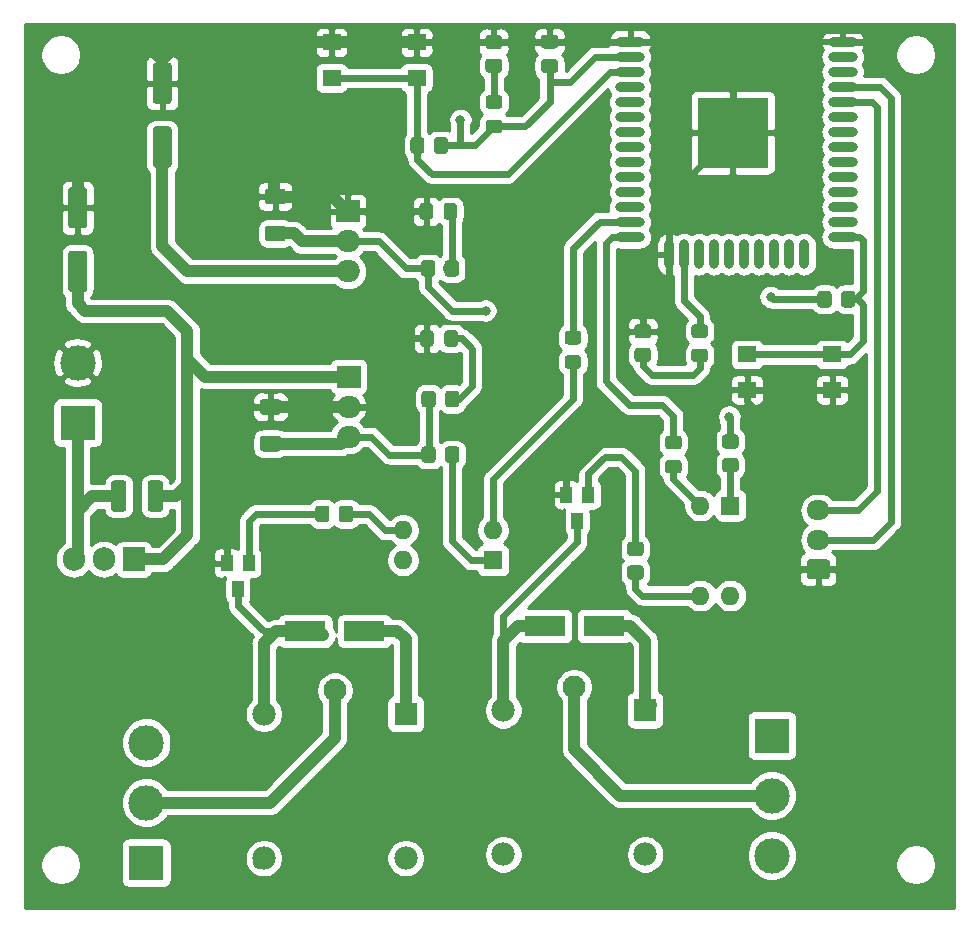
<source format=gbr>
%TF.GenerationSoftware,KiCad,Pcbnew,(5.1.12)-1*%
%TF.CreationDate,2022-01-20T18:26:47-05:00*%
%TF.ProjectId,PCB-ESP32S,5043422d-4553-4503-9332-532e6b696361,rev?*%
%TF.SameCoordinates,Original*%
%TF.FileFunction,Copper,L1,Top*%
%TF.FilePolarity,Positive*%
%FSLAX46Y46*%
G04 Gerber Fmt 4.6, Leading zero omitted, Abs format (unit mm)*
G04 Created by KiCad (PCBNEW (5.1.12)-1) date 2022-01-20 18:26:47*
%MOMM*%
%LPD*%
G01*
G04 APERTURE LIST*
%TA.AperFunction,ComponentPad*%
%ADD10O,1.950000X1.700000*%
%TD*%
%TA.AperFunction,ComponentPad*%
%ADD11C,1.980000*%
%TD*%
%TA.AperFunction,ComponentPad*%
%ADD12C,1.935000*%
%TD*%
%TA.AperFunction,ComponentPad*%
%ADD13R,1.980000X1.980000*%
%TD*%
%TA.AperFunction,ComponentPad*%
%ADD14O,1.905000X2.000000*%
%TD*%
%TA.AperFunction,ComponentPad*%
%ADD15R,1.905000X2.000000*%
%TD*%
%TA.AperFunction,SMDPad,CuDef*%
%ADD16R,1.600000X1.400000*%
%TD*%
%TA.AperFunction,ComponentPad*%
%ADD17O,1.600000X1.600000*%
%TD*%
%TA.AperFunction,ComponentPad*%
%ADD18R,1.600000X1.600000*%
%TD*%
%TA.AperFunction,ComponentPad*%
%ADD19C,3.000000*%
%TD*%
%TA.AperFunction,ComponentPad*%
%ADD20R,3.000000X3.000000*%
%TD*%
%TA.AperFunction,SMDPad,CuDef*%
%ADD21R,1.000000X1.400000*%
%TD*%
%TA.AperFunction,ComponentPad*%
%ADD22O,2.000000X1.905000*%
%TD*%
%TA.AperFunction,ComponentPad*%
%ADD23R,2.000000X1.905000*%
%TD*%
%TA.AperFunction,SMDPad,CuDef*%
%ADD24R,3.500000X1.800000*%
%TD*%
%TA.AperFunction,SMDPad,CuDef*%
%ADD25R,6.000000X6.000000*%
%TD*%
%TA.AperFunction,SMDPad,CuDef*%
%ADD26O,2.500000X0.900000*%
%TD*%
%TA.AperFunction,SMDPad,CuDef*%
%ADD27O,0.900000X2.500000*%
%TD*%
%TA.AperFunction,ViaPad*%
%ADD28C,0.800000*%
%TD*%
%TA.AperFunction,Conductor*%
%ADD29C,0.600000*%
%TD*%
%TA.AperFunction,Conductor*%
%ADD30C,1.000000*%
%TD*%
%TA.AperFunction,Conductor*%
%ADD31C,0.254000*%
%TD*%
%TA.AperFunction,Conductor*%
%ADD32C,0.100000*%
%TD*%
G04 APERTURE END LIST*
D10*
%TO.P,J1,3*%
%TO.N,Net-(J1-Pad3)*%
X168173400Y-106607600D03*
%TO.P,J1,2*%
%TO.N,Net-(J1-Pad2)*%
X168173400Y-109107600D03*
%TO.P,J1,1*%
%TO.N,GND*%
%TA.AperFunction,ComponentPad*%
G36*
G01*
X168898400Y-112457600D02*
X167448400Y-112457600D01*
G75*
G02*
X167198400Y-112207600I0J250000D01*
G01*
X167198400Y-111007600D01*
G75*
G02*
X167448400Y-110757600I250000J0D01*
G01*
X168898400Y-110757600D01*
G75*
G02*
X169148400Y-111007600I0J-250000D01*
G01*
X169148400Y-112207600D01*
G75*
G02*
X168898400Y-112457600I-250000J0D01*
G01*
G37*
%TD.AperFunction*%
%TD*%
D11*
%TO.P,K1,NC*%
%TO.N,/ModulosReles/NC2*%
X153507960Y-135751760D03*
%TO.P,K1,NO*%
%TO.N,/ModulosReles/NO2*%
X141507960Y-135751760D03*
%TO.P,K1,A2*%
%TO.N,Net-(D7-Pad2)*%
X141507960Y-123551760D03*
D12*
%TO.P,K1,COM*%
%TO.N,/ModulosReles/C2*%
X147507960Y-121551760D03*
D13*
%TO.P,K1,A1*%
%TO.N,+12V*%
X153507960Y-123551760D03*
%TD*%
%TO.P,D6,2*%
%TO.N,Net-(D6-Pad2)*%
%TA.AperFunction,SMDPad,CuDef*%
G36*
G01*
X146941119Y-93474960D02*
X147841121Y-93474960D01*
G75*
G02*
X148091120Y-93724959I0J-249999D01*
G01*
X148091120Y-94374961D01*
G75*
G02*
X147841121Y-94624960I-249999J0D01*
G01*
X146941119Y-94624960D01*
G75*
G02*
X146691120Y-94374961I0J249999D01*
G01*
X146691120Y-93724959D01*
G75*
G02*
X146941119Y-93474960I249999J0D01*
G01*
G37*
%TD.AperFunction*%
%TO.P,D6,1*%
%TO.N,IO14*%
%TA.AperFunction,SMDPad,CuDef*%
G36*
G01*
X146941119Y-91424960D02*
X147841121Y-91424960D01*
G75*
G02*
X148091120Y-91674959I0J-249999D01*
G01*
X148091120Y-92324961D01*
G75*
G02*
X147841121Y-92574960I-249999J0D01*
G01*
X146941119Y-92574960D01*
G75*
G02*
X146691120Y-92324961I0J249999D01*
G01*
X146691120Y-91674959D01*
G75*
G02*
X146941119Y-91424960I249999J0D01*
G01*
G37*
%TD.AperFunction*%
%TD*%
%TO.P,R5,2*%
%TO.N,Net-(C2-Pad1)*%
%TA.AperFunction,SMDPad,CuDef*%
G36*
G01*
X111390000Y-106485001D02*
X111390000Y-104334999D01*
G75*
G02*
X111639999Y-104085000I249999J0D01*
G01*
X112440001Y-104085000D01*
G75*
G02*
X112690000Y-104334999I0J-249999D01*
G01*
X112690000Y-106485001D01*
G75*
G02*
X112440001Y-106735000I-249999J0D01*
G01*
X111639999Y-106735000D01*
G75*
G02*
X111390000Y-106485001I0J249999D01*
G01*
G37*
%TD.AperFunction*%
%TO.P,R5,1*%
%TO.N,+12V*%
%TA.AperFunction,SMDPad,CuDef*%
G36*
G01*
X108290000Y-106485001D02*
X108290000Y-104334999D01*
G75*
G02*
X108539999Y-104085000I249999J0D01*
G01*
X109340001Y-104085000D01*
G75*
G02*
X109590000Y-104334999I0J-249999D01*
G01*
X109590000Y-106485001D01*
G75*
G02*
X109340001Y-106735000I-249999J0D01*
G01*
X108539999Y-106735000D01*
G75*
G02*
X108290000Y-106485001I0J249999D01*
G01*
G37*
%TD.AperFunction*%
%TD*%
D14*
%TO.P,Q1,3*%
%TO.N,+12V*%
X105130600Y-110769400D03*
%TO.P,Q1,2*%
%TO.N,+5V*%
X107670600Y-110769400D03*
D15*
%TO.P,Q1,1*%
%TO.N,Net-(C2-Pad1)*%
X110210600Y-110769400D03*
%TD*%
%TO.P,Cdes1,2*%
%TO.N,GND*%
%TA.AperFunction,SMDPad,CuDef*%
G36*
G01*
X145890000Y-67516500D02*
X144940000Y-67516500D01*
G75*
G02*
X144690000Y-67266500I0J250000D01*
G01*
X144690000Y-66591500D01*
G75*
G02*
X144940000Y-66341500I250000J0D01*
G01*
X145890000Y-66341500D01*
G75*
G02*
X146140000Y-66591500I0J-250000D01*
G01*
X146140000Y-67266500D01*
G75*
G02*
X145890000Y-67516500I-250000J0D01*
G01*
G37*
%TD.AperFunction*%
%TO.P,Cdes1,1*%
%TO.N,+3V3*%
%TA.AperFunction,SMDPad,CuDef*%
G36*
G01*
X145890000Y-69591500D02*
X144940000Y-69591500D01*
G75*
G02*
X144690000Y-69341500I0J250000D01*
G01*
X144690000Y-68666500D01*
G75*
G02*
X144940000Y-68416500I250000J0D01*
G01*
X145890000Y-68416500D01*
G75*
G02*
X146140000Y-68666500I0J-250000D01*
G01*
X146140000Y-69341500D01*
G75*
G02*
X145890000Y-69591500I-250000J0D01*
G01*
G37*
%TD.AperFunction*%
%TD*%
D16*
%TO.P,SW2,2*%
%TO.N,GND*%
X162141800Y-96418400D03*
X169341800Y-96418400D03*
%TO.P,SW2,1*%
%TO.N,Net-(R3-Pad2)*%
X162141800Y-93418400D03*
X169341800Y-93418400D03*
%TD*%
%TO.P,SW1,2*%
%TO.N,Net-(R1-Pad2)*%
X126956000Y-70003800D03*
X134156000Y-70003800D03*
%TO.P,SW1,1*%
%TO.N,GND*%
X126956000Y-67003800D03*
X134156000Y-67003800D03*
%TD*%
D17*
%TO.P,U4,4*%
%TO.N,+12V*%
X160726120Y-113827560D03*
%TO.P,U4,2*%
%TO.N,Net-(D5-Pad2)*%
X158186120Y-106207560D03*
%TO.P,U4,3*%
%TO.N,Net-(R9-Pad1)*%
X158186120Y-113827560D03*
D18*
%TO.P,U4,1*%
%TO.N,Net-(R8-Pad2)*%
X160726120Y-106207560D03*
%TD*%
D19*
%TO.P,J4,3*%
%TO.N,/ModulosReles/NC*%
X111272320Y-126283720D03*
%TO.P,J4,2*%
%TO.N,/ModulosReles/C*%
X111272320Y-131363720D03*
D20*
%TO.P,J4,1*%
%TO.N,/ModulosReles/NO*%
X111272320Y-136443720D03*
%TD*%
D21*
%TO.P,Q3,1*%
%TO.N,Net-(Q3-Pad1)*%
X119974400Y-111076560D03*
%TO.P,Q3,2*%
%TO.N,GND*%
X118074400Y-111076560D03*
%TO.P,Q3,3*%
%TO.N,Net-(D8-Pad2)*%
X119024400Y-113276560D03*
%TD*%
%TO.P,Q2,1*%
%TO.N,Net-(Q2-Pad1)*%
X148706880Y-105300600D03*
%TO.P,Q2,2*%
%TO.N,GND*%
X146806880Y-105300600D03*
%TO.P,Q2,3*%
%TO.N,Net-(D7-Pad2)*%
X147756880Y-107500600D03*
%TD*%
D11*
%TO.P,K2,NC*%
%TO.N,/ModulosReles/NC*%
X133233680Y-136061640D03*
%TO.P,K2,NO*%
%TO.N,/ModulosReles/NO*%
X121233680Y-136061640D03*
%TO.P,K2,A2*%
%TO.N,Net-(D8-Pad2)*%
X121233680Y-123861640D03*
D12*
%TO.P,K2,COM*%
%TO.N,/ModulosReles/C*%
X127233680Y-121861640D03*
D13*
%TO.P,K2,A1*%
%TO.N,+12V*%
X133233680Y-123861640D03*
%TD*%
D19*
%TO.P,J8,2*%
%TO.N,GND*%
X105460800Y-94107000D03*
D20*
%TO.P,J8,1*%
%TO.N,+12V*%
X105460800Y-99187000D03*
%TD*%
%TO.P,D2,2*%
%TO.N,Net-(D2-Pad2)*%
%TA.AperFunction,SMDPad,CuDef*%
G36*
G01*
X157675159Y-92921240D02*
X158575161Y-92921240D01*
G75*
G02*
X158825160Y-93171239I0J-249999D01*
G01*
X158825160Y-93821241D01*
G75*
G02*
X158575161Y-94071240I-249999J0D01*
G01*
X157675159Y-94071240D01*
G75*
G02*
X157425160Y-93821241I0J249999D01*
G01*
X157425160Y-93171239D01*
G75*
G02*
X157675159Y-92921240I249999J0D01*
G01*
G37*
%TD.AperFunction*%
%TO.P,D2,1*%
%TO.N,Net-(D2-Pad1)*%
%TA.AperFunction,SMDPad,CuDef*%
G36*
G01*
X157675159Y-90871240D02*
X158575161Y-90871240D01*
G75*
G02*
X158825160Y-91121239I0J-249999D01*
G01*
X158825160Y-91771241D01*
G75*
G02*
X158575161Y-92021240I-249999J0D01*
G01*
X157675159Y-92021240D01*
G75*
G02*
X157425160Y-91771241I0J249999D01*
G01*
X157425160Y-91121239D01*
G75*
G02*
X157675159Y-90871240I249999J0D01*
G01*
G37*
%TD.AperFunction*%
%TD*%
%TO.P,D1,2*%
%TO.N,Net-(D1-Pad2)*%
%TA.AperFunction,SMDPad,CuDef*%
G36*
G01*
X141166001Y-72625800D02*
X140265999Y-72625800D01*
G75*
G02*
X140016000Y-72375801I0J249999D01*
G01*
X140016000Y-71725799D01*
G75*
G02*
X140265999Y-71475800I249999J0D01*
G01*
X141166001Y-71475800D01*
G75*
G02*
X141416000Y-71725799I0J-249999D01*
G01*
X141416000Y-72375801D01*
G75*
G02*
X141166001Y-72625800I-249999J0D01*
G01*
G37*
%TD.AperFunction*%
%TO.P,D1,1*%
%TO.N,+3V3*%
%TA.AperFunction,SMDPad,CuDef*%
G36*
G01*
X141166001Y-74675800D02*
X140265999Y-74675800D01*
G75*
G02*
X140016000Y-74425801I0J249999D01*
G01*
X140016000Y-73775799D01*
G75*
G02*
X140265999Y-73525800I249999J0D01*
G01*
X141166001Y-73525800D01*
G75*
G02*
X141416000Y-73775799I0J-249999D01*
G01*
X141416000Y-74425801D01*
G75*
G02*
X141166001Y-74675800I-249999J0D01*
G01*
G37*
%TD.AperFunction*%
%TD*%
%TO.P,D3,2*%
%TO.N,Net-(D3-Pad2)*%
%TA.AperFunction,SMDPad,CuDef*%
G36*
G01*
X136507640Y-92514841D02*
X136507640Y-91614839D01*
G75*
G02*
X136757639Y-91364840I249999J0D01*
G01*
X137407641Y-91364840D01*
G75*
G02*
X137657640Y-91614839I0J-249999D01*
G01*
X137657640Y-92514841D01*
G75*
G02*
X137407641Y-92764840I-249999J0D01*
G01*
X136757639Y-92764840D01*
G75*
G02*
X136507640Y-92514841I0J249999D01*
G01*
G37*
%TD.AperFunction*%
%TO.P,D3,1*%
%TO.N,GND*%
%TA.AperFunction,SMDPad,CuDef*%
G36*
G01*
X134457640Y-92514841D02*
X134457640Y-91614839D01*
G75*
G02*
X134707639Y-91364840I249999J0D01*
G01*
X135357641Y-91364840D01*
G75*
G02*
X135607640Y-91614839I0J-249999D01*
G01*
X135607640Y-92514841D01*
G75*
G02*
X135357641Y-92764840I-249999J0D01*
G01*
X134707639Y-92764840D01*
G75*
G02*
X134457640Y-92514841I0J249999D01*
G01*
G37*
%TD.AperFunction*%
%TD*%
%TO.P,C5,2*%
%TO.N,GND*%
%TA.AperFunction,SMDPad,CuDef*%
G36*
G01*
X122849402Y-80710200D02*
X121549398Y-80710200D01*
G75*
G02*
X121299400Y-80460202I0J249998D01*
G01*
X121299400Y-79635198D01*
G75*
G02*
X121549398Y-79385200I249998J0D01*
G01*
X122849402Y-79385200D01*
G75*
G02*
X123099400Y-79635198I0J-249998D01*
G01*
X123099400Y-80460202D01*
G75*
G02*
X122849402Y-80710200I-249998J0D01*
G01*
G37*
%TD.AperFunction*%
%TO.P,C5,1*%
%TO.N,+3V3*%
%TA.AperFunction,SMDPad,CuDef*%
G36*
G01*
X122849402Y-83835200D02*
X121549398Y-83835200D01*
G75*
G02*
X121299400Y-83585202I0J249998D01*
G01*
X121299400Y-82760198D01*
G75*
G02*
X121549398Y-82510200I249998J0D01*
G01*
X122849402Y-82510200D01*
G75*
G02*
X123099400Y-82760198I0J-249998D01*
G01*
X123099400Y-83585202D01*
G75*
G02*
X122849402Y-83835200I-249998J0D01*
G01*
G37*
%TD.AperFunction*%
%TD*%
%TO.P,C3,2*%
%TO.N,GND*%
%TA.AperFunction,SMDPad,CuDef*%
G36*
G01*
X113173600Y-72202000D02*
X112073600Y-72202000D01*
G75*
G02*
X111823600Y-71952000I0J250000D01*
G01*
X111823600Y-68952000D01*
G75*
G02*
X112073600Y-68702000I250000J0D01*
G01*
X113173600Y-68702000D01*
G75*
G02*
X113423600Y-68952000I0J-250000D01*
G01*
X113423600Y-71952000D01*
G75*
G02*
X113173600Y-72202000I-250000J0D01*
G01*
G37*
%TD.AperFunction*%
%TO.P,C3,1*%
%TO.N,+5V*%
%TA.AperFunction,SMDPad,CuDef*%
G36*
G01*
X113173600Y-77602000D02*
X112073600Y-77602000D01*
G75*
G02*
X111823600Y-77352000I0J250000D01*
G01*
X111823600Y-74352000D01*
G75*
G02*
X112073600Y-74102000I250000J0D01*
G01*
X113173600Y-74102000D01*
G75*
G02*
X113423600Y-74352000I0J-250000D01*
G01*
X113423600Y-77352000D01*
G75*
G02*
X113173600Y-77602000I-250000J0D01*
G01*
G37*
%TD.AperFunction*%
%TD*%
%TO.P,C4,2*%
%TO.N,GND*%
%TA.AperFunction,SMDPad,CuDef*%
G36*
G01*
X122443002Y-98515600D02*
X121142998Y-98515600D01*
G75*
G02*
X120893000Y-98265602I0J249998D01*
G01*
X120893000Y-97440598D01*
G75*
G02*
X121142998Y-97190600I249998J0D01*
G01*
X122443002Y-97190600D01*
G75*
G02*
X122693000Y-97440598I0J-249998D01*
G01*
X122693000Y-98265602D01*
G75*
G02*
X122443002Y-98515600I-249998J0D01*
G01*
G37*
%TD.AperFunction*%
%TO.P,C4,1*%
%TO.N,+5V*%
%TA.AperFunction,SMDPad,CuDef*%
G36*
G01*
X122443002Y-101640600D02*
X121142998Y-101640600D01*
G75*
G02*
X120893000Y-101390602I0J249998D01*
G01*
X120893000Y-100565598D01*
G75*
G02*
X121142998Y-100315600I249998J0D01*
G01*
X122443002Y-100315600D01*
G75*
G02*
X122693000Y-100565598I0J-249998D01*
G01*
X122693000Y-101390602D01*
G75*
G02*
X122443002Y-101640600I-249998J0D01*
G01*
G37*
%TD.AperFunction*%
%TD*%
%TO.P,C2,2*%
%TO.N,GND*%
%TA.AperFunction,SMDPad,CuDef*%
G36*
G01*
X106010800Y-82743000D02*
X104910800Y-82743000D01*
G75*
G02*
X104660800Y-82493000I0J250000D01*
G01*
X104660800Y-79493000D01*
G75*
G02*
X104910800Y-79243000I250000J0D01*
G01*
X106010800Y-79243000D01*
G75*
G02*
X106260800Y-79493000I0J-250000D01*
G01*
X106260800Y-82493000D01*
G75*
G02*
X106010800Y-82743000I-250000J0D01*
G01*
G37*
%TD.AperFunction*%
%TO.P,C2,1*%
%TO.N,Net-(C2-Pad1)*%
%TA.AperFunction,SMDPad,CuDef*%
G36*
G01*
X106010800Y-88143000D02*
X104910800Y-88143000D01*
G75*
G02*
X104660800Y-87893000I0J250000D01*
G01*
X104660800Y-84893000D01*
G75*
G02*
X104910800Y-84643000I250000J0D01*
G01*
X106010800Y-84643000D01*
G75*
G02*
X106260800Y-84893000I0J-250000D01*
G01*
X106260800Y-87893000D01*
G75*
G02*
X106010800Y-88143000I-250000J0D01*
G01*
G37*
%TD.AperFunction*%
%TD*%
D22*
%TO.P,U3,3*%
%TO.N,+5V*%
X128346200Y-86385400D03*
%TO.P,U3,2*%
%TO.N,+3V3*%
X128346200Y-83845400D03*
D23*
%TO.P,U3,1*%
%TO.N,GND*%
X128346200Y-81305400D03*
%TD*%
D22*
%TO.P,U2,3*%
%TO.N,+5V*%
X128397000Y-100380800D03*
%TO.P,U2,2*%
%TO.N,GND*%
X128397000Y-97840800D03*
D23*
%TO.P,U2,1*%
%TO.N,Net-(C2-Pad1)*%
X128397000Y-95300800D03*
%TD*%
D17*
%TO.P,U5,4*%
%TO.N,+12V*%
X133019800Y-110845600D03*
%TO.P,U5,2*%
%TO.N,Net-(D6-Pad2)*%
X140639800Y-108305600D03*
%TO.P,U5,3*%
%TO.N,Net-(R11-Pad1)*%
X133019800Y-108305600D03*
D18*
%TO.P,U5,1*%
%TO.N,Net-(R10-Pad2)*%
X140639800Y-110845600D03*
%TD*%
%TO.P,R4,2*%
%TO.N,GND*%
%TA.AperFunction,SMDPad,CuDef*%
G36*
G01*
X153759321Y-92056000D02*
X152859319Y-92056000D01*
G75*
G02*
X152609320Y-91806001I0J249999D01*
G01*
X152609320Y-91105999D01*
G75*
G02*
X152859319Y-90856000I249999J0D01*
G01*
X153759321Y-90856000D01*
G75*
G02*
X154009320Y-91105999I0J-249999D01*
G01*
X154009320Y-91806001D01*
G75*
G02*
X153759321Y-92056000I-249999J0D01*
G01*
G37*
%TD.AperFunction*%
%TO.P,R4,1*%
%TO.N,Net-(D2-Pad2)*%
%TA.AperFunction,SMDPad,CuDef*%
G36*
G01*
X153759321Y-94056000D02*
X152859319Y-94056000D01*
G75*
G02*
X152609320Y-93806001I0J249999D01*
G01*
X152609320Y-93105999D01*
G75*
G02*
X152859319Y-92856000I249999J0D01*
G01*
X153759321Y-92856000D01*
G75*
G02*
X154009320Y-93105999I0J-249999D01*
G01*
X154009320Y-93806001D01*
G75*
G02*
X153759321Y-94056000I-249999J0D01*
G01*
G37*
%TD.AperFunction*%
%TD*%
%TO.P,R2,2*%
%TO.N,GND*%
%TA.AperFunction,SMDPad,CuDef*%
G36*
G01*
X141140601Y-67570400D02*
X140240599Y-67570400D01*
G75*
G02*
X139990600Y-67320401I0J249999D01*
G01*
X139990600Y-66620399D01*
G75*
G02*
X140240599Y-66370400I249999J0D01*
G01*
X141140601Y-66370400D01*
G75*
G02*
X141390600Y-66620399I0J-249999D01*
G01*
X141390600Y-67320401D01*
G75*
G02*
X141140601Y-67570400I-249999J0D01*
G01*
G37*
%TD.AperFunction*%
%TO.P,R2,1*%
%TO.N,Net-(D1-Pad2)*%
%TA.AperFunction,SMDPad,CuDef*%
G36*
G01*
X141140601Y-69570400D02*
X140240599Y-69570400D01*
G75*
G02*
X139990600Y-69320401I0J249999D01*
G01*
X139990600Y-68620399D01*
G75*
G02*
X140240599Y-68370400I249999J0D01*
G01*
X141140601Y-68370400D01*
G75*
G02*
X141390600Y-68620399I0J-249999D01*
G01*
X141390600Y-69320401D01*
G75*
G02*
X141140601Y-69570400I-249999J0D01*
G01*
G37*
%TD.AperFunction*%
%TD*%
%TO.P,R7,2*%
%TO.N,Net-(D4-Pad2)*%
%TA.AperFunction,SMDPad,CuDef*%
G36*
G01*
X136538920Y-86581401D02*
X136538920Y-85681399D01*
G75*
G02*
X136788919Y-85431400I249999J0D01*
G01*
X137488921Y-85431400D01*
G75*
G02*
X137738920Y-85681399I0J-249999D01*
G01*
X137738920Y-86581401D01*
G75*
G02*
X137488921Y-86831400I-249999J0D01*
G01*
X136788919Y-86831400D01*
G75*
G02*
X136538920Y-86581401I0J249999D01*
G01*
G37*
%TD.AperFunction*%
%TO.P,R7,1*%
%TO.N,+3V3*%
%TA.AperFunction,SMDPad,CuDef*%
G36*
G01*
X134538920Y-86581401D02*
X134538920Y-85681399D01*
G75*
G02*
X134788919Y-85431400I249999J0D01*
G01*
X135488921Y-85431400D01*
G75*
G02*
X135738920Y-85681399I0J-249999D01*
G01*
X135738920Y-86581401D01*
G75*
G02*
X135488921Y-86831400I-249999J0D01*
G01*
X134788919Y-86831400D01*
G75*
G02*
X134538920Y-86581401I0J249999D01*
G01*
G37*
%TD.AperFunction*%
%TD*%
%TO.P,R6,2*%
%TO.N,Net-(D3-Pad2)*%
%TA.AperFunction,SMDPad,CuDef*%
G36*
G01*
X136575240Y-97645641D02*
X136575240Y-96745639D01*
G75*
G02*
X136825239Y-96495640I249999J0D01*
G01*
X137525241Y-96495640D01*
G75*
G02*
X137775240Y-96745639I0J-249999D01*
G01*
X137775240Y-97645641D01*
G75*
G02*
X137525241Y-97895640I-249999J0D01*
G01*
X136825239Y-97895640D01*
G75*
G02*
X136575240Y-97645641I0J249999D01*
G01*
G37*
%TD.AperFunction*%
%TO.P,R6,1*%
%TO.N,+5V*%
%TA.AperFunction,SMDPad,CuDef*%
G36*
G01*
X134575240Y-97645641D02*
X134575240Y-96745639D01*
G75*
G02*
X134825239Y-96495640I249999J0D01*
G01*
X135525241Y-96495640D01*
G75*
G02*
X135775240Y-96745639I0J-249999D01*
G01*
X135775240Y-97645641D01*
G75*
G02*
X135525241Y-97895640I-249999J0D01*
G01*
X134825239Y-97895640D01*
G75*
G02*
X134575240Y-97645641I0J249999D01*
G01*
G37*
%TD.AperFunction*%
%TD*%
%TO.P,R11,2*%
%TO.N,Net-(Q3-Pad1)*%
%TA.AperFunction,SMDPad,CuDef*%
G36*
G01*
X126783640Y-106468759D02*
X126783640Y-107368761D01*
G75*
G02*
X126533641Y-107618760I-249999J0D01*
G01*
X125833639Y-107618760D01*
G75*
G02*
X125583640Y-107368761I0J249999D01*
G01*
X125583640Y-106468759D01*
G75*
G02*
X125833639Y-106218760I249999J0D01*
G01*
X126533641Y-106218760D01*
G75*
G02*
X126783640Y-106468759I0J-249999D01*
G01*
G37*
%TD.AperFunction*%
%TO.P,R11,1*%
%TO.N,Net-(R11-Pad1)*%
%TA.AperFunction,SMDPad,CuDef*%
G36*
G01*
X128783640Y-106468759D02*
X128783640Y-107368761D01*
G75*
G02*
X128533641Y-107618760I-249999J0D01*
G01*
X127833639Y-107618760D01*
G75*
G02*
X127583640Y-107368761I0J249999D01*
G01*
X127583640Y-106468759D01*
G75*
G02*
X127833639Y-106218760I249999J0D01*
G01*
X128533641Y-106218760D01*
G75*
G02*
X128783640Y-106468759I0J-249999D01*
G01*
G37*
%TD.AperFunction*%
%TD*%
%TO.P,R9,2*%
%TO.N,Net-(Q2-Pad1)*%
%TA.AperFunction,SMDPad,CuDef*%
G36*
G01*
X153139561Y-110471000D02*
X152239559Y-110471000D01*
G75*
G02*
X151989560Y-110221001I0J249999D01*
G01*
X151989560Y-109520999D01*
G75*
G02*
X152239559Y-109271000I249999J0D01*
G01*
X153139561Y-109271000D01*
G75*
G02*
X153389560Y-109520999I0J-249999D01*
G01*
X153389560Y-110221001D01*
G75*
G02*
X153139561Y-110471000I-249999J0D01*
G01*
G37*
%TD.AperFunction*%
%TO.P,R9,1*%
%TO.N,Net-(R9-Pad1)*%
%TA.AperFunction,SMDPad,CuDef*%
G36*
G01*
X153139561Y-112471000D02*
X152239559Y-112471000D01*
G75*
G02*
X151989560Y-112221001I0J249999D01*
G01*
X151989560Y-111520999D01*
G75*
G02*
X152239559Y-111271000I249999J0D01*
G01*
X153139561Y-111271000D01*
G75*
G02*
X153389560Y-111520999I0J-249999D01*
G01*
X153389560Y-112221001D01*
G75*
G02*
X153139561Y-112471000I-249999J0D01*
G01*
G37*
%TD.AperFunction*%
%TD*%
%TO.P,R8,2*%
%TO.N,Net-(R8-Pad2)*%
%TA.AperFunction,SMDPad,CuDef*%
G36*
G01*
X160276119Y-102182880D02*
X161176121Y-102182880D01*
G75*
G02*
X161426120Y-102432879I0J-249999D01*
G01*
X161426120Y-103132881D01*
G75*
G02*
X161176121Y-103382880I-249999J0D01*
G01*
X160276119Y-103382880D01*
G75*
G02*
X160026120Y-103132881I0J249999D01*
G01*
X160026120Y-102432879D01*
G75*
G02*
X160276119Y-102182880I249999J0D01*
G01*
G37*
%TD.AperFunction*%
%TO.P,R8,1*%
%TO.N,+5V*%
%TA.AperFunction,SMDPad,CuDef*%
G36*
G01*
X160276119Y-100182880D02*
X161176121Y-100182880D01*
G75*
G02*
X161426120Y-100432879I0J-249999D01*
G01*
X161426120Y-101132881D01*
G75*
G02*
X161176121Y-101382880I-249999J0D01*
G01*
X160276119Y-101382880D01*
G75*
G02*
X160026120Y-101132881I0J249999D01*
G01*
X160026120Y-100432879D01*
G75*
G02*
X160276119Y-100182880I249999J0D01*
G01*
G37*
%TD.AperFunction*%
%TD*%
%TO.P,R10,2*%
%TO.N,Net-(R10-Pad2)*%
%TA.AperFunction,SMDPad,CuDef*%
G36*
G01*
X136574480Y-102344641D02*
X136574480Y-101444639D01*
G75*
G02*
X136824479Y-101194640I249999J0D01*
G01*
X137524481Y-101194640D01*
G75*
G02*
X137774480Y-101444639I0J-249999D01*
G01*
X137774480Y-102344641D01*
G75*
G02*
X137524481Y-102594640I-249999J0D01*
G01*
X136824479Y-102594640D01*
G75*
G02*
X136574480Y-102344641I0J249999D01*
G01*
G37*
%TD.AperFunction*%
%TO.P,R10,1*%
%TO.N,+5V*%
%TA.AperFunction,SMDPad,CuDef*%
G36*
G01*
X134574480Y-102344641D02*
X134574480Y-101444639D01*
G75*
G02*
X134824479Y-101194640I249999J0D01*
G01*
X135524481Y-101194640D01*
G75*
G02*
X135774480Y-101444639I0J-249999D01*
G01*
X135774480Y-102344641D01*
G75*
G02*
X135524481Y-102594640I-249999J0D01*
G01*
X134824479Y-102594640D01*
G75*
G02*
X134574480Y-102344641I0J249999D01*
G01*
G37*
%TD.AperFunction*%
%TD*%
%TO.P,R3,2*%
%TO.N,Net-(R3-Pad2)*%
%TA.AperFunction,SMDPad,CuDef*%
G36*
G01*
X170102480Y-89192521D02*
X170102480Y-88292519D01*
G75*
G02*
X170352479Y-88042520I249999J0D01*
G01*
X171052481Y-88042520D01*
G75*
G02*
X171302480Y-88292519I0J-249999D01*
G01*
X171302480Y-89192521D01*
G75*
G02*
X171052481Y-89442520I-249999J0D01*
G01*
X170352479Y-89442520D01*
G75*
G02*
X170102480Y-89192521I0J249999D01*
G01*
G37*
%TD.AperFunction*%
%TO.P,R3,1*%
%TO.N,+3V3*%
%TA.AperFunction,SMDPad,CuDef*%
G36*
G01*
X168102480Y-89192521D02*
X168102480Y-88292519D01*
G75*
G02*
X168352479Y-88042520I249999J0D01*
G01*
X169052481Y-88042520D01*
G75*
G02*
X169302480Y-88292519I0J-249999D01*
G01*
X169302480Y-89192521D01*
G75*
G02*
X169052481Y-89442520I-249999J0D01*
G01*
X168352479Y-89442520D01*
G75*
G02*
X168102480Y-89192521I0J249999D01*
G01*
G37*
%TD.AperFunction*%
%TD*%
%TO.P,R1,2*%
%TO.N,Net-(R1-Pad2)*%
%TA.AperFunction,SMDPad,CuDef*%
G36*
G01*
X134829600Y-75267399D02*
X134829600Y-76167401D01*
G75*
G02*
X134579601Y-76417400I-249999J0D01*
G01*
X133879599Y-76417400D01*
G75*
G02*
X133629600Y-76167401I0J249999D01*
G01*
X133629600Y-75267399D01*
G75*
G02*
X133879599Y-75017400I249999J0D01*
G01*
X134579601Y-75017400D01*
G75*
G02*
X134829600Y-75267399I0J-249999D01*
G01*
G37*
%TD.AperFunction*%
%TO.P,R1,1*%
%TO.N,+3V3*%
%TA.AperFunction,SMDPad,CuDef*%
G36*
G01*
X136829600Y-75267399D02*
X136829600Y-76167401D01*
G75*
G02*
X136579601Y-76417400I-249999J0D01*
G01*
X135879599Y-76417400D01*
G75*
G02*
X135629600Y-76167401I0J249999D01*
G01*
X135629600Y-75267399D01*
G75*
G02*
X135879599Y-75017400I249999J0D01*
G01*
X136579601Y-75017400D01*
G75*
G02*
X136829600Y-75267399I0J-249999D01*
G01*
G37*
%TD.AperFunction*%
%TD*%
D19*
%TO.P,J3,3*%
%TO.N,/ModulosReles/NC2*%
X164231320Y-135839200D03*
%TO.P,J3,2*%
%TO.N,/ModulosReles/C2*%
X164231320Y-130759200D03*
D20*
%TO.P,J3,1*%
%TO.N,/ModulosReles/NO2*%
X164231320Y-125679200D03*
%TD*%
%TO.P,D4,2*%
%TO.N,Net-(D4-Pad2)*%
%TA.AperFunction,SMDPad,CuDef*%
G36*
G01*
X136441600Y-81750321D02*
X136441600Y-80850319D01*
G75*
G02*
X136691599Y-80600320I249999J0D01*
G01*
X137341601Y-80600320D01*
G75*
G02*
X137591600Y-80850319I0J-249999D01*
G01*
X137591600Y-81750321D01*
G75*
G02*
X137341601Y-82000320I-249999J0D01*
G01*
X136691599Y-82000320D01*
G75*
G02*
X136441600Y-81750321I0J249999D01*
G01*
G37*
%TD.AperFunction*%
%TO.P,D4,1*%
%TO.N,GND*%
%TA.AperFunction,SMDPad,CuDef*%
G36*
G01*
X134391600Y-81750321D02*
X134391600Y-80850319D01*
G75*
G02*
X134641599Y-80600320I249999J0D01*
G01*
X135291601Y-80600320D01*
G75*
G02*
X135541600Y-80850319I0J-249999D01*
G01*
X135541600Y-81750321D01*
G75*
G02*
X135291601Y-82000320I-249999J0D01*
G01*
X134641599Y-82000320D01*
G75*
G02*
X134391600Y-81750321I0J249999D01*
G01*
G37*
%TD.AperFunction*%
%TD*%
D24*
%TO.P,D8,2*%
%TO.N,Net-(D8-Pad2)*%
X124743840Y-116855240D03*
%TO.P,D8,1*%
%TO.N,+12V*%
X129743840Y-116855240D03*
%TD*%
%TO.P,D7,2*%
%TO.N,Net-(D7-Pad2)*%
X145038440Y-116408200D03*
%TO.P,D7,1*%
%TO.N,+12V*%
X150038440Y-116408200D03*
%TD*%
%TO.P,D5,2*%
%TO.N,Net-(D5-Pad2)*%
%TA.AperFunction,SMDPad,CuDef*%
G36*
G01*
X155450119Y-102344640D02*
X156350121Y-102344640D01*
G75*
G02*
X156600120Y-102594639I0J-249999D01*
G01*
X156600120Y-103244641D01*
G75*
G02*
X156350121Y-103494640I-249999J0D01*
G01*
X155450119Y-103494640D01*
G75*
G02*
X155200120Y-103244641I0J249999D01*
G01*
X155200120Y-102594639D01*
G75*
G02*
X155450119Y-102344640I249999J0D01*
G01*
G37*
%TD.AperFunction*%
%TO.P,D5,1*%
%TO.N,IO12*%
%TA.AperFunction,SMDPad,CuDef*%
G36*
G01*
X155450119Y-100294640D02*
X156350121Y-100294640D01*
G75*
G02*
X156600120Y-100544639I0J-249999D01*
G01*
X156600120Y-101194641D01*
G75*
G02*
X156350121Y-101444640I-249999J0D01*
G01*
X155450119Y-101444640D01*
G75*
G02*
X155200120Y-101194641I0J249999D01*
G01*
X155200120Y-100544639D01*
G75*
G02*
X155450119Y-100294640I249999J0D01*
G01*
G37*
%TD.AperFunction*%
%TD*%
D25*
%TO.P,U1,39*%
%TO.N,GND*%
X160937434Y-74636662D03*
D26*
%TO.P,U1,1*%
X152237434Y-66936662D03*
%TO.P,U1,2*%
%TO.N,+3V3*%
X152237434Y-68206662D03*
%TO.P,U1,3*%
%TO.N,Net-(R1-Pad2)*%
X152237434Y-69476662D03*
%TO.P,U1,4*%
%TO.N,N/C*%
X152237434Y-70746662D03*
%TO.P,U1,5*%
X152237434Y-72016662D03*
%TO.P,U1,6*%
X152237434Y-73286662D03*
%TO.P,U1,7*%
X152237434Y-74556662D03*
%TO.P,U1,8*%
X152237434Y-75826662D03*
%TO.P,U1,9*%
X152237434Y-77096662D03*
%TO.P,U1,10*%
X152237434Y-78366662D03*
%TO.P,U1,11*%
X152237434Y-79636662D03*
%TO.P,U1,12*%
X152237434Y-80906662D03*
%TO.P,U1,13*%
%TO.N,IO14*%
X152237434Y-82176662D03*
%TO.P,U1,14*%
%TO.N,IO12*%
X152237434Y-83446662D03*
D27*
%TO.P,U1,15*%
%TO.N,GND*%
X155522434Y-84936662D03*
%TO.P,U1,16*%
%TO.N,Net-(D2-Pad1)*%
X156792434Y-84936662D03*
%TO.P,U1,17*%
%TO.N,N/C*%
X158062434Y-84936662D03*
%TO.P,U1,18*%
X159332434Y-84936662D03*
%TO.P,U1,19*%
X160602434Y-84936662D03*
%TO.P,U1,20*%
X161872434Y-84936662D03*
%TO.P,U1,21*%
X163142434Y-84936662D03*
%TO.P,U1,22*%
X164412434Y-84936662D03*
%TO.P,U1,23*%
X165682434Y-84936662D03*
%TO.P,U1,24*%
X166952434Y-84936662D03*
D26*
%TO.P,U1,25*%
%TO.N,Net-(R3-Pad2)*%
X170237434Y-83446662D03*
%TO.P,U1,26*%
%TO.N,N/C*%
X170237434Y-82176662D03*
%TO.P,U1,27*%
X170237434Y-80906662D03*
%TO.P,U1,28*%
X170237434Y-79636662D03*
%TO.P,U1,29*%
X170237434Y-78366662D03*
%TO.P,U1,30*%
X170237434Y-77096662D03*
%TO.P,U1,31*%
X170237434Y-75826662D03*
%TO.P,U1,32*%
X170237434Y-74556662D03*
%TO.P,U1,33*%
X170237434Y-73286662D03*
%TO.P,U1,34*%
%TO.N,Net-(J1-Pad3)*%
X170237434Y-72016662D03*
%TO.P,U1,35*%
%TO.N,Net-(J1-Pad2)*%
X170237434Y-70746662D03*
%TO.P,U1,36*%
%TO.N,N/C*%
X170237434Y-69476662D03*
%TO.P,U1,37*%
X170237434Y-68206662D03*
%TO.P,U1,38*%
%TO.N,GND*%
X170237434Y-66936662D03*
%TD*%
D28*
%TO.N,+3V3*%
X164134800Y-88544400D03*
X137871200Y-73558400D03*
X140004800Y-89712800D03*
%TO.N,GND*%
X128346200Y-81305400D03*
X150063200Y-97840800D03*
%TO.N,+5V*%
X160634680Y-98689160D03*
X160634680Y-98689160D03*
%TD*%
D29*
%TO.N,Net-(R1-Pad2)*%
X126956000Y-70003800D02*
X134156000Y-70003800D01*
X134257600Y-75745400D02*
X134229600Y-75717400D01*
X134156000Y-75643800D02*
X134229600Y-75717400D01*
X134156000Y-70003800D02*
X134156000Y-75643800D01*
X134229600Y-75717400D02*
X134229600Y-76927200D01*
X134229600Y-76927200D02*
X135432800Y-78130400D01*
X135432800Y-78130400D02*
X141859000Y-78130400D01*
X150512738Y-69476662D02*
X152237434Y-69476662D01*
X141859000Y-78130400D02*
X150512738Y-69476662D01*
%TO.N,+3V3*%
X145678000Y-69267000D02*
X145415000Y-69004000D01*
X143374000Y-74100800D02*
X140716000Y-74100800D01*
X145415000Y-72059800D02*
X143374000Y-74100800D01*
X145415000Y-70358000D02*
X147142200Y-70358000D01*
X145415000Y-69004000D02*
X145415000Y-70358000D01*
X145415000Y-70358000D02*
X145415000Y-72059800D01*
X149293538Y-68206662D02*
X152237434Y-68206662D01*
X147142200Y-70358000D02*
X149293538Y-68206662D01*
X164211000Y-88620600D02*
X164134800Y-88544400D01*
X139099400Y-75717400D02*
X140716000Y-74100800D01*
D30*
X122199400Y-83172700D02*
X123761900Y-83172700D01*
X124434600Y-83845400D02*
X128346200Y-83845400D01*
X123761900Y-83172700D02*
X124434600Y-83845400D01*
D29*
X128346200Y-83845400D02*
X130937000Y-83845400D01*
X137871200Y-75565000D02*
X138023600Y-75717400D01*
X137871200Y-73558400D02*
X137871200Y-75565000D01*
X138023600Y-75717400D02*
X139099400Y-75717400D01*
X136229600Y-75717400D02*
X138023600Y-75717400D01*
X133223000Y-86131400D02*
X130937000Y-83845400D01*
X135138920Y-86131400D02*
X133223000Y-86131400D01*
X135138920Y-86131400D02*
X135138920Y-87691720D01*
X137160000Y-89712800D02*
X140004800Y-89712800D01*
X135138920Y-87691720D02*
X137160000Y-89712800D01*
X168281800Y-88576600D02*
X168325800Y-88620600D01*
X168325800Y-88620600D02*
X168732200Y-88620600D01*
X164332920Y-88742520D02*
X164134800Y-88544400D01*
X168702480Y-88742520D02*
X164332920Y-88742520D01*
D30*
%TO.N,GND*%
X128760200Y-81305400D02*
X128346200Y-81305400D01*
X134156000Y-67003800D02*
X126956000Y-67003800D01*
D29*
X140706600Y-66954400D02*
X140690600Y-66970400D01*
D30*
X112623600Y-69673000D02*
X112623600Y-70452000D01*
X112585100Y-69634500D02*
X112623600Y-69673000D01*
D29*
X160937434Y-74636662D02*
X160937434Y-71036662D01*
X164472662Y-66936662D02*
X164755048Y-67219048D01*
X164755048Y-67219048D02*
X165987444Y-65986652D01*
X152237434Y-66936662D02*
X164472662Y-66936662D01*
X160937434Y-71036662D02*
X164755048Y-67219048D01*
X145422662Y-66936662D02*
X145415000Y-66929000D01*
X152237434Y-66936662D02*
X145422662Y-66936662D01*
X140732000Y-66929000D02*
X140690600Y-66970400D01*
X145415000Y-66929000D02*
X140732000Y-66929000D01*
X140657200Y-67003800D02*
X140690600Y-66970400D01*
X134156000Y-67003800D02*
X140657200Y-67003800D01*
X162141800Y-96418400D02*
X169341800Y-96418400D01*
X155522434Y-80051662D02*
X160937434Y-74636662D01*
X155522434Y-84936662D02*
X155522434Y-80051662D01*
D30*
X112623600Y-68503800D02*
X112623600Y-70452000D01*
X114123600Y-67003800D02*
X112623600Y-68503800D01*
X120372000Y-67286000D02*
X120372000Y-67003800D01*
X122097800Y-69011800D02*
X120372000Y-67286000D01*
X120372000Y-67003800D02*
X114123600Y-67003800D01*
X126956000Y-67003800D02*
X120372000Y-67003800D01*
X122097800Y-79946100D02*
X122199400Y-80047700D01*
X122097800Y-69011800D02*
X122097800Y-79946100D01*
X127088500Y-80047700D02*
X128346200Y-81305400D01*
X122199400Y-80047700D02*
X127088500Y-80047700D01*
X112623600Y-68503800D02*
X111480600Y-67360800D01*
D29*
X128397000Y-81254600D02*
X128346200Y-81305400D01*
D30*
X128397000Y-97840800D02*
X121805300Y-97840800D01*
D29*
X134961520Y-81305400D02*
X134966600Y-81300320D01*
X128346200Y-81305400D02*
X134961520Y-81305400D01*
X129997000Y-97840800D02*
X132207000Y-95630800D01*
X128397000Y-97840800D02*
X129997000Y-97840800D01*
X132207000Y-95630800D02*
X132207000Y-93309440D01*
X133451600Y-92064840D02*
X135032640Y-92064840D01*
X132207000Y-93309440D02*
X133451600Y-92064840D01*
X121793000Y-97853100D02*
X121805300Y-97840800D01*
X121793000Y-97853100D02*
X119657260Y-97853100D01*
X119657260Y-97853100D02*
X118074400Y-99435960D01*
X118074400Y-99435960D02*
X118074400Y-107035640D01*
X118074400Y-107035640D02*
X118074400Y-111076560D01*
X155522434Y-85711526D02*
X155522434Y-84936662D01*
X146806880Y-105300600D02*
X146806880Y-104013040D01*
X146806880Y-104013040D02*
X150073360Y-100746560D01*
X150073360Y-97850960D02*
X150063200Y-97840800D01*
X150073360Y-99314000D02*
X150073360Y-97850960D01*
X150073360Y-100746560D02*
X150073360Y-99314000D01*
X150073360Y-99314000D02*
X150073360Y-97896680D01*
D30*
X105460800Y-80993000D02*
X105460800Y-74879200D01*
X105460800Y-74879200D02*
X107950000Y-72390000D01*
X107950000Y-72390000D02*
X107950000Y-67310000D01*
X111429800Y-67310000D02*
X111480600Y-67360800D01*
X107950000Y-67310000D02*
X111429800Y-67310000D01*
D29*
X165987444Y-65986652D02*
X172666652Y-65986652D01*
X170237434Y-66936662D02*
X172702262Y-66936662D01*
X172702262Y-66936662D02*
X172720000Y-66954400D01*
X172720000Y-66954400D02*
X172720000Y-66339704D01*
X175557180Y-110192820D02*
X174142400Y-111607600D01*
X175557180Y-71417180D02*
X175557180Y-110192820D01*
X172720000Y-68580000D02*
X175557180Y-71417180D01*
X174142400Y-111607600D02*
X168173400Y-111607600D01*
X172720000Y-66954400D02*
X172720000Y-68580000D01*
X162141800Y-96418400D02*
X162141800Y-97371800D01*
X162141800Y-97371800D02*
X165100000Y-100330000D01*
X165100000Y-100330000D02*
X165100000Y-110490000D01*
X166217600Y-111607600D02*
X168173400Y-111607600D01*
X165100000Y-110490000D02*
X166217600Y-111607600D01*
X153309320Y-91456000D02*
X153309320Y-89768680D01*
X155522434Y-87555566D02*
X155522434Y-84936662D01*
X153309320Y-89768680D02*
X155522434Y-87555566D01*
%TO.N,Net-(D1-Pad2)*%
X140690600Y-72025400D02*
X140716000Y-72050800D01*
X140690600Y-68970400D02*
X140690600Y-72025400D01*
D30*
%TO.N,Net-(D3-Pad2)*%
X137073640Y-92073840D02*
X137082640Y-92064840D01*
D29*
X136930240Y-96950640D02*
X137175240Y-97195640D01*
X137175240Y-97195640D02*
X137713720Y-97195640D01*
X137713720Y-97195640D02*
X138861800Y-96047560D01*
X138861800Y-96047560D02*
X138861800Y-92928440D01*
X137998200Y-92064840D02*
X137082640Y-92064840D01*
X138861800Y-92928440D02*
X137998200Y-92064840D01*
D30*
%TO.N,Net-(D8-Pad2)*%
X126251640Y-117189560D02*
X125764920Y-116702840D01*
X124743840Y-116855240D02*
X122260360Y-116855240D01*
X121233680Y-117881920D02*
X121233680Y-123861640D01*
X122260360Y-116855240D02*
X121233680Y-117881920D01*
D29*
X124743840Y-116855240D02*
X121203720Y-116855240D01*
X119024400Y-114675920D02*
X119024400Y-113276560D01*
X121203720Y-116855240D02*
X119024400Y-114675920D01*
D30*
%TO.N,+5V*%
X112623600Y-75852000D02*
X112623600Y-84251800D01*
X114757200Y-86385400D02*
X128346200Y-86385400D01*
X112623600Y-84251800D02*
X114757200Y-86385400D01*
X127799700Y-100978100D02*
X128397000Y-100380800D01*
X121793000Y-100978100D02*
X127799700Y-100978100D01*
D29*
X128397000Y-100380800D02*
X130322320Y-100380800D01*
X160726120Y-98780600D02*
X160634680Y-98689160D01*
X160726120Y-100782880D02*
X160726120Y-98780600D01*
X135174480Y-97196400D02*
X135175240Y-97195640D01*
X135174480Y-101894640D02*
X135174480Y-97196400D01*
X131836160Y-101894640D02*
X130322320Y-100380800D01*
X135174480Y-101894640D02*
X131836160Y-101894640D01*
D30*
%TO.N,/ModulosReles/C*%
X127233680Y-125887480D02*
X127233680Y-121861640D01*
X121757440Y-131363720D02*
X127233680Y-125887480D01*
X111272320Y-131363720D02*
X121757440Y-131363720D01*
%TO.N,/ModulosReles/NO*%
X120851600Y-136443720D02*
X121233680Y-136061640D01*
D29*
%TO.N,Net-(R11-Pad1)*%
X128183640Y-106918760D02*
X130139440Y-106918760D01*
X131526280Y-108305600D02*
X133019800Y-108305600D01*
X130139440Y-106918760D02*
X131526280Y-108305600D01*
%TO.N,Net-(D2-Pad2)*%
X153309320Y-93456000D02*
X153309320Y-94401640D01*
X153309320Y-94401640D02*
X154076400Y-95168720D01*
X154076400Y-95168720D02*
X157551120Y-95168720D01*
X158125160Y-94594680D02*
X158125160Y-93496240D01*
X157551120Y-95168720D02*
X158125160Y-94594680D01*
D30*
%TO.N,Net-(D4-Pad2)*%
X136909920Y-86156400D02*
X136884920Y-86131400D01*
D29*
X137011920Y-81128000D02*
X137036920Y-81153000D01*
X137036920Y-86029400D02*
X137138920Y-86131400D01*
X137138920Y-81422640D02*
X137016600Y-81300320D01*
X137138920Y-86131400D02*
X137138920Y-81422640D01*
%TO.N,Net-(D7-Pad2)*%
X145307680Y-116469160D02*
X143560800Y-116469160D01*
D30*
X142758160Y-116408200D02*
X141507960Y-117658400D01*
X145038440Y-116408200D02*
X142758160Y-116408200D01*
X141507960Y-117658400D02*
X141507960Y-123551760D01*
D29*
X145038440Y-116408200D02*
X143647160Y-116408200D01*
X147756880Y-109336840D02*
X147756880Y-107500600D01*
X146588480Y-110505240D02*
X147756880Y-109336840D01*
X146588480Y-110505240D02*
X146588480Y-110510320D01*
X141507960Y-115590840D02*
X141507960Y-117658400D01*
X146588480Y-110510320D02*
X141507960Y-115590840D01*
%TO.N,Net-(Q2-Pad1)*%
X148706880Y-105300600D02*
X148706880Y-103469400D01*
X148706880Y-103469400D02*
X150093680Y-102082600D01*
X150093680Y-102082600D02*
X151500840Y-102082600D01*
X152689560Y-103271320D02*
X152689560Y-109871000D01*
X151500840Y-102082600D02*
X152689560Y-103271320D01*
%TO.N,IO12*%
X152237434Y-83446662D02*
X151295058Y-83446662D01*
X155900120Y-100869640D02*
X155900120Y-98643440D01*
X155900120Y-98643440D02*
X154970480Y-97713800D01*
X154970480Y-97713800D02*
X152181560Y-97713800D01*
X152181560Y-97713800D02*
X150170460Y-95702700D01*
X150170460Y-95702700D02*
X150170460Y-83987060D01*
X150710858Y-83446662D02*
X152237434Y-83446662D01*
X150170460Y-83987060D02*
X150710858Y-83446662D01*
%TO.N,IO14*%
X147391120Y-91999960D02*
X147391120Y-84439760D01*
X149654218Y-82176662D02*
X152237434Y-82176662D01*
X147391120Y-84439760D02*
X149654218Y-82176662D01*
D30*
%TO.N,+12V*%
X105333800Y-110566200D02*
X105130600Y-110769400D01*
X105460800Y-110439200D02*
X105130600Y-110769400D01*
X105460800Y-99187000D02*
X105460800Y-108153200D01*
X105460800Y-108153200D02*
X105460800Y-110439200D01*
X105460800Y-108153200D02*
X105460800Y-106629200D01*
X106680000Y-105410000D02*
X108940000Y-105410000D01*
X105460800Y-106629200D02*
X106680000Y-105410000D01*
X153975440Y-123084280D02*
X153507960Y-123551760D01*
X129743840Y-116855240D02*
X132542280Y-116855240D01*
X133233680Y-117546640D02*
X133233680Y-123861640D01*
X132542280Y-116855240D02*
X133233680Y-117546640D01*
X152267920Y-116408200D02*
X153507960Y-117648240D01*
X150038440Y-116408200D02*
X152267920Y-116408200D01*
X153507960Y-117648240D02*
X153507960Y-123551760D01*
%TO.N,/ModulosReles/C2*%
X164231320Y-130759200D02*
X151419560Y-130759200D01*
X147507960Y-126847600D02*
X151419560Y-130759200D01*
X147507960Y-121551760D02*
X147507960Y-126847600D01*
%TO.N,Net-(C2-Pad1)*%
X110210600Y-110769400D02*
X112725200Y-110769400D01*
X112725200Y-110769400D02*
X114757200Y-108737400D01*
X112167000Y-105283000D02*
X112040000Y-105410000D01*
X114757200Y-91450160D02*
X113050320Y-89743280D01*
X113050320Y-89743280D02*
X106116120Y-89743280D01*
X105460800Y-89087960D02*
X105460800Y-86393000D01*
X106116120Y-89743280D02*
X105460800Y-89087960D01*
X116260880Y-95300800D02*
X114757200Y-93797120D01*
X128422400Y-95300800D02*
X116260880Y-95300800D01*
X114757200Y-93797120D02*
X114757200Y-91450160D01*
X113792000Y-105410000D02*
X114757200Y-104444800D01*
X112040000Y-105410000D02*
X113792000Y-105410000D01*
X114757200Y-104444800D02*
X114757200Y-93797120D01*
X114757200Y-108737400D02*
X114757200Y-104444800D01*
D29*
%TO.N,Net-(D2-Pad1)*%
X156792434Y-84936662D02*
X156792434Y-87435194D01*
X158125160Y-91446240D02*
X158125160Y-90205560D01*
X158125160Y-91446240D02*
X158125160Y-90190320D01*
X156792434Y-88857594D02*
X156792434Y-84936662D01*
X158125160Y-90190320D02*
X156792434Y-88857594D01*
%TO.N,Net-(D5-Pad2)*%
X158186120Y-106207560D02*
X155900120Y-103921560D01*
X155900120Y-103921560D02*
X155900120Y-102919640D01*
%TO.N,Net-(D6-Pad2)*%
X140639800Y-103946960D02*
X147391120Y-97195640D01*
X140639800Y-108305600D02*
X140639800Y-103946960D01*
X147391120Y-94049960D02*
X147391120Y-97195640D01*
%TO.N,Net-(J1-Pad3)*%
X171522400Y-106607600D02*
X168173400Y-106607600D01*
X173156790Y-104973210D02*
X171522400Y-106607600D01*
X173156790Y-72496590D02*
X173156790Y-104973210D01*
X172676862Y-72016662D02*
X173156790Y-72496590D01*
X170237434Y-72016662D02*
X172676862Y-72016662D01*
%TO.N,Net-(J1-Pad2)*%
X172832400Y-109107600D02*
X168173400Y-109107600D01*
X174315120Y-107624880D02*
X172832400Y-109107600D01*
X174315120Y-71673720D02*
X174315120Y-107624880D01*
X173388062Y-70746662D02*
X174315120Y-71673720D01*
X170237434Y-70746662D02*
X173388062Y-70746662D01*
D30*
%TO.N,Net-(Q3-Pad1)*%
X119974400Y-111076560D02*
X119974400Y-110860800D01*
D29*
X126183640Y-106918760D02*
X120578880Y-106918760D01*
X119974400Y-107523240D02*
X119974400Y-111076560D01*
X120578880Y-106918760D02*
X119974400Y-107523240D01*
%TO.N,Net-(R3-Pad2)*%
X169392600Y-93367600D02*
X169341800Y-93418400D01*
X169341800Y-93418400D02*
X162141800Y-93418400D01*
X169341800Y-93418400D02*
X170817800Y-93418400D01*
X170817800Y-93418400D02*
X171993560Y-92242640D01*
X171993560Y-92242640D02*
X171993560Y-89235280D01*
X171500800Y-88742520D02*
X171993560Y-89235280D01*
X170702480Y-88742520D02*
X171500800Y-88742520D01*
X170702480Y-88742520D02*
X171241720Y-88742520D01*
X171935140Y-83736264D02*
X171645538Y-83446662D01*
X171935140Y-88049100D02*
X171935140Y-83736264D01*
X170237434Y-83446662D02*
X171645538Y-83446662D01*
X171241720Y-88742520D02*
X171935140Y-88049100D01*
%TO.N,Net-(R8-Pad2)*%
X160726120Y-102782880D02*
X160726120Y-106207560D01*
%TO.N,Net-(R9-Pad1)*%
X155940760Y-113827560D02*
X158186120Y-113827560D01*
X152689560Y-111871000D02*
X152689560Y-112430560D01*
X152689560Y-111871000D02*
X152689560Y-113294160D01*
X153222960Y-113827560D02*
X158186120Y-113827560D01*
X152689560Y-113294160D02*
X153222960Y-113827560D01*
%TO.N,Net-(R10-Pad2)*%
X137174480Y-101894640D02*
X137174480Y-109249720D01*
X138770360Y-110845600D02*
X140639800Y-110845600D01*
X137174480Y-109249720D02*
X138770360Y-110845600D01*
%TD*%
D31*
%TO.N,GND*%
X179680000Y-140310000D02*
X100990000Y-140310000D01*
X100990000Y-136443017D01*
X102290700Y-136443017D01*
X102290700Y-136784783D01*
X102357375Y-137119981D01*
X102488163Y-137435731D01*
X102678037Y-137719898D01*
X102919702Y-137961563D01*
X103203869Y-138151437D01*
X103519619Y-138282225D01*
X103854817Y-138348900D01*
X104196583Y-138348900D01*
X104531781Y-138282225D01*
X104847531Y-138151437D01*
X105131698Y-137961563D01*
X105373363Y-137719898D01*
X105563237Y-137435731D01*
X105694025Y-137119981D01*
X105760700Y-136784783D01*
X105760700Y-136443017D01*
X105694025Y-136107819D01*
X105563237Y-135792069D01*
X105373363Y-135507902D01*
X105131698Y-135266237D01*
X104847531Y-135076363D01*
X104531781Y-134945575D01*
X104522456Y-134943720D01*
X109134248Y-134943720D01*
X109134248Y-137943720D01*
X109146508Y-138068202D01*
X109182818Y-138187900D01*
X109241783Y-138298214D01*
X109321135Y-138394905D01*
X109417826Y-138474257D01*
X109528140Y-138533222D01*
X109647838Y-138569532D01*
X109772320Y-138581792D01*
X112772320Y-138581792D01*
X112896802Y-138569532D01*
X113016500Y-138533222D01*
X113126814Y-138474257D01*
X113223505Y-138394905D01*
X113302857Y-138298214D01*
X113361822Y-138187900D01*
X113398132Y-138068202D01*
X113410392Y-137943720D01*
X113410392Y-135901591D01*
X119608680Y-135901591D01*
X119608680Y-136221689D01*
X119671128Y-136535635D01*
X119754383Y-136736631D01*
X119797924Y-136880166D01*
X119903317Y-137077342D01*
X120045152Y-137250168D01*
X120217978Y-137392003D01*
X120415154Y-137497396D01*
X120558689Y-137540937D01*
X120759685Y-137624192D01*
X121073631Y-137686640D01*
X121393729Y-137686640D01*
X121707675Y-137624192D01*
X122003406Y-137501697D01*
X122269557Y-137323860D01*
X122495900Y-137097517D01*
X122673737Y-136831366D01*
X122796232Y-136535635D01*
X122858680Y-136221689D01*
X122858680Y-135901591D01*
X131608680Y-135901591D01*
X131608680Y-136221689D01*
X131671128Y-136535635D01*
X131793623Y-136831366D01*
X131971460Y-137097517D01*
X132197803Y-137323860D01*
X132463954Y-137501697D01*
X132759685Y-137624192D01*
X133073631Y-137686640D01*
X133393729Y-137686640D01*
X133707675Y-137624192D01*
X134003406Y-137501697D01*
X134269557Y-137323860D01*
X134495900Y-137097517D01*
X134673737Y-136831366D01*
X134796232Y-136535635D01*
X134858680Y-136221689D01*
X134858680Y-135901591D01*
X134797041Y-135591711D01*
X139882960Y-135591711D01*
X139882960Y-135911809D01*
X139945408Y-136225755D01*
X140067903Y-136521486D01*
X140245740Y-136787637D01*
X140472083Y-137013980D01*
X140738234Y-137191817D01*
X141033965Y-137314312D01*
X141347911Y-137376760D01*
X141668009Y-137376760D01*
X141981955Y-137314312D01*
X142277686Y-137191817D01*
X142543837Y-137013980D01*
X142770180Y-136787637D01*
X142948017Y-136521486D01*
X143070512Y-136225755D01*
X143132960Y-135911809D01*
X143132960Y-135591711D01*
X151882960Y-135591711D01*
X151882960Y-135911809D01*
X151945408Y-136225755D01*
X152067903Y-136521486D01*
X152245740Y-136787637D01*
X152472083Y-137013980D01*
X152738234Y-137191817D01*
X153033965Y-137314312D01*
X153347911Y-137376760D01*
X153668009Y-137376760D01*
X153981955Y-137314312D01*
X154277686Y-137191817D01*
X154543837Y-137013980D01*
X154770180Y-136787637D01*
X154948017Y-136521486D01*
X155070512Y-136225755D01*
X155132960Y-135911809D01*
X155132960Y-135628921D01*
X162096320Y-135628921D01*
X162096320Y-136049479D01*
X162178367Y-136461956D01*
X162339308Y-136850502D01*
X162572957Y-137200183D01*
X162870337Y-137497563D01*
X163220018Y-137731212D01*
X163608564Y-137892153D01*
X164021041Y-137974200D01*
X164441599Y-137974200D01*
X164854076Y-137892153D01*
X165242622Y-137731212D01*
X165592303Y-137497563D01*
X165889683Y-137200183D01*
X166123332Y-136850502D01*
X166284273Y-136461956D01*
X166288040Y-136443017D01*
X174680700Y-136443017D01*
X174680700Y-136784783D01*
X174747375Y-137119981D01*
X174878163Y-137435731D01*
X175068037Y-137719898D01*
X175309702Y-137961563D01*
X175593869Y-138151437D01*
X175909619Y-138282225D01*
X176244817Y-138348900D01*
X176586583Y-138348900D01*
X176921781Y-138282225D01*
X177237531Y-138151437D01*
X177521698Y-137961563D01*
X177763363Y-137719898D01*
X177953237Y-137435731D01*
X178084025Y-137119981D01*
X178150700Y-136784783D01*
X178150700Y-136443017D01*
X178084025Y-136107819D01*
X177953237Y-135792069D01*
X177763363Y-135507902D01*
X177521698Y-135266237D01*
X177237531Y-135076363D01*
X176921781Y-134945575D01*
X176586583Y-134878900D01*
X176244817Y-134878900D01*
X175909619Y-134945575D01*
X175593869Y-135076363D01*
X175309702Y-135266237D01*
X175068037Y-135507902D01*
X174878163Y-135792069D01*
X174747375Y-136107819D01*
X174680700Y-136443017D01*
X166288040Y-136443017D01*
X166366320Y-136049479D01*
X166366320Y-135628921D01*
X166284273Y-135216444D01*
X166123332Y-134827898D01*
X165889683Y-134478217D01*
X165592303Y-134180837D01*
X165242622Y-133947188D01*
X164854076Y-133786247D01*
X164441599Y-133704200D01*
X164021041Y-133704200D01*
X163608564Y-133786247D01*
X163220018Y-133947188D01*
X162870337Y-134180837D01*
X162572957Y-134478217D01*
X162339308Y-134827898D01*
X162178367Y-135216444D01*
X162096320Y-135628921D01*
X155132960Y-135628921D01*
X155132960Y-135591711D01*
X155070512Y-135277765D01*
X154948017Y-134982034D01*
X154770180Y-134715883D01*
X154543837Y-134489540D01*
X154277686Y-134311703D01*
X153981955Y-134189208D01*
X153668009Y-134126760D01*
X153347911Y-134126760D01*
X153033965Y-134189208D01*
X152738234Y-134311703D01*
X152472083Y-134489540D01*
X152245740Y-134715883D01*
X152067903Y-134982034D01*
X151945408Y-135277765D01*
X151882960Y-135591711D01*
X143132960Y-135591711D01*
X143070512Y-135277765D01*
X142948017Y-134982034D01*
X142770180Y-134715883D01*
X142543837Y-134489540D01*
X142277686Y-134311703D01*
X141981955Y-134189208D01*
X141668009Y-134126760D01*
X141347911Y-134126760D01*
X141033965Y-134189208D01*
X140738234Y-134311703D01*
X140472083Y-134489540D01*
X140245740Y-134715883D01*
X140067903Y-134982034D01*
X139945408Y-135277765D01*
X139882960Y-135591711D01*
X134797041Y-135591711D01*
X134796232Y-135587645D01*
X134673737Y-135291914D01*
X134495900Y-135025763D01*
X134269557Y-134799420D01*
X134003406Y-134621583D01*
X133707675Y-134499088D01*
X133393729Y-134436640D01*
X133073631Y-134436640D01*
X132759685Y-134499088D01*
X132463954Y-134621583D01*
X132197803Y-134799420D01*
X131971460Y-135025763D01*
X131793623Y-135291914D01*
X131671128Y-135587645D01*
X131608680Y-135901591D01*
X122858680Y-135901591D01*
X122796232Y-135587645D01*
X122673737Y-135291914D01*
X122495900Y-135025763D01*
X122269557Y-134799420D01*
X122003406Y-134621583D01*
X121707675Y-134499088D01*
X121393729Y-134436640D01*
X121073631Y-134436640D01*
X120759685Y-134499088D01*
X120463954Y-134621583D01*
X120197803Y-134799420D01*
X119971460Y-135025763D01*
X119793623Y-135291914D01*
X119671128Y-135587645D01*
X119608680Y-135901591D01*
X113410392Y-135901591D01*
X113410392Y-134943720D01*
X113398132Y-134819238D01*
X113361822Y-134699540D01*
X113302857Y-134589226D01*
X113223505Y-134492535D01*
X113126814Y-134413183D01*
X113016500Y-134354218D01*
X112896802Y-134317908D01*
X112772320Y-134305648D01*
X109772320Y-134305648D01*
X109647838Y-134317908D01*
X109528140Y-134354218D01*
X109417826Y-134413183D01*
X109321135Y-134492535D01*
X109241783Y-134589226D01*
X109182818Y-134699540D01*
X109146508Y-134819238D01*
X109134248Y-134943720D01*
X104522456Y-134943720D01*
X104196583Y-134878900D01*
X103854817Y-134878900D01*
X103519619Y-134945575D01*
X103203869Y-135076363D01*
X102919702Y-135266237D01*
X102678037Y-135507902D01*
X102488163Y-135792069D01*
X102357375Y-136107819D01*
X102290700Y-136443017D01*
X100990000Y-136443017D01*
X100990000Y-131153441D01*
X109137320Y-131153441D01*
X109137320Y-131573999D01*
X109219367Y-131986476D01*
X109380308Y-132375022D01*
X109613957Y-132724703D01*
X109911337Y-133022083D01*
X110261018Y-133255732D01*
X110649564Y-133416673D01*
X111062041Y-133498720D01*
X111482599Y-133498720D01*
X111895076Y-133416673D01*
X112283622Y-133255732D01*
X112633303Y-133022083D01*
X112930683Y-132724703D01*
X113081680Y-132498720D01*
X121701689Y-132498720D01*
X121757440Y-132504211D01*
X121813191Y-132498720D01*
X121813192Y-132498720D01*
X121979939Y-132482297D01*
X122193887Y-132417396D01*
X122391063Y-132312004D01*
X122563889Y-132170169D01*
X122599436Y-132126855D01*
X127996821Y-126729471D01*
X128040129Y-126693929D01*
X128181964Y-126521103D01*
X128287356Y-126323927D01*
X128352257Y-126109979D01*
X128368680Y-125943232D01*
X128368680Y-125943231D01*
X128374171Y-125887480D01*
X128368680Y-125831728D01*
X128368680Y-122992917D01*
X128478423Y-122883174D01*
X128653797Y-122620708D01*
X128774597Y-122329072D01*
X128836180Y-122019472D01*
X128836180Y-121703808D01*
X128774597Y-121394208D01*
X128653797Y-121102572D01*
X128478423Y-120840106D01*
X128255214Y-120616897D01*
X127992748Y-120441523D01*
X127701112Y-120320723D01*
X127391512Y-120259140D01*
X127075848Y-120259140D01*
X126766248Y-120320723D01*
X126474612Y-120441523D01*
X126212146Y-120616897D01*
X125988937Y-120840106D01*
X125813563Y-121102572D01*
X125692763Y-121394208D01*
X125631180Y-121703808D01*
X125631180Y-122019472D01*
X125692763Y-122329072D01*
X125813563Y-122620708D01*
X125988937Y-122883174D01*
X126098681Y-122992918D01*
X126098680Y-125417348D01*
X121287309Y-130228720D01*
X113081680Y-130228720D01*
X112930683Y-130002737D01*
X112633303Y-129705357D01*
X112283622Y-129471708D01*
X111895076Y-129310767D01*
X111482599Y-129228720D01*
X111062041Y-129228720D01*
X110649564Y-129310767D01*
X110261018Y-129471708D01*
X109911337Y-129705357D01*
X109613957Y-130002737D01*
X109380308Y-130352418D01*
X109219367Y-130740964D01*
X109137320Y-131153441D01*
X100990000Y-131153441D01*
X100990000Y-126073441D01*
X109137320Y-126073441D01*
X109137320Y-126493999D01*
X109219367Y-126906476D01*
X109380308Y-127295022D01*
X109613957Y-127644703D01*
X109911337Y-127942083D01*
X110261018Y-128175732D01*
X110649564Y-128336673D01*
X111062041Y-128418720D01*
X111482599Y-128418720D01*
X111895076Y-128336673D01*
X112283622Y-128175732D01*
X112633303Y-127942083D01*
X112930683Y-127644703D01*
X113164332Y-127295022D01*
X113325273Y-126906476D01*
X113407320Y-126493999D01*
X113407320Y-126073441D01*
X113325273Y-125660964D01*
X113164332Y-125272418D01*
X112930683Y-124922737D01*
X112633303Y-124625357D01*
X112283622Y-124391708D01*
X111895076Y-124230767D01*
X111482599Y-124148720D01*
X111062041Y-124148720D01*
X110649564Y-124230767D01*
X110261018Y-124391708D01*
X109911337Y-124625357D01*
X109613957Y-124922737D01*
X109380308Y-125272418D01*
X109219367Y-125660964D01*
X109137320Y-126073441D01*
X100990000Y-126073441D01*
X100990000Y-97687000D01*
X103322728Y-97687000D01*
X103322728Y-100687000D01*
X103334988Y-100811482D01*
X103371298Y-100931180D01*
X103430263Y-101041494D01*
X103509615Y-101138185D01*
X103606306Y-101217537D01*
X103716620Y-101276502D01*
X103836318Y-101312812D01*
X103960800Y-101325072D01*
X104325800Y-101325072D01*
X104325801Y-106573440D01*
X104320309Y-106629200D01*
X104325800Y-106684951D01*
X104325800Y-108097449D01*
X104325801Y-109352028D01*
X104244366Y-109395555D01*
X104002637Y-109593937D01*
X103804255Y-109835665D01*
X103656845Y-110111451D01*
X103566070Y-110410696D01*
X103543100Y-110643914D01*
X103543100Y-110894885D01*
X103566070Y-111128103D01*
X103656845Y-111427348D01*
X103804255Y-111703134D01*
X104002637Y-111944863D01*
X104244365Y-112143245D01*
X104520151Y-112290655D01*
X104819396Y-112381430D01*
X105130600Y-112412081D01*
X105441803Y-112381430D01*
X105741048Y-112290655D01*
X106016834Y-112143245D01*
X106258563Y-111944863D01*
X106400600Y-111771791D01*
X106542637Y-111944863D01*
X106784365Y-112143245D01*
X107060151Y-112290655D01*
X107359396Y-112381430D01*
X107670600Y-112412081D01*
X107981803Y-112381430D01*
X108281048Y-112290655D01*
X108556834Y-112143245D01*
X108682695Y-112039953D01*
X108727563Y-112123894D01*
X108806915Y-112220585D01*
X108903606Y-112299937D01*
X109013920Y-112358902D01*
X109133618Y-112395212D01*
X109258100Y-112407472D01*
X111163100Y-112407472D01*
X111287582Y-112395212D01*
X111407280Y-112358902D01*
X111517594Y-112299937D01*
X111614285Y-112220585D01*
X111693637Y-112123894D01*
X111752602Y-112013580D01*
X111785721Y-111904400D01*
X112669449Y-111904400D01*
X112725200Y-111909891D01*
X112780951Y-111904400D01*
X112780952Y-111904400D01*
X112947699Y-111887977D01*
X113161647Y-111823076D01*
X113248672Y-111776560D01*
X116936328Y-111776560D01*
X116948588Y-111901042D01*
X116984898Y-112020740D01*
X117043863Y-112131054D01*
X117123215Y-112227745D01*
X117219906Y-112307097D01*
X117330220Y-112366062D01*
X117449918Y-112402372D01*
X117574400Y-112414632D01*
X117788650Y-112411560D01*
X117947398Y-112252812D01*
X117947398Y-112308995D01*
X117934898Y-112332380D01*
X117898588Y-112452078D01*
X117886328Y-112576560D01*
X117886328Y-113976560D01*
X117898588Y-114101042D01*
X117934898Y-114220740D01*
X117993863Y-114331054D01*
X118073215Y-114427745D01*
X118089400Y-114441028D01*
X118089400Y-114629987D01*
X118084876Y-114675920D01*
X118093855Y-114767084D01*
X118102929Y-114859211D01*
X118156393Y-115035459D01*
X118243214Y-115197891D01*
X118360056Y-115340264D01*
X118395741Y-115369550D01*
X120281596Y-117255405D01*
X120190551Y-117425742D01*
X120180004Y-117445474D01*
X120115103Y-117659422D01*
X120093189Y-117881920D01*
X120098680Y-117937672D01*
X120098681Y-122698542D01*
X119971460Y-122825763D01*
X119793623Y-123091914D01*
X119671128Y-123387645D01*
X119608680Y-123701591D01*
X119608680Y-124021689D01*
X119671128Y-124335635D01*
X119793623Y-124631366D01*
X119971460Y-124897517D01*
X120197803Y-125123860D01*
X120463954Y-125301697D01*
X120759685Y-125424192D01*
X121073631Y-125486640D01*
X121393729Y-125486640D01*
X121707675Y-125424192D01*
X122003406Y-125301697D01*
X122269557Y-125123860D01*
X122495900Y-124897517D01*
X122673737Y-124631366D01*
X122796232Y-124335635D01*
X122858680Y-124021689D01*
X122858680Y-123701591D01*
X122796232Y-123387645D01*
X122673737Y-123091914D01*
X122495900Y-122825763D01*
X122368680Y-122698543D01*
X122368680Y-118352051D01*
X122529877Y-118190855D01*
X122542655Y-118206425D01*
X122639346Y-118285777D01*
X122749660Y-118344742D01*
X122869358Y-118381052D01*
X122993840Y-118393312D01*
X126493840Y-118393312D01*
X126618322Y-118381052D01*
X126738020Y-118344742D01*
X126848334Y-118285777D01*
X126945025Y-118206425D01*
X127024377Y-118109734D01*
X127083342Y-117999420D01*
X127099792Y-117945192D01*
X127199923Y-117823182D01*
X127305316Y-117626006D01*
X127355768Y-117459690D01*
X127355768Y-117755240D01*
X127368028Y-117879722D01*
X127404338Y-117999420D01*
X127463303Y-118109734D01*
X127542655Y-118206425D01*
X127639346Y-118285777D01*
X127749660Y-118344742D01*
X127869358Y-118381052D01*
X127993840Y-118393312D01*
X131493840Y-118393312D01*
X131618322Y-118381052D01*
X131738020Y-118344742D01*
X131848334Y-118285777D01*
X131945025Y-118206425D01*
X132024377Y-118109734D01*
X132082641Y-118000732D01*
X132098680Y-118016771D01*
X132098681Y-122252052D01*
X131999500Y-122282138D01*
X131889186Y-122341103D01*
X131792495Y-122420455D01*
X131713143Y-122517146D01*
X131654178Y-122627460D01*
X131617868Y-122747158D01*
X131605608Y-122871640D01*
X131605608Y-124851640D01*
X131617868Y-124976122D01*
X131654178Y-125095820D01*
X131713143Y-125206134D01*
X131792495Y-125302825D01*
X131889186Y-125382177D01*
X131999500Y-125441142D01*
X132119198Y-125477452D01*
X132243680Y-125489712D01*
X134223680Y-125489712D01*
X134348162Y-125477452D01*
X134467860Y-125441142D01*
X134578174Y-125382177D01*
X134674865Y-125302825D01*
X134754217Y-125206134D01*
X134813182Y-125095820D01*
X134849492Y-124976122D01*
X134861752Y-124851640D01*
X134861752Y-123391711D01*
X139882960Y-123391711D01*
X139882960Y-123711809D01*
X139945408Y-124025755D01*
X140067903Y-124321486D01*
X140245740Y-124587637D01*
X140472083Y-124813980D01*
X140738234Y-124991817D01*
X141033965Y-125114312D01*
X141347911Y-125176760D01*
X141668009Y-125176760D01*
X141981955Y-125114312D01*
X142277686Y-124991817D01*
X142543837Y-124813980D01*
X142770180Y-124587637D01*
X142948017Y-124321486D01*
X143070512Y-124025755D01*
X143132960Y-123711809D01*
X143132960Y-123391711D01*
X143070512Y-123077765D01*
X142948017Y-122782034D01*
X142770180Y-122515883D01*
X142642960Y-122388663D01*
X142642960Y-121393928D01*
X145905460Y-121393928D01*
X145905460Y-121709592D01*
X145967043Y-122019192D01*
X146087843Y-122310828D01*
X146263217Y-122573294D01*
X146372960Y-122683037D01*
X146372961Y-126791839D01*
X146367469Y-126847600D01*
X146389383Y-127070098D01*
X146454284Y-127284046D01*
X146454285Y-127284047D01*
X146559677Y-127481223D01*
X146701512Y-127654049D01*
X146744820Y-127689591D01*
X150577569Y-131522341D01*
X150613111Y-131565649D01*
X150785937Y-131707484D01*
X150983113Y-131812876D01*
X151197061Y-131877777D01*
X151419560Y-131899691D01*
X151475312Y-131894200D01*
X162421960Y-131894200D01*
X162572957Y-132120183D01*
X162870337Y-132417563D01*
X163220018Y-132651212D01*
X163608564Y-132812153D01*
X164021041Y-132894200D01*
X164441599Y-132894200D01*
X164854076Y-132812153D01*
X165242622Y-132651212D01*
X165592303Y-132417563D01*
X165889683Y-132120183D01*
X166123332Y-131770502D01*
X166284273Y-131381956D01*
X166366320Y-130969479D01*
X166366320Y-130548921D01*
X166284273Y-130136444D01*
X166123332Y-129747898D01*
X165889683Y-129398217D01*
X165592303Y-129100837D01*
X165242622Y-128867188D01*
X164854076Y-128706247D01*
X164441599Y-128624200D01*
X164021041Y-128624200D01*
X163608564Y-128706247D01*
X163220018Y-128867188D01*
X162870337Y-129100837D01*
X162572957Y-129398217D01*
X162421960Y-129624200D01*
X151889692Y-129624200D01*
X148642960Y-126377469D01*
X148642960Y-122683037D01*
X148752703Y-122573294D01*
X148928077Y-122310828D01*
X149048877Y-122019192D01*
X149110460Y-121709592D01*
X149110460Y-121393928D01*
X149048877Y-121084328D01*
X148928077Y-120792692D01*
X148752703Y-120530226D01*
X148529494Y-120307017D01*
X148267028Y-120131643D01*
X147975392Y-120010843D01*
X147665792Y-119949260D01*
X147350128Y-119949260D01*
X147040528Y-120010843D01*
X146748892Y-120131643D01*
X146486426Y-120307017D01*
X146263217Y-120530226D01*
X146087843Y-120792692D01*
X145967043Y-121084328D01*
X145905460Y-121393928D01*
X142642960Y-121393928D01*
X142642960Y-118128531D01*
X142933292Y-117838200D01*
X142933946Y-117838737D01*
X143044260Y-117897702D01*
X143163958Y-117934012D01*
X143288440Y-117946272D01*
X146788440Y-117946272D01*
X146912922Y-117934012D01*
X147032620Y-117897702D01*
X147142934Y-117838737D01*
X147239625Y-117759385D01*
X147318977Y-117662694D01*
X147377942Y-117552380D01*
X147414252Y-117432682D01*
X147426512Y-117308200D01*
X147426512Y-115508200D01*
X147650368Y-115508200D01*
X147650368Y-117308200D01*
X147662628Y-117432682D01*
X147698938Y-117552380D01*
X147757903Y-117662694D01*
X147837255Y-117759385D01*
X147933946Y-117838737D01*
X148044260Y-117897702D01*
X148163958Y-117934012D01*
X148288440Y-117946272D01*
X151788440Y-117946272D01*
X151912922Y-117934012D01*
X152032620Y-117897702D01*
X152110606Y-117856017D01*
X152372960Y-118118372D01*
X152372961Y-121942172D01*
X152273780Y-121972258D01*
X152163466Y-122031223D01*
X152066775Y-122110575D01*
X151987423Y-122207266D01*
X151928458Y-122317580D01*
X151892148Y-122437278D01*
X151879888Y-122561760D01*
X151879888Y-124541760D01*
X151892148Y-124666242D01*
X151928458Y-124785940D01*
X151987423Y-124896254D01*
X152066775Y-124992945D01*
X152163466Y-125072297D01*
X152273780Y-125131262D01*
X152393478Y-125167572D01*
X152517960Y-125179832D01*
X154497960Y-125179832D01*
X154622442Y-125167572D01*
X154742140Y-125131262D01*
X154852454Y-125072297D01*
X154949145Y-124992945D01*
X155028497Y-124896254D01*
X155087462Y-124785940D01*
X155123772Y-124666242D01*
X155136032Y-124541760D01*
X155136032Y-124179200D01*
X162093248Y-124179200D01*
X162093248Y-127179200D01*
X162105508Y-127303682D01*
X162141818Y-127423380D01*
X162200783Y-127533694D01*
X162280135Y-127630385D01*
X162376826Y-127709737D01*
X162487140Y-127768702D01*
X162606838Y-127805012D01*
X162731320Y-127817272D01*
X165731320Y-127817272D01*
X165855802Y-127805012D01*
X165975500Y-127768702D01*
X166085814Y-127709737D01*
X166182505Y-127630385D01*
X166261857Y-127533694D01*
X166320822Y-127423380D01*
X166357132Y-127303682D01*
X166369392Y-127179200D01*
X166369392Y-124179200D01*
X166357132Y-124054718D01*
X166320822Y-123935020D01*
X166261857Y-123824706D01*
X166182505Y-123728015D01*
X166085814Y-123648663D01*
X165975500Y-123589698D01*
X165855802Y-123553388D01*
X165731320Y-123541128D01*
X162731320Y-123541128D01*
X162606838Y-123553388D01*
X162487140Y-123589698D01*
X162376826Y-123648663D01*
X162280135Y-123728015D01*
X162200783Y-123824706D01*
X162141818Y-123935020D01*
X162105508Y-124054718D01*
X162093248Y-124179200D01*
X155136032Y-124179200D01*
X155136032Y-122561760D01*
X155123772Y-122437278D01*
X155087462Y-122317580D01*
X155028497Y-122207266D01*
X154949145Y-122110575D01*
X154852454Y-122031223D01*
X154742140Y-121972258D01*
X154642960Y-121942172D01*
X154642960Y-117703981D01*
X154648450Y-117648239D01*
X154642960Y-117592497D01*
X154642960Y-117592488D01*
X154626537Y-117425741D01*
X154561636Y-117211793D01*
X154456244Y-117014617D01*
X154314409Y-116841791D01*
X154271100Y-116806248D01*
X153109916Y-115645065D01*
X153074369Y-115601751D01*
X152901543Y-115459916D01*
X152704367Y-115354524D01*
X152490419Y-115289623D01*
X152382484Y-115278992D01*
X152377942Y-115264020D01*
X152318977Y-115153706D01*
X152239625Y-115057015D01*
X152142934Y-114977663D01*
X152032620Y-114918698D01*
X151912922Y-114882388D01*
X151788440Y-114870128D01*
X148288440Y-114870128D01*
X148163958Y-114882388D01*
X148044260Y-114918698D01*
X147933946Y-114977663D01*
X147837255Y-115057015D01*
X147757903Y-115153706D01*
X147698938Y-115264020D01*
X147662628Y-115383718D01*
X147650368Y-115508200D01*
X147426512Y-115508200D01*
X147414252Y-115383718D01*
X147377942Y-115264020D01*
X147318977Y-115153706D01*
X147239625Y-115057015D01*
X147142934Y-114977663D01*
X147032620Y-114918698D01*
X146912922Y-114882388D01*
X146788440Y-114870128D01*
X143550961Y-114870128D01*
X147217144Y-111203945D01*
X147252824Y-111174664D01*
X147305359Y-111110650D01*
X148385545Y-110030465D01*
X148421224Y-110001184D01*
X148538066Y-109858812D01*
X148624887Y-109696380D01*
X148678351Y-109520132D01*
X148680280Y-109500544D01*
X148696404Y-109336841D01*
X148691880Y-109290909D01*
X148691880Y-108665068D01*
X148708065Y-108651785D01*
X148787417Y-108555094D01*
X148846382Y-108444780D01*
X148882692Y-108325082D01*
X148894952Y-108200600D01*
X148894952Y-106800600D01*
X148882692Y-106676118D01*
X148871333Y-106638672D01*
X149206880Y-106638672D01*
X149331362Y-106626412D01*
X149451060Y-106590102D01*
X149561374Y-106531137D01*
X149658065Y-106451785D01*
X149737417Y-106355094D01*
X149796382Y-106244780D01*
X149832692Y-106125082D01*
X149844952Y-106000600D01*
X149844952Y-104600600D01*
X149832692Y-104476118D01*
X149796382Y-104356420D01*
X149737417Y-104246106D01*
X149658065Y-104149415D01*
X149641880Y-104136132D01*
X149641880Y-103856689D01*
X150480970Y-103017600D01*
X151113551Y-103017600D01*
X151754560Y-103658609D01*
X151754561Y-108778112D01*
X151746173Y-108782595D01*
X151611598Y-108893038D01*
X151501155Y-109027613D01*
X151419088Y-109181149D01*
X151368552Y-109347745D01*
X151351488Y-109520999D01*
X151351488Y-110221001D01*
X151368552Y-110394255D01*
X151419088Y-110560851D01*
X151501155Y-110714387D01*
X151611598Y-110848962D01*
X151638451Y-110871000D01*
X151611598Y-110893038D01*
X151501155Y-111027613D01*
X151419088Y-111181149D01*
X151368552Y-111347745D01*
X151351488Y-111520999D01*
X151351488Y-112221001D01*
X151368552Y-112394255D01*
X151419088Y-112560851D01*
X151501155Y-112714387D01*
X151611598Y-112848962D01*
X151746173Y-112959405D01*
X151754561Y-112963888D01*
X151754561Y-113248219D01*
X151750036Y-113294160D01*
X151768089Y-113477451D01*
X151818693Y-113644268D01*
X151821554Y-113653700D01*
X151908375Y-113816132D01*
X152025217Y-113958504D01*
X152060896Y-113987785D01*
X152529330Y-114456219D01*
X152558616Y-114491904D01*
X152700988Y-114608746D01*
X152780632Y-114651316D01*
X152863419Y-114695567D01*
X153039668Y-114749032D01*
X153222960Y-114767084D01*
X153268895Y-114762560D01*
X157091724Y-114762560D01*
X157271361Y-114942197D01*
X157506393Y-115099240D01*
X157767546Y-115207413D01*
X158044785Y-115262560D01*
X158327455Y-115262560D01*
X158604694Y-115207413D01*
X158865847Y-115099240D01*
X159100879Y-114942197D01*
X159300757Y-114742319D01*
X159456120Y-114509801D01*
X159611483Y-114742319D01*
X159811361Y-114942197D01*
X160046393Y-115099240D01*
X160307546Y-115207413D01*
X160584785Y-115262560D01*
X160867455Y-115262560D01*
X161144694Y-115207413D01*
X161405847Y-115099240D01*
X161640879Y-114942197D01*
X161840757Y-114742319D01*
X161997800Y-114507287D01*
X162105973Y-114246134D01*
X162161120Y-113968895D01*
X162161120Y-113686225D01*
X162105973Y-113408986D01*
X161997800Y-113147833D01*
X161840757Y-112912801D01*
X161640879Y-112712923D01*
X161405847Y-112555880D01*
X161168578Y-112457600D01*
X166560328Y-112457600D01*
X166572588Y-112582082D01*
X166608898Y-112701780D01*
X166667863Y-112812094D01*
X166747215Y-112908785D01*
X166843906Y-112988137D01*
X166954220Y-113047102D01*
X167073918Y-113083412D01*
X167198400Y-113095672D01*
X167887650Y-113092600D01*
X168046400Y-112933850D01*
X168046400Y-111734600D01*
X168300400Y-111734600D01*
X168300400Y-112933850D01*
X168459150Y-113092600D01*
X169148400Y-113095672D01*
X169272882Y-113083412D01*
X169392580Y-113047102D01*
X169502894Y-112988137D01*
X169599585Y-112908785D01*
X169678937Y-112812094D01*
X169737902Y-112701780D01*
X169774212Y-112582082D01*
X169786472Y-112457600D01*
X169783400Y-111893350D01*
X169624650Y-111734600D01*
X168300400Y-111734600D01*
X168046400Y-111734600D01*
X166722150Y-111734600D01*
X166563400Y-111893350D01*
X166560328Y-112457600D01*
X161168578Y-112457600D01*
X161144694Y-112447707D01*
X160867455Y-112392560D01*
X160584785Y-112392560D01*
X160307546Y-112447707D01*
X160046393Y-112555880D01*
X159811361Y-112712923D01*
X159611483Y-112912801D01*
X159456120Y-113145319D01*
X159300757Y-112912801D01*
X159100879Y-112712923D01*
X158865847Y-112555880D01*
X158604694Y-112447707D01*
X158327455Y-112392560D01*
X158044785Y-112392560D01*
X157767546Y-112447707D01*
X157506393Y-112555880D01*
X157271361Y-112712923D01*
X157091724Y-112892560D01*
X153714398Y-112892560D01*
X153767522Y-112848962D01*
X153877965Y-112714387D01*
X153960032Y-112560851D01*
X154010568Y-112394255D01*
X154027632Y-112221001D01*
X154027632Y-111520999D01*
X154010568Y-111347745D01*
X153960032Y-111181149D01*
X153877965Y-111027613D01*
X153767522Y-110893038D01*
X153740669Y-110871000D01*
X153767522Y-110848962D01*
X153877965Y-110714387D01*
X153960032Y-110560851D01*
X154010568Y-110394255D01*
X154027632Y-110221001D01*
X154027632Y-109520999D01*
X154010568Y-109347745D01*
X153960032Y-109181149D01*
X153877965Y-109027613D01*
X153767522Y-108893038D01*
X153632947Y-108782595D01*
X153624560Y-108778112D01*
X153624560Y-103317252D01*
X153629084Y-103271320D01*
X153611031Y-103088028D01*
X153589667Y-103017600D01*
X153557567Y-102911780D01*
X153470746Y-102749348D01*
X153353904Y-102606976D01*
X153318220Y-102577691D01*
X152194470Y-101453941D01*
X152165184Y-101418256D01*
X152022812Y-101301414D01*
X151860380Y-101214593D01*
X151684132Y-101161129D01*
X151546772Y-101147600D01*
X151500840Y-101143076D01*
X151454908Y-101147600D01*
X150139611Y-101147600D01*
X150093679Y-101143076D01*
X149910387Y-101161129D01*
X149856923Y-101177347D01*
X149734140Y-101214593D01*
X149571708Y-101301414D01*
X149429336Y-101418256D01*
X149400054Y-101453936D01*
X148078216Y-102775775D01*
X148042537Y-102805056D01*
X147925695Y-102947428D01*
X147888188Y-103017600D01*
X147838874Y-103109860D01*
X147785409Y-103286109D01*
X147767356Y-103469400D01*
X147771881Y-103515342D01*
X147771881Y-104136132D01*
X147756880Y-104148442D01*
X147661374Y-104070063D01*
X147551060Y-104011098D01*
X147431362Y-103974788D01*
X147306880Y-103962528D01*
X147092630Y-103965600D01*
X146933880Y-104124350D01*
X146933880Y-105173600D01*
X146953880Y-105173600D01*
X146953880Y-105427600D01*
X146933880Y-105427600D01*
X146933880Y-105447600D01*
X146679880Y-105447600D01*
X146679880Y-105427600D01*
X145830630Y-105427600D01*
X145671880Y-105586350D01*
X145668808Y-106000600D01*
X145681068Y-106125082D01*
X145717378Y-106244780D01*
X145776343Y-106355094D01*
X145855695Y-106451785D01*
X145952386Y-106531137D01*
X146062700Y-106590102D01*
X146182398Y-106626412D01*
X146306880Y-106638672D01*
X146521130Y-106635600D01*
X146679878Y-106476852D01*
X146679878Y-106533035D01*
X146667378Y-106556420D01*
X146631068Y-106676118D01*
X146618808Y-106800600D01*
X146618808Y-108200600D01*
X146631068Y-108325082D01*
X146667378Y-108444780D01*
X146726343Y-108555094D01*
X146805695Y-108651785D01*
X146821880Y-108665068D01*
X146821880Y-108949550D01*
X145959821Y-109811610D01*
X145924136Y-109840896D01*
X145871607Y-109904903D01*
X140879301Y-114897210D01*
X140843616Y-114926496D01*
X140726774Y-115068869D01*
X140639953Y-115231301D01*
X140613906Y-115317168D01*
X140586489Y-115407549D01*
X140568436Y-115590840D01*
X140572960Y-115636772D01*
X140572961Y-117008590D01*
X140559676Y-117024777D01*
X140459716Y-117211792D01*
X140454284Y-117221954D01*
X140389383Y-117435902D01*
X140367469Y-117658400D01*
X140372960Y-117714152D01*
X140372961Y-122388662D01*
X140245740Y-122515883D01*
X140067903Y-122782034D01*
X139945408Y-123077765D01*
X139882960Y-123391711D01*
X134861752Y-123391711D01*
X134861752Y-122871640D01*
X134849492Y-122747158D01*
X134813182Y-122627460D01*
X134754217Y-122517146D01*
X134674865Y-122420455D01*
X134578174Y-122341103D01*
X134467860Y-122282138D01*
X134368680Y-122252052D01*
X134368680Y-117602381D01*
X134374170Y-117546639D01*
X134368680Y-117490897D01*
X134368680Y-117490888D01*
X134352257Y-117324141D01*
X134287356Y-117110193D01*
X134181964Y-116913017D01*
X134040129Y-116740191D01*
X133996815Y-116704644D01*
X133384276Y-116092105D01*
X133348729Y-116048791D01*
X133175903Y-115906956D01*
X132978727Y-115801564D01*
X132764779Y-115736663D01*
X132598032Y-115720240D01*
X132598031Y-115720240D01*
X132542280Y-115714749D01*
X132486529Y-115720240D01*
X132086127Y-115720240D01*
X132083342Y-115711060D01*
X132024377Y-115600746D01*
X131945025Y-115504055D01*
X131848334Y-115424703D01*
X131738020Y-115365738D01*
X131618322Y-115329428D01*
X131493840Y-115317168D01*
X127993840Y-115317168D01*
X127869358Y-115329428D01*
X127749660Y-115365738D01*
X127639346Y-115424703D01*
X127542655Y-115504055D01*
X127463303Y-115600746D01*
X127404338Y-115711060D01*
X127368028Y-115830758D01*
X127355768Y-115955240D01*
X127355768Y-116919429D01*
X127305316Y-116753113D01*
X127199923Y-116555938D01*
X127131912Y-116473066D01*
X127131912Y-115955240D01*
X127119652Y-115830758D01*
X127083342Y-115711060D01*
X127024377Y-115600746D01*
X126945025Y-115504055D01*
X126848334Y-115424703D01*
X126738020Y-115365738D01*
X126618322Y-115329428D01*
X126493840Y-115317168D01*
X122993840Y-115317168D01*
X122869358Y-115329428D01*
X122749660Y-115365738D01*
X122639346Y-115424703D01*
X122542655Y-115504055D01*
X122463303Y-115600746D01*
X122404338Y-115711060D01*
X122401553Y-115720240D01*
X122316112Y-115720240D01*
X122260360Y-115714749D01*
X122204608Y-115720240D01*
X122037861Y-115736663D01*
X121823913Y-115801564D01*
X121626737Y-115906956D01*
X121610550Y-115920240D01*
X121591009Y-115920240D01*
X120030996Y-114360227D01*
X120054937Y-114331054D01*
X120113902Y-114220740D01*
X120150212Y-114101042D01*
X120162472Y-113976560D01*
X120162472Y-112576560D01*
X120150212Y-112452078D01*
X120138853Y-112414632D01*
X120474400Y-112414632D01*
X120598882Y-112402372D01*
X120718580Y-112366062D01*
X120828894Y-112307097D01*
X120925585Y-112227745D01*
X121004937Y-112131054D01*
X121063902Y-112020740D01*
X121100212Y-111901042D01*
X121112472Y-111776560D01*
X121112472Y-110376560D01*
X121100212Y-110252078D01*
X121063902Y-110132380D01*
X121004937Y-110022066D01*
X120925585Y-109925375D01*
X120909400Y-109912092D01*
X120909400Y-107910529D01*
X120966168Y-107853760D01*
X125090752Y-107853760D01*
X125095235Y-107862147D01*
X125205678Y-107996722D01*
X125340253Y-108107165D01*
X125493789Y-108189232D01*
X125660385Y-108239768D01*
X125833639Y-108256832D01*
X126533641Y-108256832D01*
X126706895Y-108239768D01*
X126873491Y-108189232D01*
X127027027Y-108107165D01*
X127161602Y-107996722D01*
X127183640Y-107969869D01*
X127205678Y-107996722D01*
X127340253Y-108107165D01*
X127493789Y-108189232D01*
X127660385Y-108239768D01*
X127833639Y-108256832D01*
X128533641Y-108256832D01*
X128706895Y-108239768D01*
X128873491Y-108189232D01*
X129027027Y-108107165D01*
X129161602Y-107996722D01*
X129272045Y-107862147D01*
X129276528Y-107853760D01*
X129752151Y-107853760D01*
X130832650Y-108934259D01*
X130861936Y-108969944D01*
X131004308Y-109086786D01*
X131166740Y-109173607D01*
X131342988Y-109227071D01*
X131526280Y-109245124D01*
X131572212Y-109240600D01*
X131925404Y-109240600D01*
X132105041Y-109420237D01*
X132337559Y-109575600D01*
X132105041Y-109730963D01*
X131905163Y-109930841D01*
X131748120Y-110165873D01*
X131639947Y-110427026D01*
X131584800Y-110704265D01*
X131584800Y-110986935D01*
X131639947Y-111264174D01*
X131748120Y-111525327D01*
X131905163Y-111760359D01*
X132105041Y-111960237D01*
X132340073Y-112117280D01*
X132601226Y-112225453D01*
X132878465Y-112280600D01*
X133161135Y-112280600D01*
X133438374Y-112225453D01*
X133699527Y-112117280D01*
X133934559Y-111960237D01*
X134134437Y-111760359D01*
X134291480Y-111525327D01*
X134399653Y-111264174D01*
X134454800Y-110986935D01*
X134454800Y-110704265D01*
X134399653Y-110427026D01*
X134291480Y-110165873D01*
X134134437Y-109930841D01*
X133934559Y-109730963D01*
X133702041Y-109575600D01*
X133934559Y-109420237D01*
X134134437Y-109220359D01*
X134291480Y-108985327D01*
X134399653Y-108724174D01*
X134454800Y-108446935D01*
X134454800Y-108164265D01*
X134399653Y-107887026D01*
X134291480Y-107625873D01*
X134134437Y-107390841D01*
X133934559Y-107190963D01*
X133699527Y-107033920D01*
X133438374Y-106925747D01*
X133161135Y-106870600D01*
X132878465Y-106870600D01*
X132601226Y-106925747D01*
X132340073Y-107033920D01*
X132105041Y-107190963D01*
X131925404Y-107370600D01*
X131913569Y-107370600D01*
X130833070Y-106290101D01*
X130803784Y-106254416D01*
X130661412Y-106137574D01*
X130498980Y-106050753D01*
X130322732Y-105997289D01*
X130185372Y-105983760D01*
X130139440Y-105979236D01*
X130093508Y-105983760D01*
X129276528Y-105983760D01*
X129272045Y-105975373D01*
X129161602Y-105840798D01*
X129027027Y-105730355D01*
X128873491Y-105648288D01*
X128706895Y-105597752D01*
X128533641Y-105580688D01*
X127833639Y-105580688D01*
X127660385Y-105597752D01*
X127493789Y-105648288D01*
X127340253Y-105730355D01*
X127205678Y-105840798D01*
X127183640Y-105867651D01*
X127161602Y-105840798D01*
X127027027Y-105730355D01*
X126873491Y-105648288D01*
X126706895Y-105597752D01*
X126533641Y-105580688D01*
X125833639Y-105580688D01*
X125660385Y-105597752D01*
X125493789Y-105648288D01*
X125340253Y-105730355D01*
X125205678Y-105840798D01*
X125095235Y-105975373D01*
X125090752Y-105983760D01*
X120624812Y-105983760D01*
X120578880Y-105979236D01*
X120532948Y-105983760D01*
X120395588Y-105997289D01*
X120219340Y-106050753D01*
X120056908Y-106137574D01*
X119914536Y-106254416D01*
X119885246Y-106290106D01*
X119345742Y-106829610D01*
X119310056Y-106858896D01*
X119193214Y-107001269D01*
X119106393Y-107163701D01*
X119059797Y-107317308D01*
X119052929Y-107339949D01*
X119034876Y-107523240D01*
X119039400Y-107569172D01*
X119039401Y-109912092D01*
X119024400Y-109924402D01*
X118928894Y-109846023D01*
X118818580Y-109787058D01*
X118698882Y-109750748D01*
X118574400Y-109738488D01*
X118360150Y-109741560D01*
X118201400Y-109900310D01*
X118201400Y-110949560D01*
X118221400Y-110949560D01*
X118221400Y-111203560D01*
X118201400Y-111203560D01*
X118201400Y-111223560D01*
X117947400Y-111223560D01*
X117947400Y-111203560D01*
X117098150Y-111203560D01*
X116939400Y-111362310D01*
X116936328Y-111776560D01*
X113248672Y-111776560D01*
X113358823Y-111717684D01*
X113531649Y-111575849D01*
X113567196Y-111532535D01*
X114723171Y-110376560D01*
X116936328Y-110376560D01*
X116939400Y-110790810D01*
X117098150Y-110949560D01*
X117947400Y-110949560D01*
X117947400Y-109900310D01*
X117788650Y-109741560D01*
X117574400Y-109738488D01*
X117449918Y-109750748D01*
X117330220Y-109787058D01*
X117219906Y-109846023D01*
X117123215Y-109925375D01*
X117043863Y-110022066D01*
X116984898Y-110132380D01*
X116948588Y-110252078D01*
X116936328Y-110376560D01*
X114723171Y-110376560D01*
X115520341Y-109579391D01*
X115563649Y-109543849D01*
X115705484Y-109371023D01*
X115810876Y-109173847D01*
X115875777Y-108959899D01*
X115892200Y-108793152D01*
X115892200Y-108793151D01*
X115897691Y-108737400D01*
X115892200Y-108681649D01*
X115892200Y-104500551D01*
X115897691Y-104444800D01*
X115892200Y-104389048D01*
X115892200Y-100565598D01*
X120254928Y-100565598D01*
X120254928Y-101390602D01*
X120271992Y-101563856D01*
X120322528Y-101730452D01*
X120404595Y-101883987D01*
X120515038Y-102018562D01*
X120649613Y-102129005D01*
X120803148Y-102211072D01*
X120969744Y-102261608D01*
X121142998Y-102278672D01*
X122443002Y-102278672D01*
X122616256Y-102261608D01*
X122782852Y-102211072D01*
X122936387Y-102129005D01*
X122955767Y-102113100D01*
X127743949Y-102113100D01*
X127799700Y-102118591D01*
X127855451Y-102113100D01*
X127855452Y-102113100D01*
X128022199Y-102096677D01*
X128236147Y-102031776D01*
X128354903Y-101968300D01*
X128522486Y-101968300D01*
X128755704Y-101945330D01*
X129054949Y-101854555D01*
X129330735Y-101707145D01*
X129572463Y-101508763D01*
X129730824Y-101315800D01*
X129935031Y-101315800D01*
X131142534Y-102523304D01*
X131171816Y-102558984D01*
X131314188Y-102675826D01*
X131476620Y-102762647D01*
X131599403Y-102799893D01*
X131652867Y-102816111D01*
X131836159Y-102834164D01*
X131882091Y-102829640D01*
X134081592Y-102829640D01*
X134086075Y-102838027D01*
X134196518Y-102972602D01*
X134331093Y-103083045D01*
X134484629Y-103165112D01*
X134651225Y-103215648D01*
X134824479Y-103232712D01*
X135524481Y-103232712D01*
X135697735Y-103215648D01*
X135864331Y-103165112D01*
X136017867Y-103083045D01*
X136152442Y-102972602D01*
X136174480Y-102945749D01*
X136196518Y-102972602D01*
X136239480Y-103007860D01*
X136239481Y-109203778D01*
X136234956Y-109249720D01*
X136253009Y-109433011D01*
X136279700Y-109520999D01*
X136306474Y-109609260D01*
X136393295Y-109771692D01*
X136510137Y-109914064D01*
X136545816Y-109943345D01*
X138076734Y-111474264D01*
X138106016Y-111509944D01*
X138248388Y-111626786D01*
X138410820Y-111713607D01*
X138500807Y-111740904D01*
X138587067Y-111767071D01*
X138770359Y-111785124D01*
X138816291Y-111780600D01*
X139217179Y-111780600D01*
X139250298Y-111889780D01*
X139309263Y-112000094D01*
X139388615Y-112096785D01*
X139485306Y-112176137D01*
X139595620Y-112235102D01*
X139715318Y-112271412D01*
X139839800Y-112283672D01*
X141439800Y-112283672D01*
X141564282Y-112271412D01*
X141683980Y-112235102D01*
X141794294Y-112176137D01*
X141890985Y-112096785D01*
X141970337Y-112000094D01*
X142029302Y-111889780D01*
X142065612Y-111770082D01*
X142077872Y-111645600D01*
X142077872Y-110045600D01*
X142065612Y-109921118D01*
X142029302Y-109801420D01*
X141970337Y-109691106D01*
X141890985Y-109594415D01*
X141794294Y-109515063D01*
X141683980Y-109456098D01*
X141564282Y-109419788D01*
X141555839Y-109418957D01*
X141754437Y-109220359D01*
X141911480Y-108985327D01*
X142019653Y-108724174D01*
X142074800Y-108446935D01*
X142074800Y-108164265D01*
X142019653Y-107887026D01*
X141911480Y-107625873D01*
X141754437Y-107390841D01*
X141574800Y-107211204D01*
X141574800Y-104600600D01*
X145668808Y-104600600D01*
X145671880Y-105014850D01*
X145830630Y-105173600D01*
X146679880Y-105173600D01*
X146679880Y-104124350D01*
X146521130Y-103965600D01*
X146306880Y-103962528D01*
X146182398Y-103974788D01*
X146062700Y-104011098D01*
X145952386Y-104070063D01*
X145855695Y-104149415D01*
X145776343Y-104246106D01*
X145717378Y-104356420D01*
X145681068Y-104476118D01*
X145668808Y-104600600D01*
X141574800Y-104600600D01*
X141574800Y-104334249D01*
X148019785Y-97889265D01*
X148055464Y-97859984D01*
X148172306Y-97717612D01*
X148259127Y-97555180D01*
X148312591Y-97378932D01*
X148326120Y-97241572D01*
X148330644Y-97195641D01*
X148326120Y-97149709D01*
X148326120Y-95117848D01*
X148334507Y-95113365D01*
X148469082Y-95002922D01*
X148579525Y-94868347D01*
X148661592Y-94714811D01*
X148712128Y-94548215D01*
X148729192Y-94374961D01*
X148729192Y-93724959D01*
X148712128Y-93551705D01*
X148661592Y-93385109D01*
X148579525Y-93231573D01*
X148469082Y-93096998D01*
X148381304Y-93024960D01*
X148469082Y-92952922D01*
X148579525Y-92818347D01*
X148661592Y-92664811D01*
X148712128Y-92498215D01*
X148729192Y-92324961D01*
X148729192Y-91674959D01*
X148712128Y-91501705D01*
X148661592Y-91335109D01*
X148579525Y-91181573D01*
X148469082Y-91046998D01*
X148334507Y-90936555D01*
X148326120Y-90932072D01*
X148326120Y-84827049D01*
X149238019Y-83915150D01*
X149230936Y-83987060D01*
X149235461Y-84033002D01*
X149235460Y-95656768D01*
X149230936Y-95702700D01*
X149235460Y-95748631D01*
X149248989Y-95885991D01*
X149302453Y-96062239D01*
X149389274Y-96224671D01*
X149506116Y-96367044D01*
X149541801Y-96396330D01*
X151487930Y-98342459D01*
X151517216Y-98378144D01*
X151659588Y-98494986D01*
X151822020Y-98581807D01*
X151998268Y-98635271D01*
X152181560Y-98653324D01*
X152227492Y-98648800D01*
X154583191Y-98648800D01*
X154965121Y-99030731D01*
X154965120Y-99801752D01*
X154956733Y-99806235D01*
X154822158Y-99916678D01*
X154711715Y-100051253D01*
X154629648Y-100204789D01*
X154579112Y-100371385D01*
X154562048Y-100544639D01*
X154562048Y-101194641D01*
X154579112Y-101367895D01*
X154629648Y-101534491D01*
X154711715Y-101688027D01*
X154822158Y-101822602D01*
X154909936Y-101894640D01*
X154822158Y-101966678D01*
X154711715Y-102101253D01*
X154629648Y-102254789D01*
X154579112Y-102421385D01*
X154562048Y-102594639D01*
X154562048Y-103244641D01*
X154579112Y-103417895D01*
X154629648Y-103584491D01*
X154711715Y-103738027D01*
X154822158Y-103872602D01*
X154956733Y-103983045D01*
X154967203Y-103988641D01*
X154971640Y-104033686D01*
X154978649Y-104104851D01*
X155032113Y-104281099D01*
X155118934Y-104443531D01*
X155235776Y-104585904D01*
X155271461Y-104615190D01*
X156751120Y-106094850D01*
X156751120Y-106348895D01*
X156806267Y-106626134D01*
X156914440Y-106887287D01*
X157071483Y-107122319D01*
X157271361Y-107322197D01*
X157506393Y-107479240D01*
X157767546Y-107587413D01*
X158044785Y-107642560D01*
X158327455Y-107642560D01*
X158604694Y-107587413D01*
X158865847Y-107479240D01*
X159100879Y-107322197D01*
X159299477Y-107123599D01*
X159300308Y-107132042D01*
X159336618Y-107251740D01*
X159395583Y-107362054D01*
X159474935Y-107458745D01*
X159571626Y-107538097D01*
X159681940Y-107597062D01*
X159801638Y-107633372D01*
X159926120Y-107645632D01*
X161526120Y-107645632D01*
X161650602Y-107633372D01*
X161770300Y-107597062D01*
X161880614Y-107538097D01*
X161977305Y-107458745D01*
X162056657Y-107362054D01*
X162115622Y-107251740D01*
X162151932Y-107132042D01*
X162164192Y-107007560D01*
X162164192Y-105407560D01*
X162151932Y-105283078D01*
X162115622Y-105163380D01*
X162056657Y-105053066D01*
X161977305Y-104956375D01*
X161880614Y-104877023D01*
X161770300Y-104818058D01*
X161661120Y-104784939D01*
X161661120Y-103875768D01*
X161669507Y-103871285D01*
X161804082Y-103760842D01*
X161914525Y-103626267D01*
X161996592Y-103472731D01*
X162047128Y-103306135D01*
X162064192Y-103132881D01*
X162064192Y-102432879D01*
X162047128Y-102259625D01*
X161996592Y-102093029D01*
X161914525Y-101939493D01*
X161804082Y-101804918D01*
X161777229Y-101782880D01*
X161804082Y-101760842D01*
X161914525Y-101626267D01*
X161996592Y-101472731D01*
X162047128Y-101306135D01*
X162064192Y-101132881D01*
X162064192Y-100432879D01*
X162047128Y-100259625D01*
X161996592Y-100093029D01*
X161914525Y-99939493D01*
X161804082Y-99804918D01*
X161669507Y-99694475D01*
X161661120Y-99689992D01*
X161661120Y-98834133D01*
X161669680Y-98791099D01*
X161669680Y-98587221D01*
X161629906Y-98387262D01*
X161551885Y-98198904D01*
X161438617Y-98029386D01*
X161294454Y-97885223D01*
X161124936Y-97771955D01*
X160936578Y-97693934D01*
X160736619Y-97654160D01*
X160532741Y-97654160D01*
X160332782Y-97693934D01*
X160144424Y-97771955D01*
X159974906Y-97885223D01*
X159830743Y-98029386D01*
X159717475Y-98198904D01*
X159639454Y-98387262D01*
X159599680Y-98587221D01*
X159599680Y-98791099D01*
X159639454Y-98991058D01*
X159717475Y-99179416D01*
X159791121Y-99289635D01*
X159791121Y-99689992D01*
X159782733Y-99694475D01*
X159648158Y-99804918D01*
X159537715Y-99939493D01*
X159455648Y-100093029D01*
X159405112Y-100259625D01*
X159388048Y-100432879D01*
X159388048Y-101132881D01*
X159405112Y-101306135D01*
X159455648Y-101472731D01*
X159537715Y-101626267D01*
X159648158Y-101760842D01*
X159675011Y-101782880D01*
X159648158Y-101804918D01*
X159537715Y-101939493D01*
X159455648Y-102093029D01*
X159405112Y-102259625D01*
X159388048Y-102432879D01*
X159388048Y-103132881D01*
X159405112Y-103306135D01*
X159455648Y-103472731D01*
X159537715Y-103626267D01*
X159648158Y-103760842D01*
X159782733Y-103871285D01*
X159791120Y-103875768D01*
X159791121Y-104784938D01*
X159681940Y-104818058D01*
X159571626Y-104877023D01*
X159474935Y-104956375D01*
X159395583Y-105053066D01*
X159336618Y-105163380D01*
X159300308Y-105283078D01*
X159299477Y-105291521D01*
X159100879Y-105092923D01*
X158865847Y-104935880D01*
X158604694Y-104827707D01*
X158327455Y-104772560D01*
X158073410Y-104772560D01*
X157066146Y-103765296D01*
X157088525Y-103738027D01*
X157170592Y-103584491D01*
X157221128Y-103417895D01*
X157238192Y-103244641D01*
X157238192Y-102594639D01*
X157221128Y-102421385D01*
X157170592Y-102254789D01*
X157088525Y-102101253D01*
X156978082Y-101966678D01*
X156890304Y-101894640D01*
X156978082Y-101822602D01*
X157088525Y-101688027D01*
X157170592Y-101534491D01*
X157221128Y-101367895D01*
X157238192Y-101194641D01*
X157238192Y-100544639D01*
X157221128Y-100371385D01*
X157170592Y-100204789D01*
X157088525Y-100051253D01*
X156978082Y-99916678D01*
X156843507Y-99806235D01*
X156835120Y-99801752D01*
X156835120Y-98689364D01*
X156839643Y-98643439D01*
X156835120Y-98597514D01*
X156835120Y-98597508D01*
X156821591Y-98460148D01*
X156768127Y-98283900D01*
X156681306Y-98121468D01*
X156564464Y-97979096D01*
X156528784Y-97949814D01*
X155697370Y-97118400D01*
X160703728Y-97118400D01*
X160715988Y-97242882D01*
X160752298Y-97362580D01*
X160811263Y-97472894D01*
X160890615Y-97569585D01*
X160987306Y-97648937D01*
X161097620Y-97707902D01*
X161217318Y-97744212D01*
X161341800Y-97756472D01*
X161856050Y-97753400D01*
X162014800Y-97594650D01*
X162014800Y-96545400D01*
X162268800Y-96545400D01*
X162268800Y-97594650D01*
X162427550Y-97753400D01*
X162941800Y-97756472D01*
X163066282Y-97744212D01*
X163185980Y-97707902D01*
X163296294Y-97648937D01*
X163392985Y-97569585D01*
X163472337Y-97472894D01*
X163531302Y-97362580D01*
X163567612Y-97242882D01*
X163579872Y-97118400D01*
X167903728Y-97118400D01*
X167915988Y-97242882D01*
X167952298Y-97362580D01*
X168011263Y-97472894D01*
X168090615Y-97569585D01*
X168187306Y-97648937D01*
X168297620Y-97707902D01*
X168417318Y-97744212D01*
X168541800Y-97756472D01*
X169056050Y-97753400D01*
X169214800Y-97594650D01*
X169214800Y-96545400D01*
X169468800Y-96545400D01*
X169468800Y-97594650D01*
X169627550Y-97753400D01*
X170141800Y-97756472D01*
X170266282Y-97744212D01*
X170385980Y-97707902D01*
X170496294Y-97648937D01*
X170592985Y-97569585D01*
X170672337Y-97472894D01*
X170731302Y-97362580D01*
X170767612Y-97242882D01*
X170779872Y-97118400D01*
X170776800Y-96704150D01*
X170618050Y-96545400D01*
X169468800Y-96545400D01*
X169214800Y-96545400D01*
X168065550Y-96545400D01*
X167906800Y-96704150D01*
X167903728Y-97118400D01*
X163579872Y-97118400D01*
X163576800Y-96704150D01*
X163418050Y-96545400D01*
X162268800Y-96545400D01*
X162014800Y-96545400D01*
X160865550Y-96545400D01*
X160706800Y-96704150D01*
X160703728Y-97118400D01*
X155697370Y-97118400D01*
X155664110Y-97085141D01*
X155634824Y-97049456D01*
X155492452Y-96932614D01*
X155330020Y-96845793D01*
X155153772Y-96792329D01*
X155016412Y-96778800D01*
X154970480Y-96774276D01*
X154924548Y-96778800D01*
X152568849Y-96778800D01*
X151105460Y-95315411D01*
X151105460Y-92056000D01*
X151971248Y-92056000D01*
X151983508Y-92180482D01*
X152019818Y-92300180D01*
X152078783Y-92410494D01*
X152158135Y-92507185D01*
X152187596Y-92531363D01*
X152120915Y-92612613D01*
X152038848Y-92766149D01*
X151988312Y-92932745D01*
X151971248Y-93105999D01*
X151971248Y-93806001D01*
X151988312Y-93979255D01*
X152038848Y-94145851D01*
X152120915Y-94299387D01*
X152231358Y-94433962D01*
X152365933Y-94544405D01*
X152384854Y-94554518D01*
X152387849Y-94584931D01*
X152420404Y-94692248D01*
X152441314Y-94761180D01*
X152528135Y-94923612D01*
X152644977Y-95065984D01*
X152680656Y-95095265D01*
X153382770Y-95797379D01*
X153412056Y-95833064D01*
X153554428Y-95949906D01*
X153716860Y-96036727D01*
X153868196Y-96082634D01*
X153893108Y-96090191D01*
X154076400Y-96108244D01*
X154122332Y-96103720D01*
X157505188Y-96103720D01*
X157551120Y-96108244D01*
X157597052Y-96103720D01*
X157734412Y-96090191D01*
X157910660Y-96036727D01*
X158073092Y-95949906D01*
X158215464Y-95833064D01*
X158244750Y-95797379D01*
X158323729Y-95718400D01*
X160703728Y-95718400D01*
X160706800Y-96132650D01*
X160865550Y-96291400D01*
X162014800Y-96291400D01*
X162014800Y-95242150D01*
X162268800Y-95242150D01*
X162268800Y-96291400D01*
X163418050Y-96291400D01*
X163576800Y-96132650D01*
X163579872Y-95718400D01*
X167903728Y-95718400D01*
X167906800Y-96132650D01*
X168065550Y-96291400D01*
X169214800Y-96291400D01*
X169214800Y-95242150D01*
X169468800Y-95242150D01*
X169468800Y-96291400D01*
X170618050Y-96291400D01*
X170776800Y-96132650D01*
X170779872Y-95718400D01*
X170767612Y-95593918D01*
X170731302Y-95474220D01*
X170672337Y-95363906D01*
X170592985Y-95267215D01*
X170496294Y-95187863D01*
X170385980Y-95128898D01*
X170266282Y-95092588D01*
X170141800Y-95080328D01*
X169627550Y-95083400D01*
X169468800Y-95242150D01*
X169214800Y-95242150D01*
X169056050Y-95083400D01*
X168541800Y-95080328D01*
X168417318Y-95092588D01*
X168297620Y-95128898D01*
X168187306Y-95187863D01*
X168090615Y-95267215D01*
X168011263Y-95363906D01*
X167952298Y-95474220D01*
X167915988Y-95593918D01*
X167903728Y-95718400D01*
X163579872Y-95718400D01*
X163567612Y-95593918D01*
X163531302Y-95474220D01*
X163472337Y-95363906D01*
X163392985Y-95267215D01*
X163296294Y-95187863D01*
X163185980Y-95128898D01*
X163066282Y-95092588D01*
X162941800Y-95080328D01*
X162427550Y-95083400D01*
X162268800Y-95242150D01*
X162014800Y-95242150D01*
X161856050Y-95083400D01*
X161341800Y-95080328D01*
X161217318Y-95092588D01*
X161097620Y-95128898D01*
X160987306Y-95187863D01*
X160890615Y-95267215D01*
X160811263Y-95363906D01*
X160752298Y-95474220D01*
X160715988Y-95593918D01*
X160703728Y-95718400D01*
X158323729Y-95718400D01*
X158753820Y-95288309D01*
X158789504Y-95259024D01*
X158906346Y-95116652D01*
X158993167Y-94954220D01*
X159046631Y-94777972D01*
X159053394Y-94709312D01*
X159064684Y-94594681D01*
X159061599Y-94563359D01*
X159068547Y-94559645D01*
X159203122Y-94449202D01*
X159313565Y-94314627D01*
X159395632Y-94161091D01*
X159446168Y-93994495D01*
X159463232Y-93821241D01*
X159463232Y-93171239D01*
X159446168Y-92997985D01*
X159395632Y-92831389D01*
X159335238Y-92718400D01*
X160703728Y-92718400D01*
X160703728Y-94118400D01*
X160715988Y-94242882D01*
X160752298Y-94362580D01*
X160811263Y-94472894D01*
X160890615Y-94569585D01*
X160987306Y-94648937D01*
X161097620Y-94707902D01*
X161217318Y-94744212D01*
X161341800Y-94756472D01*
X162941800Y-94756472D01*
X163066282Y-94744212D01*
X163185980Y-94707902D01*
X163296294Y-94648937D01*
X163392985Y-94569585D01*
X163472337Y-94472894D01*
X163531302Y-94362580D01*
X163534087Y-94353400D01*
X167949513Y-94353400D01*
X167952298Y-94362580D01*
X168011263Y-94472894D01*
X168090615Y-94569585D01*
X168187306Y-94648937D01*
X168297620Y-94707902D01*
X168417318Y-94744212D01*
X168541800Y-94756472D01*
X170141800Y-94756472D01*
X170266282Y-94744212D01*
X170385980Y-94707902D01*
X170496294Y-94648937D01*
X170592985Y-94569585D01*
X170672337Y-94472894D01*
X170731302Y-94362580D01*
X170734087Y-94353400D01*
X170771868Y-94353400D01*
X170817800Y-94357924D01*
X170863732Y-94353400D01*
X171001092Y-94339871D01*
X171177340Y-94286407D01*
X171339772Y-94199586D01*
X171482144Y-94082744D01*
X171511430Y-94047059D01*
X172221791Y-93336698D01*
X172221791Y-104585919D01*
X171135111Y-105672600D01*
X169452125Y-105672600D01*
X169353534Y-105552466D01*
X169127414Y-105366894D01*
X168869434Y-105229001D01*
X168589511Y-105144087D01*
X168371350Y-105122600D01*
X167975450Y-105122600D01*
X167757289Y-105144087D01*
X167477366Y-105229001D01*
X167219386Y-105366894D01*
X166993266Y-105552466D01*
X166807694Y-105778586D01*
X166669801Y-106036566D01*
X166584887Y-106316489D01*
X166556215Y-106607600D01*
X166584887Y-106898711D01*
X166669801Y-107178634D01*
X166807694Y-107436614D01*
X166993266Y-107662734D01*
X167219386Y-107848306D01*
X167236774Y-107857600D01*
X167219386Y-107866894D01*
X166993266Y-108052466D01*
X166807694Y-108278586D01*
X166669801Y-108536566D01*
X166584887Y-108816489D01*
X166556215Y-109107600D01*
X166584887Y-109398711D01*
X166669801Y-109678634D01*
X166807694Y-109936614D01*
X166989008Y-110157545D01*
X166954220Y-110168098D01*
X166843906Y-110227063D01*
X166747215Y-110306415D01*
X166667863Y-110403106D01*
X166608898Y-110513420D01*
X166572588Y-110633118D01*
X166560328Y-110757600D01*
X166563400Y-111321850D01*
X166722150Y-111480600D01*
X168046400Y-111480600D01*
X168046400Y-111460600D01*
X168300400Y-111460600D01*
X168300400Y-111480600D01*
X169624650Y-111480600D01*
X169783400Y-111321850D01*
X169786472Y-110757600D01*
X169774212Y-110633118D01*
X169737902Y-110513420D01*
X169678937Y-110403106D01*
X169599585Y-110306415D01*
X169502894Y-110227063D01*
X169392580Y-110168098D01*
X169357792Y-110157545D01*
X169452125Y-110042600D01*
X172786468Y-110042600D01*
X172832400Y-110047124D01*
X172878332Y-110042600D01*
X173015692Y-110029071D01*
X173191940Y-109975607D01*
X173354372Y-109888786D01*
X173496744Y-109771944D01*
X173526030Y-109736259D01*
X174943779Y-108318510D01*
X174979464Y-108289224D01*
X175096306Y-108146852D01*
X175183127Y-107984420D01*
X175220218Y-107862147D01*
X175236592Y-107808172D01*
X175254644Y-107624880D01*
X175250120Y-107578945D01*
X175250120Y-71719652D01*
X175254644Y-71673720D01*
X175236591Y-71490428D01*
X175215874Y-71422134D01*
X175183127Y-71314180D01*
X175096306Y-71151748D01*
X174979464Y-71009376D01*
X174943785Y-70980095D01*
X174081692Y-70118003D01*
X174052406Y-70082318D01*
X173910034Y-69965476D01*
X173747602Y-69878655D01*
X173571354Y-69825191D01*
X173433994Y-69811662D01*
X173388062Y-69807138D01*
X173342130Y-69811662D01*
X172069634Y-69811662D01*
X172106734Y-69689359D01*
X172127683Y-69476662D01*
X172106734Y-69263965D01*
X172044693Y-69059442D01*
X171943943Y-68870952D01*
X171919905Y-68841662D01*
X171943943Y-68812372D01*
X172044693Y-68623882D01*
X172106734Y-68419359D01*
X172127683Y-68206662D01*
X172106734Y-67993965D01*
X172067012Y-67863017D01*
X174680700Y-67863017D01*
X174680700Y-68204783D01*
X174747375Y-68539981D01*
X174878163Y-68855731D01*
X175068037Y-69139898D01*
X175309702Y-69381563D01*
X175593869Y-69571437D01*
X175909619Y-69702225D01*
X176244817Y-69768900D01*
X176586583Y-69768900D01*
X176921781Y-69702225D01*
X177237531Y-69571437D01*
X177521698Y-69381563D01*
X177763363Y-69139898D01*
X177953237Y-68855731D01*
X178084025Y-68539981D01*
X178150700Y-68204783D01*
X178150700Y-67863017D01*
X178084025Y-67527819D01*
X177953237Y-67212069D01*
X177763363Y-66927902D01*
X177521698Y-66686237D01*
X177237531Y-66496363D01*
X176921781Y-66365575D01*
X176586583Y-66298900D01*
X176244817Y-66298900D01*
X175909619Y-66365575D01*
X175593869Y-66496363D01*
X175309702Y-66686237D01*
X175068037Y-66927902D01*
X174878163Y-67212069D01*
X174747375Y-67527819D01*
X174680700Y-67863017D01*
X172067012Y-67863017D01*
X172044693Y-67789442D01*
X171943943Y-67600952D01*
X171920897Y-67572870D01*
X172010136Y-67433859D01*
X172081842Y-67230663D01*
X171954936Y-67063662D01*
X170364434Y-67063662D01*
X170364434Y-67083662D01*
X170110434Y-67083662D01*
X170110434Y-67063662D01*
X168519932Y-67063662D01*
X168393026Y-67230663D01*
X168464732Y-67433859D01*
X168553971Y-67572870D01*
X168530925Y-67600952D01*
X168430175Y-67789442D01*
X168368134Y-67993965D01*
X168347185Y-68206662D01*
X168368134Y-68419359D01*
X168430175Y-68623882D01*
X168530925Y-68812372D01*
X168554963Y-68841662D01*
X168530925Y-68870952D01*
X168430175Y-69059442D01*
X168368134Y-69263965D01*
X168347185Y-69476662D01*
X168368134Y-69689359D01*
X168430175Y-69893882D01*
X168530925Y-70082372D01*
X168554963Y-70111662D01*
X168530925Y-70140952D01*
X168430175Y-70329442D01*
X168368134Y-70533965D01*
X168347185Y-70746662D01*
X168368134Y-70959359D01*
X168430175Y-71163882D01*
X168530925Y-71352372D01*
X168554963Y-71381662D01*
X168530925Y-71410952D01*
X168430175Y-71599442D01*
X168368134Y-71803965D01*
X168347185Y-72016662D01*
X168368134Y-72229359D01*
X168430175Y-72433882D01*
X168530925Y-72622372D01*
X168554963Y-72651662D01*
X168530925Y-72680952D01*
X168430175Y-72869442D01*
X168368134Y-73073965D01*
X168347185Y-73286662D01*
X168368134Y-73499359D01*
X168430175Y-73703882D01*
X168530925Y-73892372D01*
X168554963Y-73921662D01*
X168530925Y-73950952D01*
X168430175Y-74139442D01*
X168368134Y-74343965D01*
X168347185Y-74556662D01*
X168368134Y-74769359D01*
X168430175Y-74973882D01*
X168530925Y-75162372D01*
X168554963Y-75191662D01*
X168530925Y-75220952D01*
X168430175Y-75409442D01*
X168368134Y-75613965D01*
X168347185Y-75826662D01*
X168368134Y-76039359D01*
X168430175Y-76243882D01*
X168530925Y-76432372D01*
X168554963Y-76461662D01*
X168530925Y-76490952D01*
X168430175Y-76679442D01*
X168368134Y-76883965D01*
X168347185Y-77096662D01*
X168368134Y-77309359D01*
X168430175Y-77513882D01*
X168530925Y-77702372D01*
X168554963Y-77731662D01*
X168530925Y-77760952D01*
X168430175Y-77949442D01*
X168368134Y-78153965D01*
X168347185Y-78366662D01*
X168368134Y-78579359D01*
X168430175Y-78783882D01*
X168530925Y-78972372D01*
X168554963Y-79001662D01*
X168530925Y-79030952D01*
X168430175Y-79219442D01*
X168368134Y-79423965D01*
X168347185Y-79636662D01*
X168368134Y-79849359D01*
X168430175Y-80053882D01*
X168530925Y-80242372D01*
X168554963Y-80271662D01*
X168530925Y-80300952D01*
X168430175Y-80489442D01*
X168368134Y-80693965D01*
X168347185Y-80906662D01*
X168368134Y-81119359D01*
X168430175Y-81323882D01*
X168530925Y-81512372D01*
X168554963Y-81541662D01*
X168530925Y-81570952D01*
X168430175Y-81759442D01*
X168368134Y-81963965D01*
X168347185Y-82176662D01*
X168368134Y-82389359D01*
X168430175Y-82593882D01*
X168530925Y-82782372D01*
X168554963Y-82811662D01*
X168530925Y-82840952D01*
X168430175Y-83029442D01*
X168368134Y-83233965D01*
X168347185Y-83446662D01*
X168368134Y-83659359D01*
X168430175Y-83863882D01*
X168530925Y-84052372D01*
X168666512Y-84217584D01*
X168831724Y-84353171D01*
X169020214Y-84453921D01*
X169224737Y-84515962D01*
X169384140Y-84531662D01*
X171000141Y-84531662D01*
X171000140Y-87404448D01*
X170352479Y-87404448D01*
X170179225Y-87421512D01*
X170012629Y-87472048D01*
X169859093Y-87554115D01*
X169724518Y-87664558D01*
X169702480Y-87691411D01*
X169680442Y-87664558D01*
X169545867Y-87554115D01*
X169392331Y-87472048D01*
X169225735Y-87421512D01*
X169052481Y-87404448D01*
X168352479Y-87404448D01*
X168179225Y-87421512D01*
X168012629Y-87472048D01*
X167859093Y-87554115D01*
X167724518Y-87664558D01*
X167614075Y-87799133D01*
X167609592Y-87807520D01*
X164861631Y-87807520D01*
X164794574Y-87740463D01*
X164625056Y-87627195D01*
X164436698Y-87549174D01*
X164236739Y-87509400D01*
X164032861Y-87509400D01*
X163832902Y-87549174D01*
X163644544Y-87627195D01*
X163475026Y-87740463D01*
X163330863Y-87884626D01*
X163217595Y-88054144D01*
X163139574Y-88242502D01*
X163099800Y-88442461D01*
X163099800Y-88646339D01*
X163139574Y-88846298D01*
X163217595Y-89034656D01*
X163330863Y-89204174D01*
X163475026Y-89348337D01*
X163644544Y-89461605D01*
X163832902Y-89539626D01*
X163845374Y-89542107D01*
X163973380Y-89610527D01*
X164149628Y-89663991D01*
X164332920Y-89682044D01*
X164378852Y-89677520D01*
X167609592Y-89677520D01*
X167614075Y-89685907D01*
X167724518Y-89820482D01*
X167859093Y-89930925D01*
X168012629Y-90012992D01*
X168179225Y-90063528D01*
X168352479Y-90080592D01*
X169052481Y-90080592D01*
X169225735Y-90063528D01*
X169392331Y-90012992D01*
X169545867Y-89930925D01*
X169680442Y-89820482D01*
X169702480Y-89793629D01*
X169724518Y-89820482D01*
X169859093Y-89930925D01*
X170012629Y-90012992D01*
X170179225Y-90063528D01*
X170352479Y-90080592D01*
X171052481Y-90080592D01*
X171058561Y-90079993D01*
X171058560Y-91855351D01*
X170617195Y-92296716D01*
X170592985Y-92267215D01*
X170496294Y-92187863D01*
X170385980Y-92128898D01*
X170266282Y-92092588D01*
X170141800Y-92080328D01*
X168541800Y-92080328D01*
X168417318Y-92092588D01*
X168297620Y-92128898D01*
X168187306Y-92187863D01*
X168090615Y-92267215D01*
X168011263Y-92363906D01*
X167952298Y-92474220D01*
X167949513Y-92483400D01*
X163534087Y-92483400D01*
X163531302Y-92474220D01*
X163472337Y-92363906D01*
X163392985Y-92267215D01*
X163296294Y-92187863D01*
X163185980Y-92128898D01*
X163066282Y-92092588D01*
X162941800Y-92080328D01*
X161341800Y-92080328D01*
X161217318Y-92092588D01*
X161097620Y-92128898D01*
X160987306Y-92187863D01*
X160890615Y-92267215D01*
X160811263Y-92363906D01*
X160752298Y-92474220D01*
X160715988Y-92593918D01*
X160703728Y-92718400D01*
X159335238Y-92718400D01*
X159313565Y-92677853D01*
X159203122Y-92543278D01*
X159115344Y-92471240D01*
X159203122Y-92399202D01*
X159313565Y-92264627D01*
X159395632Y-92111091D01*
X159446168Y-91944495D01*
X159463232Y-91771241D01*
X159463232Y-91121239D01*
X159446168Y-90947985D01*
X159395632Y-90781389D01*
X159313565Y-90627853D01*
X159203122Y-90493278D01*
X159068547Y-90382835D01*
X159060160Y-90378352D01*
X159060160Y-90236251D01*
X159064684Y-90190319D01*
X159046631Y-90007027D01*
X159030413Y-89953563D01*
X158993167Y-89830780D01*
X158906346Y-89668348D01*
X158789504Y-89525976D01*
X158753824Y-89496694D01*
X157727434Y-88470305D01*
X157727434Y-86768862D01*
X157849737Y-86805962D01*
X158062434Y-86826911D01*
X158275130Y-86805962D01*
X158479653Y-86743921D01*
X158668144Y-86643171D01*
X158697434Y-86619133D01*
X158726724Y-86643171D01*
X158915214Y-86743921D01*
X159119737Y-86805962D01*
X159332434Y-86826911D01*
X159545130Y-86805962D01*
X159749653Y-86743921D01*
X159938144Y-86643171D01*
X159967434Y-86619133D01*
X159996724Y-86643171D01*
X160185214Y-86743921D01*
X160389737Y-86805962D01*
X160602434Y-86826911D01*
X160815130Y-86805962D01*
X161019653Y-86743921D01*
X161208144Y-86643171D01*
X161237434Y-86619133D01*
X161266724Y-86643171D01*
X161455214Y-86743921D01*
X161659737Y-86805962D01*
X161872434Y-86826911D01*
X162085130Y-86805962D01*
X162289653Y-86743921D01*
X162478144Y-86643171D01*
X162507434Y-86619133D01*
X162536724Y-86643171D01*
X162725214Y-86743921D01*
X162929737Y-86805962D01*
X163142434Y-86826911D01*
X163355130Y-86805962D01*
X163559653Y-86743921D01*
X163748144Y-86643171D01*
X163777434Y-86619133D01*
X163806724Y-86643171D01*
X163995214Y-86743921D01*
X164199737Y-86805962D01*
X164412434Y-86826911D01*
X164625130Y-86805962D01*
X164829653Y-86743921D01*
X165018144Y-86643171D01*
X165047434Y-86619133D01*
X165076724Y-86643171D01*
X165265214Y-86743921D01*
X165469737Y-86805962D01*
X165682434Y-86826911D01*
X165895130Y-86805962D01*
X166099653Y-86743921D01*
X166288144Y-86643171D01*
X166317434Y-86619133D01*
X166346724Y-86643171D01*
X166535214Y-86743921D01*
X166739737Y-86805962D01*
X166952434Y-86826911D01*
X167165130Y-86805962D01*
X167369653Y-86743921D01*
X167558144Y-86643171D01*
X167723356Y-86507584D01*
X167858943Y-86342372D01*
X167959693Y-86153882D01*
X168021734Y-85949359D01*
X168037434Y-85789956D01*
X168037434Y-84083368D01*
X168021734Y-83923965D01*
X167959693Y-83719442D01*
X167858943Y-83530952D01*
X167723356Y-83365740D01*
X167558144Y-83230153D01*
X167369654Y-83129403D01*
X167165131Y-83067362D01*
X166952434Y-83046413D01*
X166739738Y-83067362D01*
X166535215Y-83129403D01*
X166346725Y-83230153D01*
X166317435Y-83254191D01*
X166288144Y-83230153D01*
X166099654Y-83129403D01*
X165895131Y-83067362D01*
X165682434Y-83046413D01*
X165469738Y-83067362D01*
X165265215Y-83129403D01*
X165076725Y-83230153D01*
X165047435Y-83254191D01*
X165018144Y-83230153D01*
X164829654Y-83129403D01*
X164625131Y-83067362D01*
X164412434Y-83046413D01*
X164199738Y-83067362D01*
X163995215Y-83129403D01*
X163806725Y-83230153D01*
X163777435Y-83254191D01*
X163748144Y-83230153D01*
X163559654Y-83129403D01*
X163355131Y-83067362D01*
X163142434Y-83046413D01*
X162929738Y-83067362D01*
X162725215Y-83129403D01*
X162536725Y-83230153D01*
X162507435Y-83254191D01*
X162478144Y-83230153D01*
X162289654Y-83129403D01*
X162085131Y-83067362D01*
X161872434Y-83046413D01*
X161659738Y-83067362D01*
X161455215Y-83129403D01*
X161266725Y-83230153D01*
X161237435Y-83254191D01*
X161208144Y-83230153D01*
X161019654Y-83129403D01*
X160815131Y-83067362D01*
X160602434Y-83046413D01*
X160389738Y-83067362D01*
X160185215Y-83129403D01*
X159996725Y-83230153D01*
X159967435Y-83254191D01*
X159938144Y-83230153D01*
X159749654Y-83129403D01*
X159545131Y-83067362D01*
X159332434Y-83046413D01*
X159119738Y-83067362D01*
X158915215Y-83129403D01*
X158726725Y-83230153D01*
X158697435Y-83254191D01*
X158668144Y-83230153D01*
X158479654Y-83129403D01*
X158275131Y-83067362D01*
X158062434Y-83046413D01*
X157849738Y-83067362D01*
X157645215Y-83129403D01*
X157456725Y-83230153D01*
X157427435Y-83254191D01*
X157398144Y-83230153D01*
X157209654Y-83129403D01*
X157005131Y-83067362D01*
X156792434Y-83046413D01*
X156579738Y-83067362D01*
X156375215Y-83129403D01*
X156186725Y-83230153D01*
X156158643Y-83253200D01*
X156019631Y-83163960D01*
X155816435Y-83092254D01*
X155649434Y-83219160D01*
X155649434Y-84809662D01*
X155669434Y-84809662D01*
X155669434Y-85063662D01*
X155649434Y-85063662D01*
X155649434Y-86654164D01*
X155816435Y-86781070D01*
X155857435Y-86766602D01*
X155857434Y-88811662D01*
X155852910Y-88857594D01*
X155864038Y-88970571D01*
X155870963Y-89040885D01*
X155924427Y-89217133D01*
X156011248Y-89379565D01*
X156128090Y-89521938D01*
X156163775Y-89551224D01*
X157079400Y-90466850D01*
X157047198Y-90493278D01*
X156936755Y-90627853D01*
X156854688Y-90781389D01*
X156804152Y-90947985D01*
X156787088Y-91121239D01*
X156787088Y-91771241D01*
X156804152Y-91944495D01*
X156854688Y-92111091D01*
X156936755Y-92264627D01*
X157047198Y-92399202D01*
X157134976Y-92471240D01*
X157047198Y-92543278D01*
X156936755Y-92677853D01*
X156854688Y-92831389D01*
X156804152Y-92997985D01*
X156787088Y-93171239D01*
X156787088Y-93821241D01*
X156804152Y-93994495D01*
X156854688Y-94161091D01*
X156893509Y-94233720D01*
X154532825Y-94233720D01*
X154579792Y-94145851D01*
X154630328Y-93979255D01*
X154647392Y-93806001D01*
X154647392Y-93105999D01*
X154630328Y-92932745D01*
X154579792Y-92766149D01*
X154497725Y-92612613D01*
X154431044Y-92531363D01*
X154460505Y-92507185D01*
X154539857Y-92410494D01*
X154598822Y-92300180D01*
X154635132Y-92180482D01*
X154647392Y-92056000D01*
X154644320Y-91741750D01*
X154485570Y-91583000D01*
X153436320Y-91583000D01*
X153436320Y-91603000D01*
X153182320Y-91603000D01*
X153182320Y-91583000D01*
X152133070Y-91583000D01*
X151974320Y-91741750D01*
X151971248Y-92056000D01*
X151105460Y-92056000D01*
X151105460Y-90856000D01*
X151971248Y-90856000D01*
X151974320Y-91170250D01*
X152133070Y-91329000D01*
X153182320Y-91329000D01*
X153182320Y-90379750D01*
X153436320Y-90379750D01*
X153436320Y-91329000D01*
X154485570Y-91329000D01*
X154644320Y-91170250D01*
X154647392Y-90856000D01*
X154635132Y-90731518D01*
X154598822Y-90611820D01*
X154539857Y-90501506D01*
X154460505Y-90404815D01*
X154363814Y-90325463D01*
X154253500Y-90266498D01*
X154133802Y-90230188D01*
X154009320Y-90217928D01*
X153595070Y-90221000D01*
X153436320Y-90379750D01*
X153182320Y-90379750D01*
X153023570Y-90221000D01*
X152609320Y-90217928D01*
X152484838Y-90230188D01*
X152365140Y-90266498D01*
X152254826Y-90325463D01*
X152158135Y-90404815D01*
X152078783Y-90501506D01*
X152019818Y-90611820D01*
X151983508Y-90731518D01*
X151971248Y-90856000D01*
X151105460Y-90856000D01*
X151105460Y-85063662D01*
X154437434Y-85063662D01*
X154437434Y-85863662D01*
X154483058Y-86072895D01*
X154568625Y-86269207D01*
X154690847Y-86445053D01*
X154845026Y-86593676D01*
X155025237Y-86709364D01*
X155228433Y-86781070D01*
X155395434Y-86654164D01*
X155395434Y-85063662D01*
X154437434Y-85063662D01*
X151105460Y-85063662D01*
X151105460Y-84479780D01*
X151224737Y-84515962D01*
X151384140Y-84531662D01*
X153090728Y-84531662D01*
X153250131Y-84515962D01*
X153454654Y-84453921D01*
X153643144Y-84353171D01*
X153808356Y-84217584D01*
X153943943Y-84052372D01*
X153966771Y-84009662D01*
X154437434Y-84009662D01*
X154437434Y-84809662D01*
X155395434Y-84809662D01*
X155395434Y-83219160D01*
X155228433Y-83092254D01*
X155025237Y-83163960D01*
X154845026Y-83279648D01*
X154690847Y-83428271D01*
X154568625Y-83604117D01*
X154483058Y-83800429D01*
X154437434Y-84009662D01*
X153966771Y-84009662D01*
X154044693Y-83863882D01*
X154106734Y-83659359D01*
X154127683Y-83446662D01*
X154106734Y-83233965D01*
X154044693Y-83029442D01*
X153943943Y-82840952D01*
X153919905Y-82811662D01*
X153943943Y-82782372D01*
X154044693Y-82593882D01*
X154106734Y-82389359D01*
X154127683Y-82176662D01*
X154106734Y-81963965D01*
X154044693Y-81759442D01*
X153943943Y-81570952D01*
X153919905Y-81541662D01*
X153943943Y-81512372D01*
X154044693Y-81323882D01*
X154106734Y-81119359D01*
X154127683Y-80906662D01*
X154106734Y-80693965D01*
X154044693Y-80489442D01*
X153943943Y-80300952D01*
X153919905Y-80271662D01*
X153943943Y-80242372D01*
X154044693Y-80053882D01*
X154106734Y-79849359D01*
X154127683Y-79636662D01*
X154106734Y-79423965D01*
X154044693Y-79219442D01*
X153943943Y-79030952D01*
X153919905Y-79001662D01*
X153943943Y-78972372D01*
X154044693Y-78783882D01*
X154106734Y-78579359D01*
X154127683Y-78366662D01*
X154106734Y-78153965D01*
X154044693Y-77949442D01*
X153943943Y-77760952D01*
X153919905Y-77731662D01*
X153943943Y-77702372D01*
X153979065Y-77636662D01*
X157299362Y-77636662D01*
X157311622Y-77761144D01*
X157347932Y-77880842D01*
X157406897Y-77991156D01*
X157486249Y-78087847D01*
X157582940Y-78167199D01*
X157693254Y-78226164D01*
X157812952Y-78262474D01*
X157937434Y-78274734D01*
X160651684Y-78271662D01*
X160810434Y-78112912D01*
X160810434Y-74763662D01*
X161064434Y-74763662D01*
X161064434Y-78112912D01*
X161223184Y-78271662D01*
X163937434Y-78274734D01*
X164061916Y-78262474D01*
X164181614Y-78226164D01*
X164291928Y-78167199D01*
X164388619Y-78087847D01*
X164467971Y-77991156D01*
X164526936Y-77880842D01*
X164563246Y-77761144D01*
X164575506Y-77636662D01*
X164572434Y-74922412D01*
X164413684Y-74763662D01*
X161064434Y-74763662D01*
X160810434Y-74763662D01*
X157461184Y-74763662D01*
X157302434Y-74922412D01*
X157299362Y-77636662D01*
X153979065Y-77636662D01*
X154044693Y-77513882D01*
X154106734Y-77309359D01*
X154127683Y-77096662D01*
X154106734Y-76883965D01*
X154044693Y-76679442D01*
X153943943Y-76490952D01*
X153919905Y-76461662D01*
X153943943Y-76432372D01*
X154044693Y-76243882D01*
X154106734Y-76039359D01*
X154127683Y-75826662D01*
X154106734Y-75613965D01*
X154044693Y-75409442D01*
X153943943Y-75220952D01*
X153919905Y-75191662D01*
X153943943Y-75162372D01*
X154044693Y-74973882D01*
X154106734Y-74769359D01*
X154127683Y-74556662D01*
X154106734Y-74343965D01*
X154044693Y-74139442D01*
X153943943Y-73950952D01*
X153919905Y-73921662D01*
X153943943Y-73892372D01*
X154044693Y-73703882D01*
X154106734Y-73499359D01*
X154127683Y-73286662D01*
X154106734Y-73073965D01*
X154044693Y-72869442D01*
X153943943Y-72680952D01*
X153919905Y-72651662D01*
X153943943Y-72622372D01*
X154044693Y-72433882D01*
X154106734Y-72229359D01*
X154127683Y-72016662D01*
X154106734Y-71803965D01*
X154055984Y-71636662D01*
X157299362Y-71636662D01*
X157302434Y-74350912D01*
X157461184Y-74509662D01*
X160810434Y-74509662D01*
X160810434Y-71160412D01*
X161064434Y-71160412D01*
X161064434Y-74509662D01*
X164413684Y-74509662D01*
X164572434Y-74350912D01*
X164575506Y-71636662D01*
X164563246Y-71512180D01*
X164526936Y-71392482D01*
X164467971Y-71282168D01*
X164388619Y-71185477D01*
X164291928Y-71106125D01*
X164181614Y-71047160D01*
X164061916Y-71010850D01*
X163937434Y-70998590D01*
X161223184Y-71001662D01*
X161064434Y-71160412D01*
X160810434Y-71160412D01*
X160651684Y-71001662D01*
X157937434Y-70998590D01*
X157812952Y-71010850D01*
X157693254Y-71047160D01*
X157582940Y-71106125D01*
X157486249Y-71185477D01*
X157406897Y-71282168D01*
X157347932Y-71392482D01*
X157311622Y-71512180D01*
X157299362Y-71636662D01*
X154055984Y-71636662D01*
X154044693Y-71599442D01*
X153943943Y-71410952D01*
X153919905Y-71381662D01*
X153943943Y-71352372D01*
X154044693Y-71163882D01*
X154106734Y-70959359D01*
X154127683Y-70746662D01*
X154106734Y-70533965D01*
X154044693Y-70329442D01*
X153943943Y-70140952D01*
X153919905Y-70111662D01*
X153943943Y-70082372D01*
X154044693Y-69893882D01*
X154106734Y-69689359D01*
X154127683Y-69476662D01*
X154106734Y-69263965D01*
X154044693Y-69059442D01*
X153943943Y-68870952D01*
X153919905Y-68841662D01*
X153943943Y-68812372D01*
X154044693Y-68623882D01*
X154106734Y-68419359D01*
X154127683Y-68206662D01*
X154106734Y-67993965D01*
X154044693Y-67789442D01*
X153943943Y-67600952D01*
X153920897Y-67572870D01*
X154010136Y-67433859D01*
X154081842Y-67230663D01*
X153954936Y-67063662D01*
X152364434Y-67063662D01*
X152364434Y-67083662D01*
X152110434Y-67083662D01*
X152110434Y-67063662D01*
X150519932Y-67063662D01*
X150393026Y-67230663D01*
X150407494Y-67271662D01*
X149339469Y-67271662D01*
X149293537Y-67267138D01*
X149110245Y-67285191D01*
X149095876Y-67289550D01*
X148933998Y-67338655D01*
X148771566Y-67425476D01*
X148629194Y-67542318D01*
X148599912Y-67577998D01*
X146771698Y-69406212D01*
X146778072Y-69341500D01*
X146778072Y-68666500D01*
X146761008Y-68493246D01*
X146710472Y-68326650D01*
X146628405Y-68173114D01*
X146517962Y-68038538D01*
X146511406Y-68033158D01*
X146591185Y-67967685D01*
X146670537Y-67870994D01*
X146729502Y-67760680D01*
X146765812Y-67640982D01*
X146778072Y-67516500D01*
X146775000Y-67214750D01*
X146616250Y-67056000D01*
X145542000Y-67056000D01*
X145542000Y-67076000D01*
X145288000Y-67076000D01*
X145288000Y-67056000D01*
X144213750Y-67056000D01*
X144055000Y-67214750D01*
X144051928Y-67516500D01*
X144064188Y-67640982D01*
X144100498Y-67760680D01*
X144159463Y-67870994D01*
X144238815Y-67967685D01*
X144318594Y-68033158D01*
X144312038Y-68038538D01*
X144201595Y-68173114D01*
X144119528Y-68326650D01*
X144068992Y-68493246D01*
X144051928Y-68666500D01*
X144051928Y-69341500D01*
X144068992Y-69514754D01*
X144119528Y-69681350D01*
X144201595Y-69834886D01*
X144312038Y-69969462D01*
X144446614Y-70079905D01*
X144480001Y-70097751D01*
X144480001Y-70312058D01*
X144475476Y-70358000D01*
X144480000Y-70403932D01*
X144480001Y-71672510D01*
X142986711Y-73165800D01*
X141808703Y-73165800D01*
X141793962Y-73147838D01*
X141706184Y-73075800D01*
X141793962Y-73003762D01*
X141904405Y-72869187D01*
X141986472Y-72715651D01*
X142037008Y-72549055D01*
X142054072Y-72375801D01*
X142054072Y-71725799D01*
X142037008Y-71552545D01*
X141986472Y-71385949D01*
X141904405Y-71232413D01*
X141793962Y-71097838D01*
X141659387Y-70987395D01*
X141625600Y-70969335D01*
X141625600Y-70063288D01*
X141633987Y-70058805D01*
X141768562Y-69948362D01*
X141879005Y-69813787D01*
X141961072Y-69660251D01*
X142011608Y-69493655D01*
X142028672Y-69320401D01*
X142028672Y-68620399D01*
X142011608Y-68447145D01*
X141961072Y-68280549D01*
X141879005Y-68127013D01*
X141812324Y-68045763D01*
X141841785Y-68021585D01*
X141921137Y-67924894D01*
X141980102Y-67814580D01*
X142016412Y-67694882D01*
X142028672Y-67570400D01*
X142025600Y-67256150D01*
X141866850Y-67097400D01*
X140817600Y-67097400D01*
X140817600Y-67117400D01*
X140563600Y-67117400D01*
X140563600Y-67097400D01*
X139514350Y-67097400D01*
X139355600Y-67256150D01*
X139352528Y-67570400D01*
X139364788Y-67694882D01*
X139401098Y-67814580D01*
X139460063Y-67924894D01*
X139539415Y-68021585D01*
X139568876Y-68045763D01*
X139502195Y-68127013D01*
X139420128Y-68280549D01*
X139369592Y-68447145D01*
X139352528Y-68620399D01*
X139352528Y-69320401D01*
X139369592Y-69493655D01*
X139420128Y-69660251D01*
X139502195Y-69813787D01*
X139612638Y-69948362D01*
X139747213Y-70058805D01*
X139755600Y-70063288D01*
X139755601Y-71001357D01*
X139638038Y-71097838D01*
X139527595Y-71232413D01*
X139445528Y-71385949D01*
X139394992Y-71552545D01*
X139377928Y-71725799D01*
X139377928Y-72375801D01*
X139394992Y-72549055D01*
X139445528Y-72715651D01*
X139527595Y-72869187D01*
X139638038Y-73003762D01*
X139725816Y-73075800D01*
X139638038Y-73147838D01*
X139527595Y-73282413D01*
X139445528Y-73435949D01*
X139394992Y-73602545D01*
X139377928Y-73775799D01*
X139377928Y-74116583D01*
X138806200Y-74688311D01*
X138806200Y-74005695D01*
X138866426Y-73860298D01*
X138906200Y-73660339D01*
X138906200Y-73456461D01*
X138866426Y-73256502D01*
X138788405Y-73068144D01*
X138675137Y-72898626D01*
X138530974Y-72754463D01*
X138361456Y-72641195D01*
X138173098Y-72563174D01*
X137973139Y-72523400D01*
X137769261Y-72523400D01*
X137569302Y-72563174D01*
X137380944Y-72641195D01*
X137211426Y-72754463D01*
X137067263Y-72898626D01*
X136953995Y-73068144D01*
X136875974Y-73256502D01*
X136836200Y-73456461D01*
X136836200Y-73660339D01*
X136875974Y-73860298D01*
X136936200Y-74005696D01*
X136936200Y-74455881D01*
X136919451Y-74446928D01*
X136752855Y-74396392D01*
X136579601Y-74379328D01*
X135879599Y-74379328D01*
X135706345Y-74396392D01*
X135539749Y-74446928D01*
X135386213Y-74528995D01*
X135251638Y-74639438D01*
X135229600Y-74666291D01*
X135207562Y-74639438D01*
X135091000Y-74543778D01*
X135091000Y-71326421D01*
X135200180Y-71293302D01*
X135310494Y-71234337D01*
X135407185Y-71154985D01*
X135486537Y-71058294D01*
X135545502Y-70947980D01*
X135581812Y-70828282D01*
X135594072Y-70703800D01*
X135594072Y-69303800D01*
X135581812Y-69179318D01*
X135545502Y-69059620D01*
X135486537Y-68949306D01*
X135407185Y-68852615D01*
X135310494Y-68773263D01*
X135200180Y-68714298D01*
X135080482Y-68677988D01*
X134956000Y-68665728D01*
X133356000Y-68665728D01*
X133231518Y-68677988D01*
X133111820Y-68714298D01*
X133001506Y-68773263D01*
X132904815Y-68852615D01*
X132825463Y-68949306D01*
X132766498Y-69059620D01*
X132763713Y-69068800D01*
X128348287Y-69068800D01*
X128345502Y-69059620D01*
X128286537Y-68949306D01*
X128207185Y-68852615D01*
X128110494Y-68773263D01*
X128000180Y-68714298D01*
X127880482Y-68677988D01*
X127756000Y-68665728D01*
X126156000Y-68665728D01*
X126031518Y-68677988D01*
X125911820Y-68714298D01*
X125801506Y-68773263D01*
X125704815Y-68852615D01*
X125625463Y-68949306D01*
X125566498Y-69059620D01*
X125530188Y-69179318D01*
X125517928Y-69303800D01*
X125517928Y-70703800D01*
X125530188Y-70828282D01*
X125566498Y-70947980D01*
X125625463Y-71058294D01*
X125704815Y-71154985D01*
X125801506Y-71234337D01*
X125911820Y-71293302D01*
X126031518Y-71329612D01*
X126156000Y-71341872D01*
X127756000Y-71341872D01*
X127880482Y-71329612D01*
X128000180Y-71293302D01*
X128110494Y-71234337D01*
X128207185Y-71154985D01*
X128286537Y-71058294D01*
X128345502Y-70947980D01*
X128348287Y-70938800D01*
X132763713Y-70938800D01*
X132766498Y-70947980D01*
X132825463Y-71058294D01*
X132904815Y-71154985D01*
X133001506Y-71234337D01*
X133111820Y-71293302D01*
X133221000Y-71326421D01*
X133221001Y-74676769D01*
X133141195Y-74774013D01*
X133059128Y-74927549D01*
X133008592Y-75094145D01*
X132991528Y-75267399D01*
X132991528Y-76167401D01*
X133008592Y-76340655D01*
X133059128Y-76507251D01*
X133141195Y-76660787D01*
X133251638Y-76795362D01*
X133294601Y-76830621D01*
X133294601Y-76881259D01*
X133290076Y-76927200D01*
X133308129Y-77110491D01*
X133333886Y-77195400D01*
X133361594Y-77286740D01*
X133448415Y-77449172D01*
X133565257Y-77591544D01*
X133600936Y-77620825D01*
X134739170Y-78759059D01*
X134768456Y-78794744D01*
X134910828Y-78911586D01*
X135073260Y-78998407D01*
X135145628Y-79020359D01*
X135249508Y-79051872D01*
X135432800Y-79069924D01*
X135478735Y-79065400D01*
X141813068Y-79065400D01*
X141859000Y-79069924D01*
X141904932Y-79065400D01*
X142042292Y-79051871D01*
X142218540Y-78998407D01*
X142380972Y-78911586D01*
X142523344Y-78794744D01*
X142552630Y-78759059D01*
X150366717Y-70944972D01*
X150368134Y-70959359D01*
X150430175Y-71163882D01*
X150530925Y-71352372D01*
X150554963Y-71381662D01*
X150530925Y-71410952D01*
X150430175Y-71599442D01*
X150368134Y-71803965D01*
X150347185Y-72016662D01*
X150368134Y-72229359D01*
X150430175Y-72433882D01*
X150530925Y-72622372D01*
X150554963Y-72651662D01*
X150530925Y-72680952D01*
X150430175Y-72869442D01*
X150368134Y-73073965D01*
X150347185Y-73286662D01*
X150368134Y-73499359D01*
X150430175Y-73703882D01*
X150530925Y-73892372D01*
X150554963Y-73921662D01*
X150530925Y-73950952D01*
X150430175Y-74139442D01*
X150368134Y-74343965D01*
X150347185Y-74556662D01*
X150368134Y-74769359D01*
X150430175Y-74973882D01*
X150530925Y-75162372D01*
X150554963Y-75191662D01*
X150530925Y-75220952D01*
X150430175Y-75409442D01*
X150368134Y-75613965D01*
X150347185Y-75826662D01*
X150368134Y-76039359D01*
X150430175Y-76243882D01*
X150530925Y-76432372D01*
X150554963Y-76461662D01*
X150530925Y-76490952D01*
X150430175Y-76679442D01*
X150368134Y-76883965D01*
X150347185Y-77096662D01*
X150368134Y-77309359D01*
X150430175Y-77513882D01*
X150530925Y-77702372D01*
X150554963Y-77731662D01*
X150530925Y-77760952D01*
X150430175Y-77949442D01*
X150368134Y-78153965D01*
X150347185Y-78366662D01*
X150368134Y-78579359D01*
X150430175Y-78783882D01*
X150530925Y-78972372D01*
X150554963Y-79001662D01*
X150530925Y-79030952D01*
X150430175Y-79219442D01*
X150368134Y-79423965D01*
X150347185Y-79636662D01*
X150368134Y-79849359D01*
X150430175Y-80053882D01*
X150530925Y-80242372D01*
X150554963Y-80271662D01*
X150530925Y-80300952D01*
X150430175Y-80489442D01*
X150368134Y-80693965D01*
X150347185Y-80906662D01*
X150368134Y-81119359D01*
X150405234Y-81241662D01*
X149700150Y-81241662D01*
X149654218Y-81237138D01*
X149608286Y-81241662D01*
X149470926Y-81255191D01*
X149294678Y-81308655D01*
X149132246Y-81395476D01*
X148989874Y-81512318D01*
X148960588Y-81548003D01*
X146762456Y-83746135D01*
X146726777Y-83775416D01*
X146609935Y-83917788D01*
X146554237Y-84021992D01*
X146523114Y-84080220D01*
X146469649Y-84256469D01*
X146451596Y-84439760D01*
X146456121Y-84485702D01*
X146456120Y-90932072D01*
X146447733Y-90936555D01*
X146313158Y-91046998D01*
X146202715Y-91181573D01*
X146120648Y-91335109D01*
X146070112Y-91501705D01*
X146053048Y-91674959D01*
X146053048Y-92324961D01*
X146070112Y-92498215D01*
X146120648Y-92664811D01*
X146202715Y-92818347D01*
X146313158Y-92952922D01*
X146400936Y-93024960D01*
X146313158Y-93096998D01*
X146202715Y-93231573D01*
X146120648Y-93385109D01*
X146070112Y-93551705D01*
X146053048Y-93724959D01*
X146053048Y-94374961D01*
X146070112Y-94548215D01*
X146120648Y-94714811D01*
X146202715Y-94868347D01*
X146313158Y-95002922D01*
X146447733Y-95113365D01*
X146456120Y-95117848D01*
X146456121Y-96808349D01*
X140011136Y-103253335D01*
X139975457Y-103282616D01*
X139858615Y-103424988D01*
X139773360Y-103584491D01*
X139771794Y-103587420D01*
X139718329Y-103763669D01*
X139700276Y-103946960D01*
X139704801Y-103992902D01*
X139704800Y-107211204D01*
X139525163Y-107390841D01*
X139368120Y-107625873D01*
X139259947Y-107887026D01*
X139204800Y-108164265D01*
X139204800Y-108446935D01*
X139259947Y-108724174D01*
X139368120Y-108985327D01*
X139525163Y-109220359D01*
X139723761Y-109418957D01*
X139715318Y-109419788D01*
X139595620Y-109456098D01*
X139485306Y-109515063D01*
X139388615Y-109594415D01*
X139309263Y-109691106D01*
X139250298Y-109801420D01*
X139217179Y-109910600D01*
X139157650Y-109910600D01*
X138109480Y-108862431D01*
X138109480Y-103007860D01*
X138152442Y-102972602D01*
X138262885Y-102838027D01*
X138344952Y-102684491D01*
X138395488Y-102517895D01*
X138412552Y-102344641D01*
X138412552Y-101444639D01*
X138395488Y-101271385D01*
X138344952Y-101104789D01*
X138262885Y-100951253D01*
X138152442Y-100816678D01*
X138017867Y-100706235D01*
X137864331Y-100624168D01*
X137697735Y-100573632D01*
X137524481Y-100556568D01*
X136824479Y-100556568D01*
X136651225Y-100573632D01*
X136484629Y-100624168D01*
X136331093Y-100706235D01*
X136196518Y-100816678D01*
X136174480Y-100843531D01*
X136152442Y-100816678D01*
X136109480Y-100781420D01*
X136109480Y-98309484D01*
X136153202Y-98273602D01*
X136175240Y-98246749D01*
X136197278Y-98273602D01*
X136331853Y-98384045D01*
X136485389Y-98466112D01*
X136651985Y-98516648D01*
X136825239Y-98533712D01*
X137525241Y-98533712D01*
X137698495Y-98516648D01*
X137865091Y-98466112D01*
X138018627Y-98384045D01*
X138153202Y-98273602D01*
X138263645Y-98139027D01*
X138345712Y-97985491D01*
X138387138Y-97848928D01*
X138407350Y-97824299D01*
X139490465Y-96741185D01*
X139526144Y-96711904D01*
X139642986Y-96569532D01*
X139729807Y-96407100D01*
X139767053Y-96284317D01*
X139783271Y-96230853D01*
X139801324Y-96047561D01*
X139796800Y-96001629D01*
X139796800Y-92974372D01*
X139801324Y-92928440D01*
X139783271Y-92745148D01*
X139771839Y-92707462D01*
X139729807Y-92568900D01*
X139642986Y-92406468D01*
X139526144Y-92264096D01*
X139490459Y-92234810D01*
X138691830Y-91436181D01*
X138662544Y-91400496D01*
X138520172Y-91283654D01*
X138357740Y-91196833D01*
X138181492Y-91143369D01*
X138156441Y-91140902D01*
X138146045Y-91121453D01*
X138035602Y-90986878D01*
X137901027Y-90876435D01*
X137747491Y-90794368D01*
X137580895Y-90743832D01*
X137407641Y-90726768D01*
X136757639Y-90726768D01*
X136584385Y-90743832D01*
X136417789Y-90794368D01*
X136264253Y-90876435D01*
X136129678Y-90986878D01*
X136124298Y-90993434D01*
X136058825Y-90913655D01*
X135962134Y-90834303D01*
X135851820Y-90775338D01*
X135732122Y-90739028D01*
X135607640Y-90726768D01*
X135318390Y-90729840D01*
X135159640Y-90888590D01*
X135159640Y-91937840D01*
X135179640Y-91937840D01*
X135179640Y-92191840D01*
X135159640Y-92191840D01*
X135159640Y-93241090D01*
X135318390Y-93399840D01*
X135607640Y-93402912D01*
X135732122Y-93390652D01*
X135851820Y-93354342D01*
X135962134Y-93295377D01*
X136058825Y-93216025D01*
X136124298Y-93136246D01*
X136129678Y-93142802D01*
X136264253Y-93253245D01*
X136417789Y-93335312D01*
X136584385Y-93385848D01*
X136757639Y-93402912D01*
X137407641Y-93402912D01*
X137580895Y-93385848D01*
X137747491Y-93335312D01*
X137877103Y-93266032D01*
X137926801Y-93315730D01*
X137926800Y-95660270D01*
X137709193Y-95877877D01*
X137698495Y-95874632D01*
X137525241Y-95857568D01*
X136825239Y-95857568D01*
X136651985Y-95874632D01*
X136485389Y-95925168D01*
X136331853Y-96007235D01*
X136197278Y-96117678D01*
X136175240Y-96144531D01*
X136153202Y-96117678D01*
X136018627Y-96007235D01*
X135865091Y-95925168D01*
X135698495Y-95874632D01*
X135525241Y-95857568D01*
X134825239Y-95857568D01*
X134651985Y-95874632D01*
X134485389Y-95925168D01*
X134331853Y-96007235D01*
X134197278Y-96117678D01*
X134086835Y-96252253D01*
X134004768Y-96405789D01*
X133954232Y-96572385D01*
X133937168Y-96745639D01*
X133937168Y-97645641D01*
X133954232Y-97818895D01*
X134004768Y-97985491D01*
X134086835Y-98139027D01*
X134197278Y-98273602D01*
X134239481Y-98308237D01*
X134239480Y-100781420D01*
X134196518Y-100816678D01*
X134086075Y-100951253D01*
X134081592Y-100959640D01*
X132223450Y-100959640D01*
X131015950Y-99752141D01*
X130986664Y-99716456D01*
X130844292Y-99599614D01*
X130681860Y-99512793D01*
X130505612Y-99459329D01*
X130368252Y-99445800D01*
X130322320Y-99441276D01*
X130276388Y-99445800D01*
X129730824Y-99445800D01*
X129572463Y-99252837D01*
X129393101Y-99105637D01*
X129578315Y-98950237D01*
X129772969Y-98707723D01*
X129916571Y-98431894D01*
X129987563Y-98213780D01*
X129867594Y-97967800D01*
X128524000Y-97967800D01*
X128524000Y-97987800D01*
X128270000Y-97987800D01*
X128270000Y-97967800D01*
X126926406Y-97967800D01*
X126806437Y-98213780D01*
X126877429Y-98431894D01*
X127021031Y-98707723D01*
X127215685Y-98950237D01*
X127400899Y-99105637D01*
X127221537Y-99252837D01*
X127023155Y-99494565D01*
X126875745Y-99770351D01*
X126853677Y-99843100D01*
X122955767Y-99843100D01*
X122936387Y-99827195D01*
X122782852Y-99745128D01*
X122616256Y-99694592D01*
X122443002Y-99677528D01*
X121142998Y-99677528D01*
X120969744Y-99694592D01*
X120803148Y-99745128D01*
X120649613Y-99827195D01*
X120515038Y-99937638D01*
X120404595Y-100072213D01*
X120322528Y-100225748D01*
X120271992Y-100392344D01*
X120254928Y-100565598D01*
X115892200Y-100565598D01*
X115892200Y-98515600D01*
X120254928Y-98515600D01*
X120267188Y-98640082D01*
X120303498Y-98759780D01*
X120362463Y-98870094D01*
X120441815Y-98966785D01*
X120538506Y-99046137D01*
X120648820Y-99105102D01*
X120768518Y-99141412D01*
X120893000Y-99153672D01*
X121507250Y-99150600D01*
X121666000Y-98991850D01*
X121666000Y-97980100D01*
X121920000Y-97980100D01*
X121920000Y-98991850D01*
X122078750Y-99150600D01*
X122693000Y-99153672D01*
X122817482Y-99141412D01*
X122937180Y-99105102D01*
X123047494Y-99046137D01*
X123144185Y-98966785D01*
X123223537Y-98870094D01*
X123282502Y-98759780D01*
X123318812Y-98640082D01*
X123331072Y-98515600D01*
X123328000Y-98138850D01*
X123169250Y-97980100D01*
X121920000Y-97980100D01*
X121666000Y-97980100D01*
X120416750Y-97980100D01*
X120258000Y-98138850D01*
X120254928Y-98515600D01*
X115892200Y-98515600D01*
X115892200Y-97190600D01*
X120254928Y-97190600D01*
X120258000Y-97567350D01*
X120416750Y-97726100D01*
X121666000Y-97726100D01*
X121666000Y-96714350D01*
X121920000Y-96714350D01*
X121920000Y-97726100D01*
X123169250Y-97726100D01*
X123328000Y-97567350D01*
X123331072Y-97190600D01*
X123318812Y-97066118D01*
X123282502Y-96946420D01*
X123223537Y-96836106D01*
X123144185Y-96739415D01*
X123047494Y-96660063D01*
X122937180Y-96601098D01*
X122817482Y-96564788D01*
X122693000Y-96552528D01*
X122078750Y-96555600D01*
X121920000Y-96714350D01*
X121666000Y-96714350D01*
X121507250Y-96555600D01*
X120893000Y-96552528D01*
X120768518Y-96564788D01*
X120648820Y-96601098D01*
X120538506Y-96660063D01*
X120441815Y-96739415D01*
X120362463Y-96836106D01*
X120303498Y-96946420D01*
X120267188Y-97066118D01*
X120254928Y-97190600D01*
X115892200Y-97190600D01*
X115892200Y-96375033D01*
X116038381Y-96419377D01*
X116260880Y-96441291D01*
X116316632Y-96435800D01*
X126788788Y-96435800D01*
X126807498Y-96497480D01*
X126866463Y-96607794D01*
X126945815Y-96704485D01*
X127042506Y-96783837D01*
X127134219Y-96832859D01*
X127021031Y-96973877D01*
X126877429Y-97249706D01*
X126806437Y-97467820D01*
X126926406Y-97713800D01*
X128270000Y-97713800D01*
X128270000Y-97693800D01*
X128524000Y-97693800D01*
X128524000Y-97713800D01*
X129867594Y-97713800D01*
X129987563Y-97467820D01*
X129916571Y-97249706D01*
X129772969Y-96973877D01*
X129659781Y-96832859D01*
X129751494Y-96783837D01*
X129848185Y-96704485D01*
X129927537Y-96607794D01*
X129986502Y-96497480D01*
X130022812Y-96377782D01*
X130035072Y-96253300D01*
X130035072Y-94348300D01*
X130022812Y-94223818D01*
X129986502Y-94104120D01*
X129927537Y-93993806D01*
X129848185Y-93897115D01*
X129751494Y-93817763D01*
X129641180Y-93758798D01*
X129521482Y-93722488D01*
X129397000Y-93710228D01*
X127397000Y-93710228D01*
X127272518Y-93722488D01*
X127152820Y-93758798D01*
X127042506Y-93817763D01*
X126945815Y-93897115D01*
X126866463Y-93993806D01*
X126807498Y-94104120D01*
X126788788Y-94165800D01*
X116731013Y-94165800D01*
X115892200Y-93326989D01*
X115892200Y-92764840D01*
X133819568Y-92764840D01*
X133831828Y-92889322D01*
X133868138Y-93009020D01*
X133927103Y-93119334D01*
X134006455Y-93216025D01*
X134103146Y-93295377D01*
X134213460Y-93354342D01*
X134333158Y-93390652D01*
X134457640Y-93402912D01*
X134746890Y-93399840D01*
X134905640Y-93241090D01*
X134905640Y-92191840D01*
X133981390Y-92191840D01*
X133822640Y-92350590D01*
X133819568Y-92764840D01*
X115892200Y-92764840D01*
X115892200Y-91505912D01*
X115897691Y-91450160D01*
X115889288Y-91364840D01*
X133819568Y-91364840D01*
X133822640Y-91779090D01*
X133981390Y-91937840D01*
X134905640Y-91937840D01*
X134905640Y-90888590D01*
X134746890Y-90729840D01*
X134457640Y-90726768D01*
X134333158Y-90739028D01*
X134213460Y-90775338D01*
X134103146Y-90834303D01*
X134006455Y-90913655D01*
X133927103Y-91010346D01*
X133868138Y-91120660D01*
X133831828Y-91240358D01*
X133819568Y-91364840D01*
X115889288Y-91364840D01*
X115875777Y-91227661D01*
X115810876Y-91013713D01*
X115705484Y-90816537D01*
X115687290Y-90794368D01*
X115563649Y-90643711D01*
X115520340Y-90608169D01*
X113892316Y-88980145D01*
X113856769Y-88936831D01*
X113683943Y-88794996D01*
X113486767Y-88689604D01*
X113272819Y-88624703D01*
X113106072Y-88608280D01*
X113106071Y-88608280D01*
X113050320Y-88602789D01*
X112994569Y-88608280D01*
X106595800Y-88608280D01*
X106595800Y-88556220D01*
X106638762Y-88520962D01*
X106749205Y-88386386D01*
X106831272Y-88232850D01*
X106881808Y-88066254D01*
X106898872Y-87893000D01*
X106898872Y-84893000D01*
X106881808Y-84719746D01*
X106831272Y-84553150D01*
X106749205Y-84399614D01*
X106638762Y-84265038D01*
X106504186Y-84154595D01*
X106350650Y-84072528D01*
X106184054Y-84021992D01*
X106010800Y-84004928D01*
X104910800Y-84004928D01*
X104737546Y-84021992D01*
X104570950Y-84072528D01*
X104417414Y-84154595D01*
X104282838Y-84265038D01*
X104172395Y-84399614D01*
X104090328Y-84553150D01*
X104039792Y-84719746D01*
X104022728Y-84893000D01*
X104022728Y-87893000D01*
X104039792Y-88066254D01*
X104090328Y-88232850D01*
X104172395Y-88386386D01*
X104282838Y-88520962D01*
X104325800Y-88556220D01*
X104325800Y-89032208D01*
X104320309Y-89087960D01*
X104325800Y-89143711D01*
X104342223Y-89310458D01*
X104407124Y-89524406D01*
X104512516Y-89721583D01*
X104654351Y-89894409D01*
X104697665Y-89929956D01*
X105274124Y-90506415D01*
X105309671Y-90549729D01*
X105482497Y-90691564D01*
X105679673Y-90796956D01*
X105893621Y-90861857D01*
X106060368Y-90878280D01*
X106060377Y-90878280D01*
X106116119Y-90883770D01*
X106171861Y-90878280D01*
X112580189Y-90878280D01*
X113622201Y-91920293D01*
X113622200Y-93741368D01*
X113616709Y-93797120D01*
X113622201Y-93852881D01*
X113622200Y-103974668D01*
X113322136Y-104274732D01*
X113311008Y-104161745D01*
X113260472Y-103995149D01*
X113178405Y-103841613D01*
X113067962Y-103707038D01*
X112933387Y-103596595D01*
X112779851Y-103514528D01*
X112613255Y-103463992D01*
X112440001Y-103446928D01*
X111639999Y-103446928D01*
X111466745Y-103463992D01*
X111300149Y-103514528D01*
X111146613Y-103596595D01*
X111012038Y-103707038D01*
X110901595Y-103841613D01*
X110819528Y-103995149D01*
X110768992Y-104161745D01*
X110751928Y-104334999D01*
X110751928Y-106485001D01*
X110768992Y-106658255D01*
X110819528Y-106824851D01*
X110901595Y-106978387D01*
X111012038Y-107112962D01*
X111146613Y-107223405D01*
X111300149Y-107305472D01*
X111466745Y-107356008D01*
X111639999Y-107373072D01*
X112440001Y-107373072D01*
X112613255Y-107356008D01*
X112779851Y-107305472D01*
X112933387Y-107223405D01*
X113067962Y-107112962D01*
X113178405Y-106978387D01*
X113260472Y-106824851D01*
X113311008Y-106658255D01*
X113322163Y-106545000D01*
X113622201Y-106545000D01*
X113622200Y-108267268D01*
X112255069Y-109634400D01*
X111785721Y-109634400D01*
X111752602Y-109525220D01*
X111693637Y-109414906D01*
X111614285Y-109318215D01*
X111517594Y-109238863D01*
X111407280Y-109179898D01*
X111287582Y-109143588D01*
X111163100Y-109131328D01*
X109258100Y-109131328D01*
X109133618Y-109143588D01*
X109013920Y-109179898D01*
X108903606Y-109238863D01*
X108806915Y-109318215D01*
X108727563Y-109414906D01*
X108682695Y-109498846D01*
X108556835Y-109395555D01*
X108281049Y-109248145D01*
X107981804Y-109157370D01*
X107670600Y-109126719D01*
X107359397Y-109157370D01*
X107060152Y-109248145D01*
X106784366Y-109395555D01*
X106595800Y-109550307D01*
X106595800Y-107099331D01*
X107150132Y-106545000D01*
X107657837Y-106545000D01*
X107668992Y-106658255D01*
X107719528Y-106824851D01*
X107801595Y-106978387D01*
X107912038Y-107112962D01*
X108046613Y-107223405D01*
X108200149Y-107305472D01*
X108366745Y-107356008D01*
X108539999Y-107373072D01*
X109340001Y-107373072D01*
X109513255Y-107356008D01*
X109679851Y-107305472D01*
X109833387Y-107223405D01*
X109967962Y-107112962D01*
X110078405Y-106978387D01*
X110160472Y-106824851D01*
X110211008Y-106658255D01*
X110228072Y-106485001D01*
X110228072Y-104334999D01*
X110211008Y-104161745D01*
X110160472Y-103995149D01*
X110078405Y-103841613D01*
X109967962Y-103707038D01*
X109833387Y-103596595D01*
X109679851Y-103514528D01*
X109513255Y-103463992D01*
X109340001Y-103446928D01*
X108539999Y-103446928D01*
X108366745Y-103463992D01*
X108200149Y-103514528D01*
X108046613Y-103596595D01*
X107912038Y-103707038D01*
X107801595Y-103841613D01*
X107719528Y-103995149D01*
X107668992Y-104161745D01*
X107657837Y-104275000D01*
X106735743Y-104275000D01*
X106679999Y-104269510D01*
X106624255Y-104275000D01*
X106624248Y-104275000D01*
X106595800Y-104277802D01*
X106595800Y-101325072D01*
X106960800Y-101325072D01*
X107085282Y-101312812D01*
X107204980Y-101276502D01*
X107315294Y-101217537D01*
X107411985Y-101138185D01*
X107491337Y-101041494D01*
X107550302Y-100931180D01*
X107586612Y-100811482D01*
X107598872Y-100687000D01*
X107598872Y-97687000D01*
X107586612Y-97562518D01*
X107550302Y-97442820D01*
X107491337Y-97332506D01*
X107411985Y-97235815D01*
X107315294Y-97156463D01*
X107204980Y-97097498D01*
X107085282Y-97061188D01*
X106960800Y-97048928D01*
X103960800Y-97048928D01*
X103836318Y-97061188D01*
X103716620Y-97097498D01*
X103606306Y-97156463D01*
X103509615Y-97235815D01*
X103430263Y-97332506D01*
X103371298Y-97442820D01*
X103334988Y-97562518D01*
X103322728Y-97687000D01*
X100990000Y-97687000D01*
X100990000Y-95598653D01*
X104148752Y-95598653D01*
X104304762Y-95914214D01*
X104679545Y-96105020D01*
X105084351Y-96219044D01*
X105503624Y-96251902D01*
X105921251Y-96202334D01*
X106321183Y-96072243D01*
X106616838Y-95914214D01*
X106772848Y-95598653D01*
X105460800Y-94286605D01*
X104148752Y-95598653D01*
X100990000Y-95598653D01*
X100990000Y-94149824D01*
X103315898Y-94149824D01*
X103365466Y-94567451D01*
X103495557Y-94967383D01*
X103653586Y-95263038D01*
X103969147Y-95419048D01*
X105281195Y-94107000D01*
X105640405Y-94107000D01*
X106952453Y-95419048D01*
X107268014Y-95263038D01*
X107458820Y-94888255D01*
X107572844Y-94483449D01*
X107605702Y-94064176D01*
X107556134Y-93646549D01*
X107426043Y-93246617D01*
X107268014Y-92950962D01*
X106952453Y-92794952D01*
X105640405Y-94107000D01*
X105281195Y-94107000D01*
X103969147Y-92794952D01*
X103653586Y-92950962D01*
X103462780Y-93325745D01*
X103348756Y-93730551D01*
X103315898Y-94149824D01*
X100990000Y-94149824D01*
X100990000Y-92615347D01*
X104148752Y-92615347D01*
X105460800Y-93927395D01*
X106772848Y-92615347D01*
X106616838Y-92299786D01*
X106242055Y-92108980D01*
X105837249Y-91994956D01*
X105417976Y-91962098D01*
X105000349Y-92011666D01*
X104600417Y-92141757D01*
X104304762Y-92299786D01*
X104148752Y-92615347D01*
X100990000Y-92615347D01*
X100990000Y-82743000D01*
X104022728Y-82743000D01*
X104034988Y-82867482D01*
X104071298Y-82987180D01*
X104130263Y-83097494D01*
X104209615Y-83194185D01*
X104306306Y-83273537D01*
X104416620Y-83332502D01*
X104536318Y-83368812D01*
X104660800Y-83381072D01*
X105175050Y-83378000D01*
X105333800Y-83219250D01*
X105333800Y-81120000D01*
X105587800Y-81120000D01*
X105587800Y-83219250D01*
X105746550Y-83378000D01*
X106260800Y-83381072D01*
X106385282Y-83368812D01*
X106504980Y-83332502D01*
X106615294Y-83273537D01*
X106711985Y-83194185D01*
X106791337Y-83097494D01*
X106850302Y-82987180D01*
X106886612Y-82867482D01*
X106898872Y-82743000D01*
X106895800Y-81278750D01*
X106737050Y-81120000D01*
X105587800Y-81120000D01*
X105333800Y-81120000D01*
X104184550Y-81120000D01*
X104025800Y-81278750D01*
X104022728Y-82743000D01*
X100990000Y-82743000D01*
X100990000Y-79243000D01*
X104022728Y-79243000D01*
X104025800Y-80707250D01*
X104184550Y-80866000D01*
X105333800Y-80866000D01*
X105333800Y-78766750D01*
X105587800Y-78766750D01*
X105587800Y-80866000D01*
X106737050Y-80866000D01*
X106895800Y-80707250D01*
X106898872Y-79243000D01*
X106886612Y-79118518D01*
X106850302Y-78998820D01*
X106791337Y-78888506D01*
X106711985Y-78791815D01*
X106615294Y-78712463D01*
X106504980Y-78653498D01*
X106385282Y-78617188D01*
X106260800Y-78604928D01*
X105746550Y-78608000D01*
X105587800Y-78766750D01*
X105333800Y-78766750D01*
X105175050Y-78608000D01*
X104660800Y-78604928D01*
X104536318Y-78617188D01*
X104416620Y-78653498D01*
X104306306Y-78712463D01*
X104209615Y-78791815D01*
X104130263Y-78888506D01*
X104071298Y-78998820D01*
X104034988Y-79118518D01*
X104022728Y-79243000D01*
X100990000Y-79243000D01*
X100990000Y-74352000D01*
X111185528Y-74352000D01*
X111185528Y-77352000D01*
X111202592Y-77525254D01*
X111253128Y-77691850D01*
X111335195Y-77845386D01*
X111445638Y-77979962D01*
X111488600Y-78015220D01*
X111488601Y-84196039D01*
X111483109Y-84251800D01*
X111505023Y-84474298D01*
X111569924Y-84688246D01*
X111618984Y-84780030D01*
X111675317Y-84885423D01*
X111817152Y-85058249D01*
X111860460Y-85093791D01*
X113915209Y-87148541D01*
X113950751Y-87191849D01*
X114123577Y-87333684D01*
X114287893Y-87421512D01*
X114320753Y-87439076D01*
X114534701Y-87503977D01*
X114757199Y-87525891D01*
X114812951Y-87520400D01*
X127179312Y-87520400D01*
X127412465Y-87711745D01*
X127688251Y-87859155D01*
X127987496Y-87949930D01*
X128220714Y-87972900D01*
X128471686Y-87972900D01*
X128704904Y-87949930D01*
X129004149Y-87859155D01*
X129279935Y-87711745D01*
X129521663Y-87513363D01*
X129720045Y-87271635D01*
X129867455Y-86995849D01*
X129958230Y-86696604D01*
X129988881Y-86385400D01*
X129958230Y-86074196D01*
X129867455Y-85774951D01*
X129720045Y-85499165D01*
X129521663Y-85257437D01*
X129348591Y-85115400D01*
X129521663Y-84973363D01*
X129680024Y-84780400D01*
X130549711Y-84780400D01*
X132529374Y-86760064D01*
X132558656Y-86795744D01*
X132701028Y-86912586D01*
X132863460Y-86999407D01*
X132986243Y-87036653D01*
X133039707Y-87052871D01*
X133222999Y-87070924D01*
X133268931Y-87066400D01*
X134046032Y-87066400D01*
X134050515Y-87074787D01*
X134160958Y-87209362D01*
X134203921Y-87244621D01*
X134203921Y-87645779D01*
X134199396Y-87691720D01*
X134217449Y-87875011D01*
X134246077Y-87969383D01*
X134270914Y-88051260D01*
X134357735Y-88213692D01*
X134474577Y-88356064D01*
X134510256Y-88385345D01*
X136466370Y-90341459D01*
X136495656Y-90377144D01*
X136638028Y-90493986D01*
X136800460Y-90580807D01*
X136872828Y-90602759D01*
X136976708Y-90634272D01*
X137160000Y-90652324D01*
X137205935Y-90647800D01*
X139557505Y-90647800D01*
X139702902Y-90708026D01*
X139902861Y-90747800D01*
X140106739Y-90747800D01*
X140306698Y-90708026D01*
X140495056Y-90630005D01*
X140664574Y-90516737D01*
X140808737Y-90372574D01*
X140922005Y-90203056D01*
X141000026Y-90014698D01*
X141039800Y-89814739D01*
X141039800Y-89610861D01*
X141000026Y-89410902D01*
X140922005Y-89222544D01*
X140808737Y-89053026D01*
X140664574Y-88908863D01*
X140495056Y-88795595D01*
X140306698Y-88717574D01*
X140106739Y-88677800D01*
X139902861Y-88677800D01*
X139702902Y-88717574D01*
X139557505Y-88777800D01*
X137547289Y-88777800D01*
X136073920Y-87304431D01*
X136073920Y-87244620D01*
X136116882Y-87209362D01*
X136138920Y-87182509D01*
X136160958Y-87209362D01*
X136295533Y-87319805D01*
X136449069Y-87401872D01*
X136615665Y-87452408D01*
X136788919Y-87469472D01*
X137488921Y-87469472D01*
X137662175Y-87452408D01*
X137828771Y-87401872D01*
X137982307Y-87319805D01*
X138116882Y-87209362D01*
X138227325Y-87074787D01*
X138309392Y-86921251D01*
X138359928Y-86754655D01*
X138376992Y-86581401D01*
X138376992Y-85681399D01*
X138359928Y-85508145D01*
X138309392Y-85341549D01*
X138227325Y-85188013D01*
X138116882Y-85053438D01*
X138073920Y-85018180D01*
X138073920Y-82251122D01*
X138080005Y-82243707D01*
X138162072Y-82090171D01*
X138212608Y-81923575D01*
X138229672Y-81750321D01*
X138229672Y-80850319D01*
X138212608Y-80677065D01*
X138162072Y-80510469D01*
X138080005Y-80356933D01*
X137969562Y-80222358D01*
X137834987Y-80111915D01*
X137681451Y-80029848D01*
X137514855Y-79979312D01*
X137341601Y-79962248D01*
X136691599Y-79962248D01*
X136518345Y-79979312D01*
X136351749Y-80029848D01*
X136198213Y-80111915D01*
X136063638Y-80222358D01*
X136058258Y-80228914D01*
X135992785Y-80149135D01*
X135896094Y-80069783D01*
X135785780Y-80010818D01*
X135666082Y-79974508D01*
X135541600Y-79962248D01*
X135252350Y-79965320D01*
X135093600Y-80124070D01*
X135093600Y-81173320D01*
X135113600Y-81173320D01*
X135113600Y-81427320D01*
X135093600Y-81427320D01*
X135093600Y-82476570D01*
X135252350Y-82635320D01*
X135541600Y-82638392D01*
X135666082Y-82626132D01*
X135785780Y-82589822D01*
X135896094Y-82530857D01*
X135992785Y-82451505D01*
X136058258Y-82371726D01*
X136063638Y-82378282D01*
X136198213Y-82488725D01*
X136203921Y-82491776D01*
X136203920Y-85018180D01*
X136160958Y-85053438D01*
X136138920Y-85080291D01*
X136116882Y-85053438D01*
X135982307Y-84942995D01*
X135828771Y-84860928D01*
X135662175Y-84810392D01*
X135488921Y-84793328D01*
X134788919Y-84793328D01*
X134615665Y-84810392D01*
X134449069Y-84860928D01*
X134295533Y-84942995D01*
X134160958Y-85053438D01*
X134050515Y-85188013D01*
X134046032Y-85196400D01*
X133610290Y-85196400D01*
X131630630Y-83216741D01*
X131601344Y-83181056D01*
X131458972Y-83064214D01*
X131296540Y-82977393D01*
X131120292Y-82923929D01*
X130982932Y-82910400D01*
X130937000Y-82905876D01*
X130891068Y-82910400D01*
X129680024Y-82910400D01*
X129616754Y-82833305D01*
X129700694Y-82788437D01*
X129797385Y-82709085D01*
X129876737Y-82612394D01*
X129935702Y-82502080D01*
X129972012Y-82382382D01*
X129984272Y-82257900D01*
X129983086Y-82000320D01*
X133753528Y-82000320D01*
X133765788Y-82124802D01*
X133802098Y-82244500D01*
X133861063Y-82354814D01*
X133940415Y-82451505D01*
X134037106Y-82530857D01*
X134147420Y-82589822D01*
X134267118Y-82626132D01*
X134391600Y-82638392D01*
X134680850Y-82635320D01*
X134839600Y-82476570D01*
X134839600Y-81427320D01*
X133915350Y-81427320D01*
X133756600Y-81586070D01*
X133753528Y-82000320D01*
X129983086Y-82000320D01*
X129981200Y-81591150D01*
X129822450Y-81432400D01*
X128473200Y-81432400D01*
X128473200Y-81452400D01*
X128219200Y-81452400D01*
X128219200Y-81432400D01*
X126869950Y-81432400D01*
X126711200Y-81591150D01*
X126708128Y-82257900D01*
X126720388Y-82382382D01*
X126756698Y-82502080D01*
X126815663Y-82612394D01*
X126895015Y-82709085D01*
X126896617Y-82710400D01*
X124904731Y-82710400D01*
X124603896Y-82409565D01*
X124568349Y-82366251D01*
X124395523Y-82224416D01*
X124198347Y-82119024D01*
X123984399Y-82054123D01*
X123817652Y-82037700D01*
X123817651Y-82037700D01*
X123761900Y-82032209D01*
X123706149Y-82037700D01*
X123362167Y-82037700D01*
X123342787Y-82021795D01*
X123189252Y-81939728D01*
X123022656Y-81889192D01*
X122849402Y-81872128D01*
X121549398Y-81872128D01*
X121376144Y-81889192D01*
X121209548Y-81939728D01*
X121056013Y-82021795D01*
X120921438Y-82132238D01*
X120810995Y-82266813D01*
X120728928Y-82420348D01*
X120678392Y-82586944D01*
X120661328Y-82760198D01*
X120661328Y-83585202D01*
X120678392Y-83758456D01*
X120728928Y-83925052D01*
X120810995Y-84078587D01*
X120921438Y-84213162D01*
X121056013Y-84323605D01*
X121209548Y-84405672D01*
X121376144Y-84456208D01*
X121549398Y-84473272D01*
X122849402Y-84473272D01*
X123022656Y-84456208D01*
X123189252Y-84405672D01*
X123319905Y-84335836D01*
X123592604Y-84608535D01*
X123628151Y-84651849D01*
X123800977Y-84793684D01*
X123998153Y-84899076D01*
X124212101Y-84963977D01*
X124378848Y-84980400D01*
X124378857Y-84980400D01*
X124434599Y-84985890D01*
X124490341Y-84980400D01*
X127179312Y-84980400D01*
X127343809Y-85115400D01*
X127179312Y-85250400D01*
X115227332Y-85250400D01*
X113758600Y-83781669D01*
X113758600Y-80710200D01*
X120661328Y-80710200D01*
X120673588Y-80834682D01*
X120709898Y-80954380D01*
X120768863Y-81064694D01*
X120848215Y-81161385D01*
X120944906Y-81240737D01*
X121055220Y-81299702D01*
X121174918Y-81336012D01*
X121299400Y-81348272D01*
X121913650Y-81345200D01*
X122072400Y-81186450D01*
X122072400Y-80174700D01*
X122326400Y-80174700D01*
X122326400Y-81186450D01*
X122485150Y-81345200D01*
X123099400Y-81348272D01*
X123223882Y-81336012D01*
X123343580Y-81299702D01*
X123453894Y-81240737D01*
X123550585Y-81161385D01*
X123629937Y-81064694D01*
X123688902Y-80954380D01*
X123725212Y-80834682D01*
X123737472Y-80710200D01*
X123734559Y-80352900D01*
X126708128Y-80352900D01*
X126711200Y-81019650D01*
X126869950Y-81178400D01*
X128219200Y-81178400D01*
X128219200Y-79876650D01*
X128473200Y-79876650D01*
X128473200Y-81178400D01*
X129822450Y-81178400D01*
X129981200Y-81019650D01*
X129983132Y-80600320D01*
X133753528Y-80600320D01*
X133756600Y-81014570D01*
X133915350Y-81173320D01*
X134839600Y-81173320D01*
X134839600Y-80124070D01*
X134680850Y-79965320D01*
X134391600Y-79962248D01*
X134267118Y-79974508D01*
X134147420Y-80010818D01*
X134037106Y-80069783D01*
X133940415Y-80149135D01*
X133861063Y-80245826D01*
X133802098Y-80356140D01*
X133765788Y-80475838D01*
X133753528Y-80600320D01*
X129983132Y-80600320D01*
X129984272Y-80352900D01*
X129972012Y-80228418D01*
X129935702Y-80108720D01*
X129876737Y-79998406D01*
X129797385Y-79901715D01*
X129700694Y-79822363D01*
X129590380Y-79763398D01*
X129470682Y-79727088D01*
X129346200Y-79714828D01*
X128631950Y-79717900D01*
X128473200Y-79876650D01*
X128219200Y-79876650D01*
X128060450Y-79717900D01*
X127346200Y-79714828D01*
X127221718Y-79727088D01*
X127102020Y-79763398D01*
X126991706Y-79822363D01*
X126895015Y-79901715D01*
X126815663Y-79998406D01*
X126756698Y-80108720D01*
X126720388Y-80228418D01*
X126708128Y-80352900D01*
X123734559Y-80352900D01*
X123734400Y-80333450D01*
X123575650Y-80174700D01*
X122326400Y-80174700D01*
X122072400Y-80174700D01*
X120823150Y-80174700D01*
X120664400Y-80333450D01*
X120661328Y-80710200D01*
X113758600Y-80710200D01*
X113758600Y-79385200D01*
X120661328Y-79385200D01*
X120664400Y-79761950D01*
X120823150Y-79920700D01*
X122072400Y-79920700D01*
X122072400Y-78908950D01*
X122326400Y-78908950D01*
X122326400Y-79920700D01*
X123575650Y-79920700D01*
X123734400Y-79761950D01*
X123737472Y-79385200D01*
X123725212Y-79260718D01*
X123688902Y-79141020D01*
X123629937Y-79030706D01*
X123550585Y-78934015D01*
X123453894Y-78854663D01*
X123343580Y-78795698D01*
X123223882Y-78759388D01*
X123099400Y-78747128D01*
X122485150Y-78750200D01*
X122326400Y-78908950D01*
X122072400Y-78908950D01*
X121913650Y-78750200D01*
X121299400Y-78747128D01*
X121174918Y-78759388D01*
X121055220Y-78795698D01*
X120944906Y-78854663D01*
X120848215Y-78934015D01*
X120768863Y-79030706D01*
X120709898Y-79141020D01*
X120673588Y-79260718D01*
X120661328Y-79385200D01*
X113758600Y-79385200D01*
X113758600Y-78015220D01*
X113801562Y-77979962D01*
X113912005Y-77845386D01*
X113994072Y-77691850D01*
X114044608Y-77525254D01*
X114061672Y-77352000D01*
X114061672Y-74352000D01*
X114044608Y-74178746D01*
X113994072Y-74012150D01*
X113912005Y-73858614D01*
X113801562Y-73724038D01*
X113666986Y-73613595D01*
X113513450Y-73531528D01*
X113346854Y-73480992D01*
X113173600Y-73463928D01*
X112073600Y-73463928D01*
X111900346Y-73480992D01*
X111733750Y-73531528D01*
X111580214Y-73613595D01*
X111445638Y-73724038D01*
X111335195Y-73858614D01*
X111253128Y-74012150D01*
X111202592Y-74178746D01*
X111185528Y-74352000D01*
X100990000Y-74352000D01*
X100990000Y-72202000D01*
X111185528Y-72202000D01*
X111197788Y-72326482D01*
X111234098Y-72446180D01*
X111293063Y-72556494D01*
X111372415Y-72653185D01*
X111469106Y-72732537D01*
X111579420Y-72791502D01*
X111699118Y-72827812D01*
X111823600Y-72840072D01*
X112337850Y-72837000D01*
X112496600Y-72678250D01*
X112496600Y-70579000D01*
X112750600Y-70579000D01*
X112750600Y-72678250D01*
X112909350Y-72837000D01*
X113423600Y-72840072D01*
X113548082Y-72827812D01*
X113667780Y-72791502D01*
X113778094Y-72732537D01*
X113874785Y-72653185D01*
X113954137Y-72556494D01*
X114013102Y-72446180D01*
X114049412Y-72326482D01*
X114061672Y-72202000D01*
X114058600Y-70737750D01*
X113899850Y-70579000D01*
X112750600Y-70579000D01*
X112496600Y-70579000D01*
X111347350Y-70579000D01*
X111188600Y-70737750D01*
X111185528Y-72202000D01*
X100990000Y-72202000D01*
X100990000Y-67863017D01*
X102290700Y-67863017D01*
X102290700Y-68204783D01*
X102357375Y-68539981D01*
X102488163Y-68855731D01*
X102678037Y-69139898D01*
X102919702Y-69381563D01*
X103203869Y-69571437D01*
X103519619Y-69702225D01*
X103854817Y-69768900D01*
X104196583Y-69768900D01*
X104531781Y-69702225D01*
X104847531Y-69571437D01*
X105131698Y-69381563D01*
X105373363Y-69139898D01*
X105563237Y-68855731D01*
X105626914Y-68702000D01*
X111185528Y-68702000D01*
X111188600Y-70166250D01*
X111347350Y-70325000D01*
X112496600Y-70325000D01*
X112496600Y-68225750D01*
X112750600Y-68225750D01*
X112750600Y-70325000D01*
X113899850Y-70325000D01*
X114058600Y-70166250D01*
X114061672Y-68702000D01*
X114049412Y-68577518D01*
X114013102Y-68457820D01*
X113954137Y-68347506D01*
X113874785Y-68250815D01*
X113778094Y-68171463D01*
X113667780Y-68112498D01*
X113548082Y-68076188D01*
X113423600Y-68063928D01*
X112909350Y-68067000D01*
X112750600Y-68225750D01*
X112496600Y-68225750D01*
X112337850Y-68067000D01*
X111823600Y-68063928D01*
X111699118Y-68076188D01*
X111579420Y-68112498D01*
X111469106Y-68171463D01*
X111372415Y-68250815D01*
X111293063Y-68347506D01*
X111234098Y-68457820D01*
X111197788Y-68577518D01*
X111185528Y-68702000D01*
X105626914Y-68702000D01*
X105694025Y-68539981D01*
X105760700Y-68204783D01*
X105760700Y-67863017D01*
X105729030Y-67703800D01*
X125517928Y-67703800D01*
X125530188Y-67828282D01*
X125566498Y-67947980D01*
X125625463Y-68058294D01*
X125704815Y-68154985D01*
X125801506Y-68234337D01*
X125911820Y-68293302D01*
X126031518Y-68329612D01*
X126156000Y-68341872D01*
X126670250Y-68338800D01*
X126829000Y-68180050D01*
X126829000Y-67130800D01*
X127083000Y-67130800D01*
X127083000Y-68180050D01*
X127241750Y-68338800D01*
X127756000Y-68341872D01*
X127880482Y-68329612D01*
X128000180Y-68293302D01*
X128110494Y-68234337D01*
X128207185Y-68154985D01*
X128286537Y-68058294D01*
X128345502Y-67947980D01*
X128381812Y-67828282D01*
X128394072Y-67703800D01*
X132717928Y-67703800D01*
X132730188Y-67828282D01*
X132766498Y-67947980D01*
X132825463Y-68058294D01*
X132904815Y-68154985D01*
X133001506Y-68234337D01*
X133111820Y-68293302D01*
X133231518Y-68329612D01*
X133356000Y-68341872D01*
X133870250Y-68338800D01*
X134029000Y-68180050D01*
X134029000Y-67130800D01*
X134283000Y-67130800D01*
X134283000Y-68180050D01*
X134441750Y-68338800D01*
X134956000Y-68341872D01*
X135080482Y-68329612D01*
X135200180Y-68293302D01*
X135310494Y-68234337D01*
X135407185Y-68154985D01*
X135486537Y-68058294D01*
X135545502Y-67947980D01*
X135581812Y-67828282D01*
X135594072Y-67703800D01*
X135591000Y-67289550D01*
X135432250Y-67130800D01*
X134283000Y-67130800D01*
X134029000Y-67130800D01*
X132879750Y-67130800D01*
X132721000Y-67289550D01*
X132717928Y-67703800D01*
X128394072Y-67703800D01*
X128391000Y-67289550D01*
X128232250Y-67130800D01*
X127083000Y-67130800D01*
X126829000Y-67130800D01*
X125679750Y-67130800D01*
X125521000Y-67289550D01*
X125517928Y-67703800D01*
X105729030Y-67703800D01*
X105694025Y-67527819D01*
X105563237Y-67212069D01*
X105373363Y-66927902D01*
X105131698Y-66686237D01*
X104847531Y-66496363D01*
X104531781Y-66365575D01*
X104221217Y-66303800D01*
X125517928Y-66303800D01*
X125521000Y-66718050D01*
X125679750Y-66876800D01*
X126829000Y-66876800D01*
X126829000Y-65827550D01*
X127083000Y-65827550D01*
X127083000Y-66876800D01*
X128232250Y-66876800D01*
X128391000Y-66718050D01*
X128394072Y-66303800D01*
X132717928Y-66303800D01*
X132721000Y-66718050D01*
X132879750Y-66876800D01*
X134029000Y-66876800D01*
X134029000Y-65827550D01*
X134283000Y-65827550D01*
X134283000Y-66876800D01*
X135432250Y-66876800D01*
X135591000Y-66718050D01*
X135593578Y-66370400D01*
X139352528Y-66370400D01*
X139355600Y-66684650D01*
X139514350Y-66843400D01*
X140563600Y-66843400D01*
X140563600Y-65894150D01*
X140817600Y-65894150D01*
X140817600Y-66843400D01*
X141866850Y-66843400D01*
X142025600Y-66684650D01*
X142028672Y-66370400D01*
X142025826Y-66341500D01*
X144051928Y-66341500D01*
X144055000Y-66643250D01*
X144213750Y-66802000D01*
X145288000Y-66802000D01*
X145288000Y-65865250D01*
X145542000Y-65865250D01*
X145542000Y-66802000D01*
X146616250Y-66802000D01*
X146775000Y-66643250D01*
X146775005Y-66642661D01*
X150393026Y-66642661D01*
X150519932Y-66809662D01*
X152110434Y-66809662D01*
X152110434Y-65851662D01*
X152364434Y-65851662D01*
X152364434Y-66809662D01*
X153954936Y-66809662D01*
X154081842Y-66642661D01*
X168393026Y-66642661D01*
X168519932Y-66809662D01*
X170110434Y-66809662D01*
X170110434Y-65851662D01*
X170364434Y-65851662D01*
X170364434Y-66809662D01*
X171954936Y-66809662D01*
X172081842Y-66642661D01*
X172010136Y-66439465D01*
X171894448Y-66259254D01*
X171745825Y-66105075D01*
X171569979Y-65982853D01*
X171373667Y-65897286D01*
X171164434Y-65851662D01*
X170364434Y-65851662D01*
X170110434Y-65851662D01*
X169310434Y-65851662D01*
X169101201Y-65897286D01*
X168904889Y-65982853D01*
X168729043Y-66105075D01*
X168580420Y-66259254D01*
X168464732Y-66439465D01*
X168393026Y-66642661D01*
X154081842Y-66642661D01*
X154010136Y-66439465D01*
X153894448Y-66259254D01*
X153745825Y-66105075D01*
X153569979Y-65982853D01*
X153373667Y-65897286D01*
X153164434Y-65851662D01*
X152364434Y-65851662D01*
X152110434Y-65851662D01*
X151310434Y-65851662D01*
X151101201Y-65897286D01*
X150904889Y-65982853D01*
X150729043Y-66105075D01*
X150580420Y-66259254D01*
X150464732Y-66439465D01*
X150393026Y-66642661D01*
X146775005Y-66642661D01*
X146778072Y-66341500D01*
X146765812Y-66217018D01*
X146729502Y-66097320D01*
X146670537Y-65987006D01*
X146591185Y-65890315D01*
X146494494Y-65810963D01*
X146384180Y-65751998D01*
X146264482Y-65715688D01*
X146140000Y-65703428D01*
X145700750Y-65706500D01*
X145542000Y-65865250D01*
X145288000Y-65865250D01*
X145129250Y-65706500D01*
X144690000Y-65703428D01*
X144565518Y-65715688D01*
X144445820Y-65751998D01*
X144335506Y-65810963D01*
X144238815Y-65890315D01*
X144159463Y-65987006D01*
X144100498Y-66097320D01*
X144064188Y-66217018D01*
X144051928Y-66341500D01*
X142025826Y-66341500D01*
X142016412Y-66245918D01*
X141980102Y-66126220D01*
X141921137Y-66015906D01*
X141841785Y-65919215D01*
X141745094Y-65839863D01*
X141634780Y-65780898D01*
X141515082Y-65744588D01*
X141390600Y-65732328D01*
X140976350Y-65735400D01*
X140817600Y-65894150D01*
X140563600Y-65894150D01*
X140404850Y-65735400D01*
X139990600Y-65732328D01*
X139866118Y-65744588D01*
X139746420Y-65780898D01*
X139636106Y-65839863D01*
X139539415Y-65919215D01*
X139460063Y-66015906D01*
X139401098Y-66126220D01*
X139364788Y-66245918D01*
X139352528Y-66370400D01*
X135593578Y-66370400D01*
X135594072Y-66303800D01*
X135581812Y-66179318D01*
X135545502Y-66059620D01*
X135486537Y-65949306D01*
X135407185Y-65852615D01*
X135310494Y-65773263D01*
X135200180Y-65714298D01*
X135080482Y-65677988D01*
X134956000Y-65665728D01*
X134441750Y-65668800D01*
X134283000Y-65827550D01*
X134029000Y-65827550D01*
X133870250Y-65668800D01*
X133356000Y-65665728D01*
X133231518Y-65677988D01*
X133111820Y-65714298D01*
X133001506Y-65773263D01*
X132904815Y-65852615D01*
X132825463Y-65949306D01*
X132766498Y-66059620D01*
X132730188Y-66179318D01*
X132717928Y-66303800D01*
X128394072Y-66303800D01*
X128381812Y-66179318D01*
X128345502Y-66059620D01*
X128286537Y-65949306D01*
X128207185Y-65852615D01*
X128110494Y-65773263D01*
X128000180Y-65714298D01*
X127880482Y-65677988D01*
X127756000Y-65665728D01*
X127241750Y-65668800D01*
X127083000Y-65827550D01*
X126829000Y-65827550D01*
X126670250Y-65668800D01*
X126156000Y-65665728D01*
X126031518Y-65677988D01*
X125911820Y-65714298D01*
X125801506Y-65773263D01*
X125704815Y-65852615D01*
X125625463Y-65949306D01*
X125566498Y-66059620D01*
X125530188Y-66179318D01*
X125517928Y-66303800D01*
X104221217Y-66303800D01*
X104196583Y-66298900D01*
X103854817Y-66298900D01*
X103519619Y-66365575D01*
X103203869Y-66496363D01*
X102919702Y-66686237D01*
X102678037Y-66927902D01*
X102488163Y-67212069D01*
X102357375Y-67527819D01*
X102290700Y-67863017D01*
X100990000Y-67863017D01*
X100990000Y-65430000D01*
X179680001Y-65430000D01*
X179680000Y-140310000D01*
%TA.AperFunction,Conductor*%
D32*
G36*
X179680000Y-140310000D02*
G01*
X100990000Y-140310000D01*
X100990000Y-136443017D01*
X102290700Y-136443017D01*
X102290700Y-136784783D01*
X102357375Y-137119981D01*
X102488163Y-137435731D01*
X102678037Y-137719898D01*
X102919702Y-137961563D01*
X103203869Y-138151437D01*
X103519619Y-138282225D01*
X103854817Y-138348900D01*
X104196583Y-138348900D01*
X104531781Y-138282225D01*
X104847531Y-138151437D01*
X105131698Y-137961563D01*
X105373363Y-137719898D01*
X105563237Y-137435731D01*
X105694025Y-137119981D01*
X105760700Y-136784783D01*
X105760700Y-136443017D01*
X105694025Y-136107819D01*
X105563237Y-135792069D01*
X105373363Y-135507902D01*
X105131698Y-135266237D01*
X104847531Y-135076363D01*
X104531781Y-134945575D01*
X104522456Y-134943720D01*
X109134248Y-134943720D01*
X109134248Y-137943720D01*
X109146508Y-138068202D01*
X109182818Y-138187900D01*
X109241783Y-138298214D01*
X109321135Y-138394905D01*
X109417826Y-138474257D01*
X109528140Y-138533222D01*
X109647838Y-138569532D01*
X109772320Y-138581792D01*
X112772320Y-138581792D01*
X112896802Y-138569532D01*
X113016500Y-138533222D01*
X113126814Y-138474257D01*
X113223505Y-138394905D01*
X113302857Y-138298214D01*
X113361822Y-138187900D01*
X113398132Y-138068202D01*
X113410392Y-137943720D01*
X113410392Y-135901591D01*
X119608680Y-135901591D01*
X119608680Y-136221689D01*
X119671128Y-136535635D01*
X119754383Y-136736631D01*
X119797924Y-136880166D01*
X119903317Y-137077342D01*
X120045152Y-137250168D01*
X120217978Y-137392003D01*
X120415154Y-137497396D01*
X120558689Y-137540937D01*
X120759685Y-137624192D01*
X121073631Y-137686640D01*
X121393729Y-137686640D01*
X121707675Y-137624192D01*
X122003406Y-137501697D01*
X122269557Y-137323860D01*
X122495900Y-137097517D01*
X122673737Y-136831366D01*
X122796232Y-136535635D01*
X122858680Y-136221689D01*
X122858680Y-135901591D01*
X131608680Y-135901591D01*
X131608680Y-136221689D01*
X131671128Y-136535635D01*
X131793623Y-136831366D01*
X131971460Y-137097517D01*
X132197803Y-137323860D01*
X132463954Y-137501697D01*
X132759685Y-137624192D01*
X133073631Y-137686640D01*
X133393729Y-137686640D01*
X133707675Y-137624192D01*
X134003406Y-137501697D01*
X134269557Y-137323860D01*
X134495900Y-137097517D01*
X134673737Y-136831366D01*
X134796232Y-136535635D01*
X134858680Y-136221689D01*
X134858680Y-135901591D01*
X134797041Y-135591711D01*
X139882960Y-135591711D01*
X139882960Y-135911809D01*
X139945408Y-136225755D01*
X140067903Y-136521486D01*
X140245740Y-136787637D01*
X140472083Y-137013980D01*
X140738234Y-137191817D01*
X141033965Y-137314312D01*
X141347911Y-137376760D01*
X141668009Y-137376760D01*
X141981955Y-137314312D01*
X142277686Y-137191817D01*
X142543837Y-137013980D01*
X142770180Y-136787637D01*
X142948017Y-136521486D01*
X143070512Y-136225755D01*
X143132960Y-135911809D01*
X143132960Y-135591711D01*
X151882960Y-135591711D01*
X151882960Y-135911809D01*
X151945408Y-136225755D01*
X152067903Y-136521486D01*
X152245740Y-136787637D01*
X152472083Y-137013980D01*
X152738234Y-137191817D01*
X153033965Y-137314312D01*
X153347911Y-137376760D01*
X153668009Y-137376760D01*
X153981955Y-137314312D01*
X154277686Y-137191817D01*
X154543837Y-137013980D01*
X154770180Y-136787637D01*
X154948017Y-136521486D01*
X155070512Y-136225755D01*
X155132960Y-135911809D01*
X155132960Y-135628921D01*
X162096320Y-135628921D01*
X162096320Y-136049479D01*
X162178367Y-136461956D01*
X162339308Y-136850502D01*
X162572957Y-137200183D01*
X162870337Y-137497563D01*
X163220018Y-137731212D01*
X163608564Y-137892153D01*
X164021041Y-137974200D01*
X164441599Y-137974200D01*
X164854076Y-137892153D01*
X165242622Y-137731212D01*
X165592303Y-137497563D01*
X165889683Y-137200183D01*
X166123332Y-136850502D01*
X166284273Y-136461956D01*
X166288040Y-136443017D01*
X174680700Y-136443017D01*
X174680700Y-136784783D01*
X174747375Y-137119981D01*
X174878163Y-137435731D01*
X175068037Y-137719898D01*
X175309702Y-137961563D01*
X175593869Y-138151437D01*
X175909619Y-138282225D01*
X176244817Y-138348900D01*
X176586583Y-138348900D01*
X176921781Y-138282225D01*
X177237531Y-138151437D01*
X177521698Y-137961563D01*
X177763363Y-137719898D01*
X177953237Y-137435731D01*
X178084025Y-137119981D01*
X178150700Y-136784783D01*
X178150700Y-136443017D01*
X178084025Y-136107819D01*
X177953237Y-135792069D01*
X177763363Y-135507902D01*
X177521698Y-135266237D01*
X177237531Y-135076363D01*
X176921781Y-134945575D01*
X176586583Y-134878900D01*
X176244817Y-134878900D01*
X175909619Y-134945575D01*
X175593869Y-135076363D01*
X175309702Y-135266237D01*
X175068037Y-135507902D01*
X174878163Y-135792069D01*
X174747375Y-136107819D01*
X174680700Y-136443017D01*
X166288040Y-136443017D01*
X166366320Y-136049479D01*
X166366320Y-135628921D01*
X166284273Y-135216444D01*
X166123332Y-134827898D01*
X165889683Y-134478217D01*
X165592303Y-134180837D01*
X165242622Y-133947188D01*
X164854076Y-133786247D01*
X164441599Y-133704200D01*
X164021041Y-133704200D01*
X163608564Y-133786247D01*
X163220018Y-133947188D01*
X162870337Y-134180837D01*
X162572957Y-134478217D01*
X162339308Y-134827898D01*
X162178367Y-135216444D01*
X162096320Y-135628921D01*
X155132960Y-135628921D01*
X155132960Y-135591711D01*
X155070512Y-135277765D01*
X154948017Y-134982034D01*
X154770180Y-134715883D01*
X154543837Y-134489540D01*
X154277686Y-134311703D01*
X153981955Y-134189208D01*
X153668009Y-134126760D01*
X153347911Y-134126760D01*
X153033965Y-134189208D01*
X152738234Y-134311703D01*
X152472083Y-134489540D01*
X152245740Y-134715883D01*
X152067903Y-134982034D01*
X151945408Y-135277765D01*
X151882960Y-135591711D01*
X143132960Y-135591711D01*
X143070512Y-135277765D01*
X142948017Y-134982034D01*
X142770180Y-134715883D01*
X142543837Y-134489540D01*
X142277686Y-134311703D01*
X141981955Y-134189208D01*
X141668009Y-134126760D01*
X141347911Y-134126760D01*
X141033965Y-134189208D01*
X140738234Y-134311703D01*
X140472083Y-134489540D01*
X140245740Y-134715883D01*
X140067903Y-134982034D01*
X139945408Y-135277765D01*
X139882960Y-135591711D01*
X134797041Y-135591711D01*
X134796232Y-135587645D01*
X134673737Y-135291914D01*
X134495900Y-135025763D01*
X134269557Y-134799420D01*
X134003406Y-134621583D01*
X133707675Y-134499088D01*
X133393729Y-134436640D01*
X133073631Y-134436640D01*
X132759685Y-134499088D01*
X132463954Y-134621583D01*
X132197803Y-134799420D01*
X131971460Y-135025763D01*
X131793623Y-135291914D01*
X131671128Y-135587645D01*
X131608680Y-135901591D01*
X122858680Y-135901591D01*
X122796232Y-135587645D01*
X122673737Y-135291914D01*
X122495900Y-135025763D01*
X122269557Y-134799420D01*
X122003406Y-134621583D01*
X121707675Y-134499088D01*
X121393729Y-134436640D01*
X121073631Y-134436640D01*
X120759685Y-134499088D01*
X120463954Y-134621583D01*
X120197803Y-134799420D01*
X119971460Y-135025763D01*
X119793623Y-135291914D01*
X119671128Y-135587645D01*
X119608680Y-135901591D01*
X113410392Y-135901591D01*
X113410392Y-134943720D01*
X113398132Y-134819238D01*
X113361822Y-134699540D01*
X113302857Y-134589226D01*
X113223505Y-134492535D01*
X113126814Y-134413183D01*
X113016500Y-134354218D01*
X112896802Y-134317908D01*
X112772320Y-134305648D01*
X109772320Y-134305648D01*
X109647838Y-134317908D01*
X109528140Y-134354218D01*
X109417826Y-134413183D01*
X109321135Y-134492535D01*
X109241783Y-134589226D01*
X109182818Y-134699540D01*
X109146508Y-134819238D01*
X109134248Y-134943720D01*
X104522456Y-134943720D01*
X104196583Y-134878900D01*
X103854817Y-134878900D01*
X103519619Y-134945575D01*
X103203869Y-135076363D01*
X102919702Y-135266237D01*
X102678037Y-135507902D01*
X102488163Y-135792069D01*
X102357375Y-136107819D01*
X102290700Y-136443017D01*
X100990000Y-136443017D01*
X100990000Y-131153441D01*
X109137320Y-131153441D01*
X109137320Y-131573999D01*
X109219367Y-131986476D01*
X109380308Y-132375022D01*
X109613957Y-132724703D01*
X109911337Y-133022083D01*
X110261018Y-133255732D01*
X110649564Y-133416673D01*
X111062041Y-133498720D01*
X111482599Y-133498720D01*
X111895076Y-133416673D01*
X112283622Y-133255732D01*
X112633303Y-133022083D01*
X112930683Y-132724703D01*
X113081680Y-132498720D01*
X121701689Y-132498720D01*
X121757440Y-132504211D01*
X121813191Y-132498720D01*
X121813192Y-132498720D01*
X121979939Y-132482297D01*
X122193887Y-132417396D01*
X122391063Y-132312004D01*
X122563889Y-132170169D01*
X122599436Y-132126855D01*
X127996821Y-126729471D01*
X128040129Y-126693929D01*
X128181964Y-126521103D01*
X128287356Y-126323927D01*
X128352257Y-126109979D01*
X128368680Y-125943232D01*
X128368680Y-125943231D01*
X128374171Y-125887480D01*
X128368680Y-125831728D01*
X128368680Y-122992917D01*
X128478423Y-122883174D01*
X128653797Y-122620708D01*
X128774597Y-122329072D01*
X128836180Y-122019472D01*
X128836180Y-121703808D01*
X128774597Y-121394208D01*
X128653797Y-121102572D01*
X128478423Y-120840106D01*
X128255214Y-120616897D01*
X127992748Y-120441523D01*
X127701112Y-120320723D01*
X127391512Y-120259140D01*
X127075848Y-120259140D01*
X126766248Y-120320723D01*
X126474612Y-120441523D01*
X126212146Y-120616897D01*
X125988937Y-120840106D01*
X125813563Y-121102572D01*
X125692763Y-121394208D01*
X125631180Y-121703808D01*
X125631180Y-122019472D01*
X125692763Y-122329072D01*
X125813563Y-122620708D01*
X125988937Y-122883174D01*
X126098681Y-122992918D01*
X126098680Y-125417348D01*
X121287309Y-130228720D01*
X113081680Y-130228720D01*
X112930683Y-130002737D01*
X112633303Y-129705357D01*
X112283622Y-129471708D01*
X111895076Y-129310767D01*
X111482599Y-129228720D01*
X111062041Y-129228720D01*
X110649564Y-129310767D01*
X110261018Y-129471708D01*
X109911337Y-129705357D01*
X109613957Y-130002737D01*
X109380308Y-130352418D01*
X109219367Y-130740964D01*
X109137320Y-131153441D01*
X100990000Y-131153441D01*
X100990000Y-126073441D01*
X109137320Y-126073441D01*
X109137320Y-126493999D01*
X109219367Y-126906476D01*
X109380308Y-127295022D01*
X109613957Y-127644703D01*
X109911337Y-127942083D01*
X110261018Y-128175732D01*
X110649564Y-128336673D01*
X111062041Y-128418720D01*
X111482599Y-128418720D01*
X111895076Y-128336673D01*
X112283622Y-128175732D01*
X112633303Y-127942083D01*
X112930683Y-127644703D01*
X113164332Y-127295022D01*
X113325273Y-126906476D01*
X113407320Y-126493999D01*
X113407320Y-126073441D01*
X113325273Y-125660964D01*
X113164332Y-125272418D01*
X112930683Y-124922737D01*
X112633303Y-124625357D01*
X112283622Y-124391708D01*
X111895076Y-124230767D01*
X111482599Y-124148720D01*
X111062041Y-124148720D01*
X110649564Y-124230767D01*
X110261018Y-124391708D01*
X109911337Y-124625357D01*
X109613957Y-124922737D01*
X109380308Y-125272418D01*
X109219367Y-125660964D01*
X109137320Y-126073441D01*
X100990000Y-126073441D01*
X100990000Y-97687000D01*
X103322728Y-97687000D01*
X103322728Y-100687000D01*
X103334988Y-100811482D01*
X103371298Y-100931180D01*
X103430263Y-101041494D01*
X103509615Y-101138185D01*
X103606306Y-101217537D01*
X103716620Y-101276502D01*
X103836318Y-101312812D01*
X103960800Y-101325072D01*
X104325800Y-101325072D01*
X104325801Y-106573440D01*
X104320309Y-106629200D01*
X104325800Y-106684951D01*
X104325800Y-108097449D01*
X104325801Y-109352028D01*
X104244366Y-109395555D01*
X104002637Y-109593937D01*
X103804255Y-109835665D01*
X103656845Y-110111451D01*
X103566070Y-110410696D01*
X103543100Y-110643914D01*
X103543100Y-110894885D01*
X103566070Y-111128103D01*
X103656845Y-111427348D01*
X103804255Y-111703134D01*
X104002637Y-111944863D01*
X104244365Y-112143245D01*
X104520151Y-112290655D01*
X104819396Y-112381430D01*
X105130600Y-112412081D01*
X105441803Y-112381430D01*
X105741048Y-112290655D01*
X106016834Y-112143245D01*
X106258563Y-111944863D01*
X106400600Y-111771791D01*
X106542637Y-111944863D01*
X106784365Y-112143245D01*
X107060151Y-112290655D01*
X107359396Y-112381430D01*
X107670600Y-112412081D01*
X107981803Y-112381430D01*
X108281048Y-112290655D01*
X108556834Y-112143245D01*
X108682695Y-112039953D01*
X108727563Y-112123894D01*
X108806915Y-112220585D01*
X108903606Y-112299937D01*
X109013920Y-112358902D01*
X109133618Y-112395212D01*
X109258100Y-112407472D01*
X111163100Y-112407472D01*
X111287582Y-112395212D01*
X111407280Y-112358902D01*
X111517594Y-112299937D01*
X111614285Y-112220585D01*
X111693637Y-112123894D01*
X111752602Y-112013580D01*
X111785721Y-111904400D01*
X112669449Y-111904400D01*
X112725200Y-111909891D01*
X112780951Y-111904400D01*
X112780952Y-111904400D01*
X112947699Y-111887977D01*
X113161647Y-111823076D01*
X113248672Y-111776560D01*
X116936328Y-111776560D01*
X116948588Y-111901042D01*
X116984898Y-112020740D01*
X117043863Y-112131054D01*
X117123215Y-112227745D01*
X117219906Y-112307097D01*
X117330220Y-112366062D01*
X117449918Y-112402372D01*
X117574400Y-112414632D01*
X117788650Y-112411560D01*
X117947398Y-112252812D01*
X117947398Y-112308995D01*
X117934898Y-112332380D01*
X117898588Y-112452078D01*
X117886328Y-112576560D01*
X117886328Y-113976560D01*
X117898588Y-114101042D01*
X117934898Y-114220740D01*
X117993863Y-114331054D01*
X118073215Y-114427745D01*
X118089400Y-114441028D01*
X118089400Y-114629987D01*
X118084876Y-114675920D01*
X118093855Y-114767084D01*
X118102929Y-114859211D01*
X118156393Y-115035459D01*
X118243214Y-115197891D01*
X118360056Y-115340264D01*
X118395741Y-115369550D01*
X120281596Y-117255405D01*
X120190551Y-117425742D01*
X120180004Y-117445474D01*
X120115103Y-117659422D01*
X120093189Y-117881920D01*
X120098680Y-117937672D01*
X120098681Y-122698542D01*
X119971460Y-122825763D01*
X119793623Y-123091914D01*
X119671128Y-123387645D01*
X119608680Y-123701591D01*
X119608680Y-124021689D01*
X119671128Y-124335635D01*
X119793623Y-124631366D01*
X119971460Y-124897517D01*
X120197803Y-125123860D01*
X120463954Y-125301697D01*
X120759685Y-125424192D01*
X121073631Y-125486640D01*
X121393729Y-125486640D01*
X121707675Y-125424192D01*
X122003406Y-125301697D01*
X122269557Y-125123860D01*
X122495900Y-124897517D01*
X122673737Y-124631366D01*
X122796232Y-124335635D01*
X122858680Y-124021689D01*
X122858680Y-123701591D01*
X122796232Y-123387645D01*
X122673737Y-123091914D01*
X122495900Y-122825763D01*
X122368680Y-122698543D01*
X122368680Y-118352051D01*
X122529877Y-118190855D01*
X122542655Y-118206425D01*
X122639346Y-118285777D01*
X122749660Y-118344742D01*
X122869358Y-118381052D01*
X122993840Y-118393312D01*
X126493840Y-118393312D01*
X126618322Y-118381052D01*
X126738020Y-118344742D01*
X126848334Y-118285777D01*
X126945025Y-118206425D01*
X127024377Y-118109734D01*
X127083342Y-117999420D01*
X127099792Y-117945192D01*
X127199923Y-117823182D01*
X127305316Y-117626006D01*
X127355768Y-117459690D01*
X127355768Y-117755240D01*
X127368028Y-117879722D01*
X127404338Y-117999420D01*
X127463303Y-118109734D01*
X127542655Y-118206425D01*
X127639346Y-118285777D01*
X127749660Y-118344742D01*
X127869358Y-118381052D01*
X127993840Y-118393312D01*
X131493840Y-118393312D01*
X131618322Y-118381052D01*
X131738020Y-118344742D01*
X131848334Y-118285777D01*
X131945025Y-118206425D01*
X132024377Y-118109734D01*
X132082641Y-118000732D01*
X132098680Y-118016771D01*
X132098681Y-122252052D01*
X131999500Y-122282138D01*
X131889186Y-122341103D01*
X131792495Y-122420455D01*
X131713143Y-122517146D01*
X131654178Y-122627460D01*
X131617868Y-122747158D01*
X131605608Y-122871640D01*
X131605608Y-124851640D01*
X131617868Y-124976122D01*
X131654178Y-125095820D01*
X131713143Y-125206134D01*
X131792495Y-125302825D01*
X131889186Y-125382177D01*
X131999500Y-125441142D01*
X132119198Y-125477452D01*
X132243680Y-125489712D01*
X134223680Y-125489712D01*
X134348162Y-125477452D01*
X134467860Y-125441142D01*
X134578174Y-125382177D01*
X134674865Y-125302825D01*
X134754217Y-125206134D01*
X134813182Y-125095820D01*
X134849492Y-124976122D01*
X134861752Y-124851640D01*
X134861752Y-123391711D01*
X139882960Y-123391711D01*
X139882960Y-123711809D01*
X139945408Y-124025755D01*
X140067903Y-124321486D01*
X140245740Y-124587637D01*
X140472083Y-124813980D01*
X140738234Y-124991817D01*
X141033965Y-125114312D01*
X141347911Y-125176760D01*
X141668009Y-125176760D01*
X141981955Y-125114312D01*
X142277686Y-124991817D01*
X142543837Y-124813980D01*
X142770180Y-124587637D01*
X142948017Y-124321486D01*
X143070512Y-124025755D01*
X143132960Y-123711809D01*
X143132960Y-123391711D01*
X143070512Y-123077765D01*
X142948017Y-122782034D01*
X142770180Y-122515883D01*
X142642960Y-122388663D01*
X142642960Y-121393928D01*
X145905460Y-121393928D01*
X145905460Y-121709592D01*
X145967043Y-122019192D01*
X146087843Y-122310828D01*
X146263217Y-122573294D01*
X146372960Y-122683037D01*
X146372961Y-126791839D01*
X146367469Y-126847600D01*
X146389383Y-127070098D01*
X146454284Y-127284046D01*
X146454285Y-127284047D01*
X146559677Y-127481223D01*
X146701512Y-127654049D01*
X146744820Y-127689591D01*
X150577569Y-131522341D01*
X150613111Y-131565649D01*
X150785937Y-131707484D01*
X150983113Y-131812876D01*
X151197061Y-131877777D01*
X151419560Y-131899691D01*
X151475312Y-131894200D01*
X162421960Y-131894200D01*
X162572957Y-132120183D01*
X162870337Y-132417563D01*
X163220018Y-132651212D01*
X163608564Y-132812153D01*
X164021041Y-132894200D01*
X164441599Y-132894200D01*
X164854076Y-132812153D01*
X165242622Y-132651212D01*
X165592303Y-132417563D01*
X165889683Y-132120183D01*
X166123332Y-131770502D01*
X166284273Y-131381956D01*
X166366320Y-130969479D01*
X166366320Y-130548921D01*
X166284273Y-130136444D01*
X166123332Y-129747898D01*
X165889683Y-129398217D01*
X165592303Y-129100837D01*
X165242622Y-128867188D01*
X164854076Y-128706247D01*
X164441599Y-128624200D01*
X164021041Y-128624200D01*
X163608564Y-128706247D01*
X163220018Y-128867188D01*
X162870337Y-129100837D01*
X162572957Y-129398217D01*
X162421960Y-129624200D01*
X151889692Y-129624200D01*
X148642960Y-126377469D01*
X148642960Y-122683037D01*
X148752703Y-122573294D01*
X148928077Y-122310828D01*
X149048877Y-122019192D01*
X149110460Y-121709592D01*
X149110460Y-121393928D01*
X149048877Y-121084328D01*
X148928077Y-120792692D01*
X148752703Y-120530226D01*
X148529494Y-120307017D01*
X148267028Y-120131643D01*
X147975392Y-120010843D01*
X147665792Y-119949260D01*
X147350128Y-119949260D01*
X147040528Y-120010843D01*
X146748892Y-120131643D01*
X146486426Y-120307017D01*
X146263217Y-120530226D01*
X146087843Y-120792692D01*
X145967043Y-121084328D01*
X145905460Y-121393928D01*
X142642960Y-121393928D01*
X142642960Y-118128531D01*
X142933292Y-117838200D01*
X142933946Y-117838737D01*
X143044260Y-117897702D01*
X143163958Y-117934012D01*
X143288440Y-117946272D01*
X146788440Y-117946272D01*
X146912922Y-117934012D01*
X147032620Y-117897702D01*
X147142934Y-117838737D01*
X147239625Y-117759385D01*
X147318977Y-117662694D01*
X147377942Y-117552380D01*
X147414252Y-117432682D01*
X147426512Y-117308200D01*
X147426512Y-115508200D01*
X147650368Y-115508200D01*
X147650368Y-117308200D01*
X147662628Y-117432682D01*
X147698938Y-117552380D01*
X147757903Y-117662694D01*
X147837255Y-117759385D01*
X147933946Y-117838737D01*
X148044260Y-117897702D01*
X148163958Y-117934012D01*
X148288440Y-117946272D01*
X151788440Y-117946272D01*
X151912922Y-117934012D01*
X152032620Y-117897702D01*
X152110606Y-117856017D01*
X152372960Y-118118372D01*
X152372961Y-121942172D01*
X152273780Y-121972258D01*
X152163466Y-122031223D01*
X152066775Y-122110575D01*
X151987423Y-122207266D01*
X151928458Y-122317580D01*
X151892148Y-122437278D01*
X151879888Y-122561760D01*
X151879888Y-124541760D01*
X151892148Y-124666242D01*
X151928458Y-124785940D01*
X151987423Y-124896254D01*
X152066775Y-124992945D01*
X152163466Y-125072297D01*
X152273780Y-125131262D01*
X152393478Y-125167572D01*
X152517960Y-125179832D01*
X154497960Y-125179832D01*
X154622442Y-125167572D01*
X154742140Y-125131262D01*
X154852454Y-125072297D01*
X154949145Y-124992945D01*
X155028497Y-124896254D01*
X155087462Y-124785940D01*
X155123772Y-124666242D01*
X155136032Y-124541760D01*
X155136032Y-124179200D01*
X162093248Y-124179200D01*
X162093248Y-127179200D01*
X162105508Y-127303682D01*
X162141818Y-127423380D01*
X162200783Y-127533694D01*
X162280135Y-127630385D01*
X162376826Y-127709737D01*
X162487140Y-127768702D01*
X162606838Y-127805012D01*
X162731320Y-127817272D01*
X165731320Y-127817272D01*
X165855802Y-127805012D01*
X165975500Y-127768702D01*
X166085814Y-127709737D01*
X166182505Y-127630385D01*
X166261857Y-127533694D01*
X166320822Y-127423380D01*
X166357132Y-127303682D01*
X166369392Y-127179200D01*
X166369392Y-124179200D01*
X166357132Y-124054718D01*
X166320822Y-123935020D01*
X166261857Y-123824706D01*
X166182505Y-123728015D01*
X166085814Y-123648663D01*
X165975500Y-123589698D01*
X165855802Y-123553388D01*
X165731320Y-123541128D01*
X162731320Y-123541128D01*
X162606838Y-123553388D01*
X162487140Y-123589698D01*
X162376826Y-123648663D01*
X162280135Y-123728015D01*
X162200783Y-123824706D01*
X162141818Y-123935020D01*
X162105508Y-124054718D01*
X162093248Y-124179200D01*
X155136032Y-124179200D01*
X155136032Y-122561760D01*
X155123772Y-122437278D01*
X155087462Y-122317580D01*
X155028497Y-122207266D01*
X154949145Y-122110575D01*
X154852454Y-122031223D01*
X154742140Y-121972258D01*
X154642960Y-121942172D01*
X154642960Y-117703981D01*
X154648450Y-117648239D01*
X154642960Y-117592497D01*
X154642960Y-117592488D01*
X154626537Y-117425741D01*
X154561636Y-117211793D01*
X154456244Y-117014617D01*
X154314409Y-116841791D01*
X154271100Y-116806248D01*
X153109916Y-115645065D01*
X153074369Y-115601751D01*
X152901543Y-115459916D01*
X152704367Y-115354524D01*
X152490419Y-115289623D01*
X152382484Y-115278992D01*
X152377942Y-115264020D01*
X152318977Y-115153706D01*
X152239625Y-115057015D01*
X152142934Y-114977663D01*
X152032620Y-114918698D01*
X151912922Y-114882388D01*
X151788440Y-114870128D01*
X148288440Y-114870128D01*
X148163958Y-114882388D01*
X148044260Y-114918698D01*
X147933946Y-114977663D01*
X147837255Y-115057015D01*
X147757903Y-115153706D01*
X147698938Y-115264020D01*
X147662628Y-115383718D01*
X147650368Y-115508200D01*
X147426512Y-115508200D01*
X147414252Y-115383718D01*
X147377942Y-115264020D01*
X147318977Y-115153706D01*
X147239625Y-115057015D01*
X147142934Y-114977663D01*
X147032620Y-114918698D01*
X146912922Y-114882388D01*
X146788440Y-114870128D01*
X143550961Y-114870128D01*
X147217144Y-111203945D01*
X147252824Y-111174664D01*
X147305359Y-111110650D01*
X148385545Y-110030465D01*
X148421224Y-110001184D01*
X148538066Y-109858812D01*
X148624887Y-109696380D01*
X148678351Y-109520132D01*
X148680280Y-109500544D01*
X148696404Y-109336841D01*
X148691880Y-109290909D01*
X148691880Y-108665068D01*
X148708065Y-108651785D01*
X148787417Y-108555094D01*
X148846382Y-108444780D01*
X148882692Y-108325082D01*
X148894952Y-108200600D01*
X148894952Y-106800600D01*
X148882692Y-106676118D01*
X148871333Y-106638672D01*
X149206880Y-106638672D01*
X149331362Y-106626412D01*
X149451060Y-106590102D01*
X149561374Y-106531137D01*
X149658065Y-106451785D01*
X149737417Y-106355094D01*
X149796382Y-106244780D01*
X149832692Y-106125082D01*
X149844952Y-106000600D01*
X149844952Y-104600600D01*
X149832692Y-104476118D01*
X149796382Y-104356420D01*
X149737417Y-104246106D01*
X149658065Y-104149415D01*
X149641880Y-104136132D01*
X149641880Y-103856689D01*
X150480970Y-103017600D01*
X151113551Y-103017600D01*
X151754560Y-103658609D01*
X151754561Y-108778112D01*
X151746173Y-108782595D01*
X151611598Y-108893038D01*
X151501155Y-109027613D01*
X151419088Y-109181149D01*
X151368552Y-109347745D01*
X151351488Y-109520999D01*
X151351488Y-110221001D01*
X151368552Y-110394255D01*
X151419088Y-110560851D01*
X151501155Y-110714387D01*
X151611598Y-110848962D01*
X151638451Y-110871000D01*
X151611598Y-110893038D01*
X151501155Y-111027613D01*
X151419088Y-111181149D01*
X151368552Y-111347745D01*
X151351488Y-111520999D01*
X151351488Y-112221001D01*
X151368552Y-112394255D01*
X151419088Y-112560851D01*
X151501155Y-112714387D01*
X151611598Y-112848962D01*
X151746173Y-112959405D01*
X151754561Y-112963888D01*
X151754561Y-113248219D01*
X151750036Y-113294160D01*
X151768089Y-113477451D01*
X151818693Y-113644268D01*
X151821554Y-113653700D01*
X151908375Y-113816132D01*
X152025217Y-113958504D01*
X152060896Y-113987785D01*
X152529330Y-114456219D01*
X152558616Y-114491904D01*
X152700988Y-114608746D01*
X152780632Y-114651316D01*
X152863419Y-114695567D01*
X153039668Y-114749032D01*
X153222960Y-114767084D01*
X153268895Y-114762560D01*
X157091724Y-114762560D01*
X157271361Y-114942197D01*
X157506393Y-115099240D01*
X157767546Y-115207413D01*
X158044785Y-115262560D01*
X158327455Y-115262560D01*
X158604694Y-115207413D01*
X158865847Y-115099240D01*
X159100879Y-114942197D01*
X159300757Y-114742319D01*
X159456120Y-114509801D01*
X159611483Y-114742319D01*
X159811361Y-114942197D01*
X160046393Y-115099240D01*
X160307546Y-115207413D01*
X160584785Y-115262560D01*
X160867455Y-115262560D01*
X161144694Y-115207413D01*
X161405847Y-115099240D01*
X161640879Y-114942197D01*
X161840757Y-114742319D01*
X161997800Y-114507287D01*
X162105973Y-114246134D01*
X162161120Y-113968895D01*
X162161120Y-113686225D01*
X162105973Y-113408986D01*
X161997800Y-113147833D01*
X161840757Y-112912801D01*
X161640879Y-112712923D01*
X161405847Y-112555880D01*
X161168578Y-112457600D01*
X166560328Y-112457600D01*
X166572588Y-112582082D01*
X166608898Y-112701780D01*
X166667863Y-112812094D01*
X166747215Y-112908785D01*
X166843906Y-112988137D01*
X166954220Y-113047102D01*
X167073918Y-113083412D01*
X167198400Y-113095672D01*
X167887650Y-113092600D01*
X168046400Y-112933850D01*
X168046400Y-111734600D01*
X168300400Y-111734600D01*
X168300400Y-112933850D01*
X168459150Y-113092600D01*
X169148400Y-113095672D01*
X169272882Y-113083412D01*
X169392580Y-113047102D01*
X169502894Y-112988137D01*
X169599585Y-112908785D01*
X169678937Y-112812094D01*
X169737902Y-112701780D01*
X169774212Y-112582082D01*
X169786472Y-112457600D01*
X169783400Y-111893350D01*
X169624650Y-111734600D01*
X168300400Y-111734600D01*
X168046400Y-111734600D01*
X166722150Y-111734600D01*
X166563400Y-111893350D01*
X166560328Y-112457600D01*
X161168578Y-112457600D01*
X161144694Y-112447707D01*
X160867455Y-112392560D01*
X160584785Y-112392560D01*
X160307546Y-112447707D01*
X160046393Y-112555880D01*
X159811361Y-112712923D01*
X159611483Y-112912801D01*
X159456120Y-113145319D01*
X159300757Y-112912801D01*
X159100879Y-112712923D01*
X158865847Y-112555880D01*
X158604694Y-112447707D01*
X158327455Y-112392560D01*
X158044785Y-112392560D01*
X157767546Y-112447707D01*
X157506393Y-112555880D01*
X157271361Y-112712923D01*
X157091724Y-112892560D01*
X153714398Y-112892560D01*
X153767522Y-112848962D01*
X153877965Y-112714387D01*
X153960032Y-112560851D01*
X154010568Y-112394255D01*
X154027632Y-112221001D01*
X154027632Y-111520999D01*
X154010568Y-111347745D01*
X153960032Y-111181149D01*
X153877965Y-111027613D01*
X153767522Y-110893038D01*
X153740669Y-110871000D01*
X153767522Y-110848962D01*
X153877965Y-110714387D01*
X153960032Y-110560851D01*
X154010568Y-110394255D01*
X154027632Y-110221001D01*
X154027632Y-109520999D01*
X154010568Y-109347745D01*
X153960032Y-109181149D01*
X153877965Y-109027613D01*
X153767522Y-108893038D01*
X153632947Y-108782595D01*
X153624560Y-108778112D01*
X153624560Y-103317252D01*
X153629084Y-103271320D01*
X153611031Y-103088028D01*
X153589667Y-103017600D01*
X153557567Y-102911780D01*
X153470746Y-102749348D01*
X153353904Y-102606976D01*
X153318220Y-102577691D01*
X152194470Y-101453941D01*
X152165184Y-101418256D01*
X152022812Y-101301414D01*
X151860380Y-101214593D01*
X151684132Y-101161129D01*
X151546772Y-101147600D01*
X151500840Y-101143076D01*
X151454908Y-101147600D01*
X150139611Y-101147600D01*
X150093679Y-101143076D01*
X149910387Y-101161129D01*
X149856923Y-101177347D01*
X149734140Y-101214593D01*
X149571708Y-101301414D01*
X149429336Y-101418256D01*
X149400054Y-101453936D01*
X148078216Y-102775775D01*
X148042537Y-102805056D01*
X147925695Y-102947428D01*
X147888188Y-103017600D01*
X147838874Y-103109860D01*
X147785409Y-103286109D01*
X147767356Y-103469400D01*
X147771881Y-103515342D01*
X147771881Y-104136132D01*
X147756880Y-104148442D01*
X147661374Y-104070063D01*
X147551060Y-104011098D01*
X147431362Y-103974788D01*
X147306880Y-103962528D01*
X147092630Y-103965600D01*
X146933880Y-104124350D01*
X146933880Y-105173600D01*
X146953880Y-105173600D01*
X146953880Y-105427600D01*
X146933880Y-105427600D01*
X146933880Y-105447600D01*
X146679880Y-105447600D01*
X146679880Y-105427600D01*
X145830630Y-105427600D01*
X145671880Y-105586350D01*
X145668808Y-106000600D01*
X145681068Y-106125082D01*
X145717378Y-106244780D01*
X145776343Y-106355094D01*
X145855695Y-106451785D01*
X145952386Y-106531137D01*
X146062700Y-106590102D01*
X146182398Y-106626412D01*
X146306880Y-106638672D01*
X146521130Y-106635600D01*
X146679878Y-106476852D01*
X146679878Y-106533035D01*
X146667378Y-106556420D01*
X146631068Y-106676118D01*
X146618808Y-106800600D01*
X146618808Y-108200600D01*
X146631068Y-108325082D01*
X146667378Y-108444780D01*
X146726343Y-108555094D01*
X146805695Y-108651785D01*
X146821880Y-108665068D01*
X146821880Y-108949550D01*
X145959821Y-109811610D01*
X145924136Y-109840896D01*
X145871607Y-109904903D01*
X140879301Y-114897210D01*
X140843616Y-114926496D01*
X140726774Y-115068869D01*
X140639953Y-115231301D01*
X140613906Y-115317168D01*
X140586489Y-115407549D01*
X140568436Y-115590840D01*
X140572960Y-115636772D01*
X140572961Y-117008590D01*
X140559676Y-117024777D01*
X140459716Y-117211792D01*
X140454284Y-117221954D01*
X140389383Y-117435902D01*
X140367469Y-117658400D01*
X140372960Y-117714152D01*
X140372961Y-122388662D01*
X140245740Y-122515883D01*
X140067903Y-122782034D01*
X139945408Y-123077765D01*
X139882960Y-123391711D01*
X134861752Y-123391711D01*
X134861752Y-122871640D01*
X134849492Y-122747158D01*
X134813182Y-122627460D01*
X134754217Y-122517146D01*
X134674865Y-122420455D01*
X134578174Y-122341103D01*
X134467860Y-122282138D01*
X134368680Y-122252052D01*
X134368680Y-117602381D01*
X134374170Y-117546639D01*
X134368680Y-117490897D01*
X134368680Y-117490888D01*
X134352257Y-117324141D01*
X134287356Y-117110193D01*
X134181964Y-116913017D01*
X134040129Y-116740191D01*
X133996815Y-116704644D01*
X133384276Y-116092105D01*
X133348729Y-116048791D01*
X133175903Y-115906956D01*
X132978727Y-115801564D01*
X132764779Y-115736663D01*
X132598032Y-115720240D01*
X132598031Y-115720240D01*
X132542280Y-115714749D01*
X132486529Y-115720240D01*
X132086127Y-115720240D01*
X132083342Y-115711060D01*
X132024377Y-115600746D01*
X131945025Y-115504055D01*
X131848334Y-115424703D01*
X131738020Y-115365738D01*
X131618322Y-115329428D01*
X131493840Y-115317168D01*
X127993840Y-115317168D01*
X127869358Y-115329428D01*
X127749660Y-115365738D01*
X127639346Y-115424703D01*
X127542655Y-115504055D01*
X127463303Y-115600746D01*
X127404338Y-115711060D01*
X127368028Y-115830758D01*
X127355768Y-115955240D01*
X127355768Y-116919429D01*
X127305316Y-116753113D01*
X127199923Y-116555938D01*
X127131912Y-116473066D01*
X127131912Y-115955240D01*
X127119652Y-115830758D01*
X127083342Y-115711060D01*
X127024377Y-115600746D01*
X126945025Y-115504055D01*
X126848334Y-115424703D01*
X126738020Y-115365738D01*
X126618322Y-115329428D01*
X126493840Y-115317168D01*
X122993840Y-115317168D01*
X122869358Y-115329428D01*
X122749660Y-115365738D01*
X122639346Y-115424703D01*
X122542655Y-115504055D01*
X122463303Y-115600746D01*
X122404338Y-115711060D01*
X122401553Y-115720240D01*
X122316112Y-115720240D01*
X122260360Y-115714749D01*
X122204608Y-115720240D01*
X122037861Y-115736663D01*
X121823913Y-115801564D01*
X121626737Y-115906956D01*
X121610550Y-115920240D01*
X121591009Y-115920240D01*
X120030996Y-114360227D01*
X120054937Y-114331054D01*
X120113902Y-114220740D01*
X120150212Y-114101042D01*
X120162472Y-113976560D01*
X120162472Y-112576560D01*
X120150212Y-112452078D01*
X120138853Y-112414632D01*
X120474400Y-112414632D01*
X120598882Y-112402372D01*
X120718580Y-112366062D01*
X120828894Y-112307097D01*
X120925585Y-112227745D01*
X121004937Y-112131054D01*
X121063902Y-112020740D01*
X121100212Y-111901042D01*
X121112472Y-111776560D01*
X121112472Y-110376560D01*
X121100212Y-110252078D01*
X121063902Y-110132380D01*
X121004937Y-110022066D01*
X120925585Y-109925375D01*
X120909400Y-109912092D01*
X120909400Y-107910529D01*
X120966168Y-107853760D01*
X125090752Y-107853760D01*
X125095235Y-107862147D01*
X125205678Y-107996722D01*
X125340253Y-108107165D01*
X125493789Y-108189232D01*
X125660385Y-108239768D01*
X125833639Y-108256832D01*
X126533641Y-108256832D01*
X126706895Y-108239768D01*
X126873491Y-108189232D01*
X127027027Y-108107165D01*
X127161602Y-107996722D01*
X127183640Y-107969869D01*
X127205678Y-107996722D01*
X127340253Y-108107165D01*
X127493789Y-108189232D01*
X127660385Y-108239768D01*
X127833639Y-108256832D01*
X128533641Y-108256832D01*
X128706895Y-108239768D01*
X128873491Y-108189232D01*
X129027027Y-108107165D01*
X129161602Y-107996722D01*
X129272045Y-107862147D01*
X129276528Y-107853760D01*
X129752151Y-107853760D01*
X130832650Y-108934259D01*
X130861936Y-108969944D01*
X131004308Y-109086786D01*
X131166740Y-109173607D01*
X131342988Y-109227071D01*
X131526280Y-109245124D01*
X131572212Y-109240600D01*
X131925404Y-109240600D01*
X132105041Y-109420237D01*
X132337559Y-109575600D01*
X132105041Y-109730963D01*
X131905163Y-109930841D01*
X131748120Y-110165873D01*
X131639947Y-110427026D01*
X131584800Y-110704265D01*
X131584800Y-110986935D01*
X131639947Y-111264174D01*
X131748120Y-111525327D01*
X131905163Y-111760359D01*
X132105041Y-111960237D01*
X132340073Y-112117280D01*
X132601226Y-112225453D01*
X132878465Y-112280600D01*
X133161135Y-112280600D01*
X133438374Y-112225453D01*
X133699527Y-112117280D01*
X133934559Y-111960237D01*
X134134437Y-111760359D01*
X134291480Y-111525327D01*
X134399653Y-111264174D01*
X134454800Y-110986935D01*
X134454800Y-110704265D01*
X134399653Y-110427026D01*
X134291480Y-110165873D01*
X134134437Y-109930841D01*
X133934559Y-109730963D01*
X133702041Y-109575600D01*
X133934559Y-109420237D01*
X134134437Y-109220359D01*
X134291480Y-108985327D01*
X134399653Y-108724174D01*
X134454800Y-108446935D01*
X134454800Y-108164265D01*
X134399653Y-107887026D01*
X134291480Y-107625873D01*
X134134437Y-107390841D01*
X133934559Y-107190963D01*
X133699527Y-107033920D01*
X133438374Y-106925747D01*
X133161135Y-106870600D01*
X132878465Y-106870600D01*
X132601226Y-106925747D01*
X132340073Y-107033920D01*
X132105041Y-107190963D01*
X131925404Y-107370600D01*
X131913569Y-107370600D01*
X130833070Y-106290101D01*
X130803784Y-106254416D01*
X130661412Y-106137574D01*
X130498980Y-106050753D01*
X130322732Y-105997289D01*
X130185372Y-105983760D01*
X130139440Y-105979236D01*
X130093508Y-105983760D01*
X129276528Y-105983760D01*
X129272045Y-105975373D01*
X129161602Y-105840798D01*
X129027027Y-105730355D01*
X128873491Y-105648288D01*
X128706895Y-105597752D01*
X128533641Y-105580688D01*
X127833639Y-105580688D01*
X127660385Y-105597752D01*
X127493789Y-105648288D01*
X127340253Y-105730355D01*
X127205678Y-105840798D01*
X127183640Y-105867651D01*
X127161602Y-105840798D01*
X127027027Y-105730355D01*
X126873491Y-105648288D01*
X126706895Y-105597752D01*
X126533641Y-105580688D01*
X125833639Y-105580688D01*
X125660385Y-105597752D01*
X125493789Y-105648288D01*
X125340253Y-105730355D01*
X125205678Y-105840798D01*
X125095235Y-105975373D01*
X125090752Y-105983760D01*
X120624812Y-105983760D01*
X120578880Y-105979236D01*
X120532948Y-105983760D01*
X120395588Y-105997289D01*
X120219340Y-106050753D01*
X120056908Y-106137574D01*
X119914536Y-106254416D01*
X119885246Y-106290106D01*
X119345742Y-106829610D01*
X119310056Y-106858896D01*
X119193214Y-107001269D01*
X119106393Y-107163701D01*
X119059797Y-107317308D01*
X119052929Y-107339949D01*
X119034876Y-107523240D01*
X119039400Y-107569172D01*
X119039401Y-109912092D01*
X119024400Y-109924402D01*
X118928894Y-109846023D01*
X118818580Y-109787058D01*
X118698882Y-109750748D01*
X118574400Y-109738488D01*
X118360150Y-109741560D01*
X118201400Y-109900310D01*
X118201400Y-110949560D01*
X118221400Y-110949560D01*
X118221400Y-111203560D01*
X118201400Y-111203560D01*
X118201400Y-111223560D01*
X117947400Y-111223560D01*
X117947400Y-111203560D01*
X117098150Y-111203560D01*
X116939400Y-111362310D01*
X116936328Y-111776560D01*
X113248672Y-111776560D01*
X113358823Y-111717684D01*
X113531649Y-111575849D01*
X113567196Y-111532535D01*
X114723171Y-110376560D01*
X116936328Y-110376560D01*
X116939400Y-110790810D01*
X117098150Y-110949560D01*
X117947400Y-110949560D01*
X117947400Y-109900310D01*
X117788650Y-109741560D01*
X117574400Y-109738488D01*
X117449918Y-109750748D01*
X117330220Y-109787058D01*
X117219906Y-109846023D01*
X117123215Y-109925375D01*
X117043863Y-110022066D01*
X116984898Y-110132380D01*
X116948588Y-110252078D01*
X116936328Y-110376560D01*
X114723171Y-110376560D01*
X115520341Y-109579391D01*
X115563649Y-109543849D01*
X115705484Y-109371023D01*
X115810876Y-109173847D01*
X115875777Y-108959899D01*
X115892200Y-108793152D01*
X115892200Y-108793151D01*
X115897691Y-108737400D01*
X115892200Y-108681649D01*
X115892200Y-104500551D01*
X115897691Y-104444800D01*
X115892200Y-104389048D01*
X115892200Y-100565598D01*
X120254928Y-100565598D01*
X120254928Y-101390602D01*
X120271992Y-101563856D01*
X120322528Y-101730452D01*
X120404595Y-101883987D01*
X120515038Y-102018562D01*
X120649613Y-102129005D01*
X120803148Y-102211072D01*
X120969744Y-102261608D01*
X121142998Y-102278672D01*
X122443002Y-102278672D01*
X122616256Y-102261608D01*
X122782852Y-102211072D01*
X122936387Y-102129005D01*
X122955767Y-102113100D01*
X127743949Y-102113100D01*
X127799700Y-102118591D01*
X127855451Y-102113100D01*
X127855452Y-102113100D01*
X128022199Y-102096677D01*
X128236147Y-102031776D01*
X128354903Y-101968300D01*
X128522486Y-101968300D01*
X128755704Y-101945330D01*
X129054949Y-101854555D01*
X129330735Y-101707145D01*
X129572463Y-101508763D01*
X129730824Y-101315800D01*
X129935031Y-101315800D01*
X131142534Y-102523304D01*
X131171816Y-102558984D01*
X131314188Y-102675826D01*
X131476620Y-102762647D01*
X131599403Y-102799893D01*
X131652867Y-102816111D01*
X131836159Y-102834164D01*
X131882091Y-102829640D01*
X134081592Y-102829640D01*
X134086075Y-102838027D01*
X134196518Y-102972602D01*
X134331093Y-103083045D01*
X134484629Y-103165112D01*
X134651225Y-103215648D01*
X134824479Y-103232712D01*
X135524481Y-103232712D01*
X135697735Y-103215648D01*
X135864331Y-103165112D01*
X136017867Y-103083045D01*
X136152442Y-102972602D01*
X136174480Y-102945749D01*
X136196518Y-102972602D01*
X136239480Y-103007860D01*
X136239481Y-109203778D01*
X136234956Y-109249720D01*
X136253009Y-109433011D01*
X136279700Y-109520999D01*
X136306474Y-109609260D01*
X136393295Y-109771692D01*
X136510137Y-109914064D01*
X136545816Y-109943345D01*
X138076734Y-111474264D01*
X138106016Y-111509944D01*
X138248388Y-111626786D01*
X138410820Y-111713607D01*
X138500807Y-111740904D01*
X138587067Y-111767071D01*
X138770359Y-111785124D01*
X138816291Y-111780600D01*
X139217179Y-111780600D01*
X139250298Y-111889780D01*
X139309263Y-112000094D01*
X139388615Y-112096785D01*
X139485306Y-112176137D01*
X139595620Y-112235102D01*
X139715318Y-112271412D01*
X139839800Y-112283672D01*
X141439800Y-112283672D01*
X141564282Y-112271412D01*
X141683980Y-112235102D01*
X141794294Y-112176137D01*
X141890985Y-112096785D01*
X141970337Y-112000094D01*
X142029302Y-111889780D01*
X142065612Y-111770082D01*
X142077872Y-111645600D01*
X142077872Y-110045600D01*
X142065612Y-109921118D01*
X142029302Y-109801420D01*
X141970337Y-109691106D01*
X141890985Y-109594415D01*
X141794294Y-109515063D01*
X141683980Y-109456098D01*
X141564282Y-109419788D01*
X141555839Y-109418957D01*
X141754437Y-109220359D01*
X141911480Y-108985327D01*
X142019653Y-108724174D01*
X142074800Y-108446935D01*
X142074800Y-108164265D01*
X142019653Y-107887026D01*
X141911480Y-107625873D01*
X141754437Y-107390841D01*
X141574800Y-107211204D01*
X141574800Y-104600600D01*
X145668808Y-104600600D01*
X145671880Y-105014850D01*
X145830630Y-105173600D01*
X146679880Y-105173600D01*
X146679880Y-104124350D01*
X146521130Y-103965600D01*
X146306880Y-103962528D01*
X146182398Y-103974788D01*
X146062700Y-104011098D01*
X145952386Y-104070063D01*
X145855695Y-104149415D01*
X145776343Y-104246106D01*
X145717378Y-104356420D01*
X145681068Y-104476118D01*
X145668808Y-104600600D01*
X141574800Y-104600600D01*
X141574800Y-104334249D01*
X148019785Y-97889265D01*
X148055464Y-97859984D01*
X148172306Y-97717612D01*
X148259127Y-97555180D01*
X148312591Y-97378932D01*
X148326120Y-97241572D01*
X148330644Y-97195641D01*
X148326120Y-97149709D01*
X148326120Y-95117848D01*
X148334507Y-95113365D01*
X148469082Y-95002922D01*
X148579525Y-94868347D01*
X148661592Y-94714811D01*
X148712128Y-94548215D01*
X148729192Y-94374961D01*
X148729192Y-93724959D01*
X148712128Y-93551705D01*
X148661592Y-93385109D01*
X148579525Y-93231573D01*
X148469082Y-93096998D01*
X148381304Y-93024960D01*
X148469082Y-92952922D01*
X148579525Y-92818347D01*
X148661592Y-92664811D01*
X148712128Y-92498215D01*
X148729192Y-92324961D01*
X148729192Y-91674959D01*
X148712128Y-91501705D01*
X148661592Y-91335109D01*
X148579525Y-91181573D01*
X148469082Y-91046998D01*
X148334507Y-90936555D01*
X148326120Y-90932072D01*
X148326120Y-84827049D01*
X149238019Y-83915150D01*
X149230936Y-83987060D01*
X149235461Y-84033002D01*
X149235460Y-95656768D01*
X149230936Y-95702700D01*
X149235460Y-95748631D01*
X149248989Y-95885991D01*
X149302453Y-96062239D01*
X149389274Y-96224671D01*
X149506116Y-96367044D01*
X149541801Y-96396330D01*
X151487930Y-98342459D01*
X151517216Y-98378144D01*
X151659588Y-98494986D01*
X151822020Y-98581807D01*
X151998268Y-98635271D01*
X152181560Y-98653324D01*
X152227492Y-98648800D01*
X154583191Y-98648800D01*
X154965121Y-99030731D01*
X154965120Y-99801752D01*
X154956733Y-99806235D01*
X154822158Y-99916678D01*
X154711715Y-100051253D01*
X154629648Y-100204789D01*
X154579112Y-100371385D01*
X154562048Y-100544639D01*
X154562048Y-101194641D01*
X154579112Y-101367895D01*
X154629648Y-101534491D01*
X154711715Y-101688027D01*
X154822158Y-101822602D01*
X154909936Y-101894640D01*
X154822158Y-101966678D01*
X154711715Y-102101253D01*
X154629648Y-102254789D01*
X154579112Y-102421385D01*
X154562048Y-102594639D01*
X154562048Y-103244641D01*
X154579112Y-103417895D01*
X154629648Y-103584491D01*
X154711715Y-103738027D01*
X154822158Y-103872602D01*
X154956733Y-103983045D01*
X154967203Y-103988641D01*
X154971640Y-104033686D01*
X154978649Y-104104851D01*
X155032113Y-104281099D01*
X155118934Y-104443531D01*
X155235776Y-104585904D01*
X155271461Y-104615190D01*
X156751120Y-106094850D01*
X156751120Y-106348895D01*
X156806267Y-106626134D01*
X156914440Y-106887287D01*
X157071483Y-107122319D01*
X157271361Y-107322197D01*
X157506393Y-107479240D01*
X157767546Y-107587413D01*
X158044785Y-107642560D01*
X158327455Y-107642560D01*
X158604694Y-107587413D01*
X158865847Y-107479240D01*
X159100879Y-107322197D01*
X159299477Y-107123599D01*
X159300308Y-107132042D01*
X159336618Y-107251740D01*
X1
... [76231 chars truncated]
</source>
